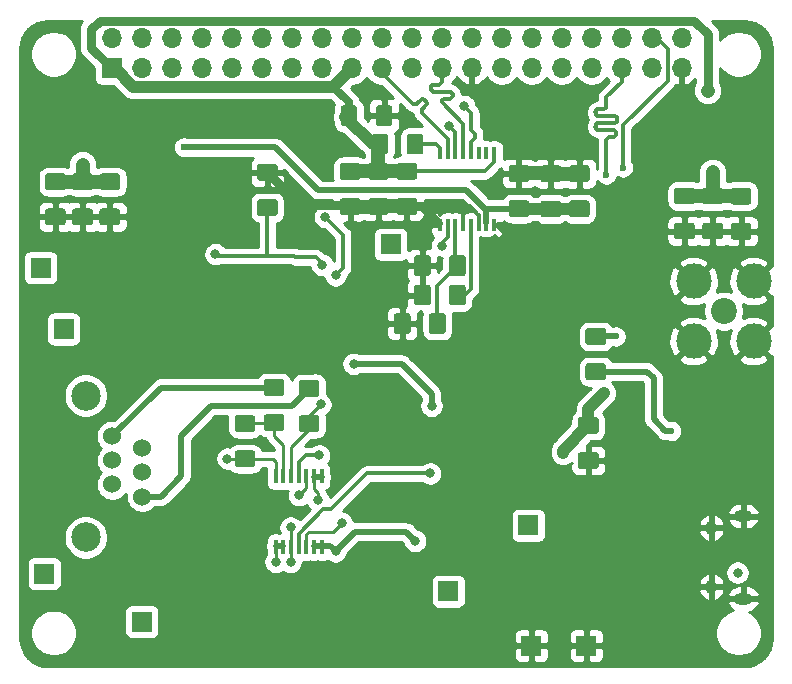
<source format=gbr>
%TF.GenerationSoftware,KiCad,Pcbnew,(5.1.5)-3*%
%TF.CreationDate,2020-11-20T20:43:30+01:00*%
%TF.ProjectId,PCB,5043422e-6b69-4636-9164-5f7063625858,rev?*%
%TF.SameCoordinates,Original*%
%TF.FileFunction,Copper,L2,Bot*%
%TF.FilePolarity,Positive*%
%FSLAX46Y46*%
G04 Gerber Fmt 4.6, Leading zero omitted, Abs format (unit mm)*
G04 Created by KiCad (PCBNEW (5.1.5)-3) date 2020-11-20 20:43:30*
%MOMM*%
%LPD*%
G04 APERTURE LIST*
%TA.AperFunction,ComponentPad*%
%ADD10C,2.200000*%
%TD*%
%TA.AperFunction,ComponentPad*%
%ADD11C,3.000000*%
%TD*%
%TA.AperFunction,SMDPad,CuDef*%
%ADD12R,0.350000X1.200000*%
%TD*%
%TA.AperFunction,SMDPad,CuDef*%
%ADD13R,0.400000X1.000000*%
%TD*%
%TA.AperFunction,ComponentPad*%
%ADD14R,1.700000X1.700000*%
%TD*%
%TA.AperFunction,ComponentPad*%
%ADD15O,1.700000X1.700000*%
%TD*%
%TA.AperFunction,WasherPad*%
%ADD16C,2.500000*%
%TD*%
%TA.AperFunction,ComponentPad*%
%ADD17C,1.524000*%
%TD*%
%TA.AperFunction,SMDPad,CuDef*%
%ADD18C,0.100000*%
%TD*%
%TA.AperFunction,ComponentPad*%
%ADD19O,1.550000X1.000000*%
%TD*%
%TA.AperFunction,ComponentPad*%
%ADD20O,0.950000X1.250000*%
%TD*%
%TA.AperFunction,ViaPad*%
%ADD21C,0.800000*%
%TD*%
%TA.AperFunction,ViaPad*%
%ADD22C,0.600000*%
%TD*%
%TA.AperFunction,Conductor*%
%ADD23C,1.200000*%
%TD*%
%TA.AperFunction,Conductor*%
%ADD24C,0.800000*%
%TD*%
%TA.AperFunction,Conductor*%
%ADD25C,0.300000*%
%TD*%
%TA.AperFunction,Conductor*%
%ADD26C,0.250000*%
%TD*%
%TA.AperFunction,Conductor*%
%ADD27C,0.350000*%
%TD*%
%TA.AperFunction,Conductor*%
%ADD28C,1.000000*%
%TD*%
%TA.AperFunction,Conductor*%
%ADD29C,0.500000*%
%TD*%
%TA.AperFunction,Conductor*%
%ADD30C,0.700000*%
%TD*%
%TA.AperFunction,Conductor*%
%ADD31C,0.254000*%
%TD*%
G04 APERTURE END LIST*
D10*
%TO.P,AE1,1*%
%TO.N,Net-(AE1-Pad1)*%
X126335560Y-139554160D03*
D11*
%TO.P,AE1,2*%
%TO.N,GND*%
X128875560Y-142094160D03*
X123795560Y-142094160D03*
X128875560Y-137014160D03*
X123795560Y-137014160D03*
%TD*%
D12*
%TO.P,U2,14*%
%TO.N,V_measure*%
X92292000Y-159532300D03*
%TO.P,U2,13*%
X91642000Y-159532300D03*
%TO.P,U2,12*%
%TO.N,Net-(C19-Pad1)*%
X90992000Y-159532300D03*
%TO.P,U2,11*%
%TO.N,-10V*%
X90342000Y-159532300D03*
%TO.P,U2,10*%
%TO.N,Net-(C15-Pad1)*%
X89692000Y-159532300D03*
%TO.P,U2,9*%
%TO.N,Net-(C16-Pad2)*%
X89042000Y-159532300D03*
%TO.P,U2,8*%
X88392000Y-159532300D03*
%TO.P,U2,7*%
%TO.N,Net-(C13-Pad2)*%
X92292000Y-153531000D03*
%TO.P,U2,6*%
X91642000Y-153531000D03*
%TO.P,U2,5*%
%TO.N,Net-(C11-Pad1)*%
X90992000Y-153531000D03*
%TO.P,U2,4*%
%TO.N,+10V*%
X90342000Y-153531000D03*
%TO.P,U2,3*%
%TO.N,Net-(R5-Pad1)*%
X89692000Y-153531000D03*
%TO.P,U2,2*%
%TO.N,Net-(R6-Pad1)*%
X89042000Y-153531000D03*
%TO.P,U2,1*%
%TO.N,Net-(R8-Pad1)*%
X88392000Y-153531000D03*
%TD*%
D13*
%TO.P,U4,16*%
%TO.N,+3V3*%
X106875000Y-126150000D03*
%TO.P,U4,15*%
%TO.N,Net-(U4-Pad15)*%
X106225000Y-126150000D03*
%TO.P,U4,14*%
%TO.N,Net-(U4-Pad14)*%
X105575000Y-126150000D03*
%TO.P,U4,13*%
%TO.N,MISO0*%
X104925000Y-126150000D03*
%TO.P,U4,12*%
%TO.N,SCLK0*%
X104275000Y-126150000D03*
%TO.P,U4,11*%
%TO.N,SPI0_CE0*%
X103625000Y-126150000D03*
%TO.P,U4,10*%
%TO.N,MOSI0*%
X102975000Y-126150000D03*
%TO.P,U4,9*%
%TO.N,Net-(R21-Pad1)*%
X102325000Y-126150000D03*
%TO.P,U4,8*%
%TO.N,GND*%
X102325000Y-132250000D03*
%TO.P,U4,7*%
%TO.N,Net-(C37-Pad1)*%
X102975000Y-132250000D03*
%TO.P,U4,6*%
%TO.N,Net-(C31-Pad2)*%
X103625000Y-132250000D03*
%TO.P,U4,5*%
%TO.N,GND*%
X104275000Y-132250000D03*
%TO.P,U4,4*%
%TO.N,Net-(C32-Pad1)*%
X104925000Y-132250000D03*
%TO.P,U4,3*%
%TO.N,GND*%
X105575000Y-132250000D03*
%TO.P,U4,2*%
%TO.N,+5V*%
X106225000Y-132250000D03*
%TO.P,U4,1*%
%TO.N,GND*%
X106875000Y-132250000D03*
%TD*%
D14*
%TO.P,VOUTP,1*%
%TO.N,Net-(J2-Pad3)*%
X77076300Y-165849300D03*
%TD*%
%TO.P,VOUTN,1*%
%TO.N,Net-(J2-Pad4)*%
X68795900Y-161785300D03*
%TD*%
%TO.P,GND,1*%
%TO.N,GND*%
X114708200Y-167881300D03*
%TD*%
%TO.P,GND,1*%
%TO.N,GND*%
X110058200Y-167881300D03*
%TD*%
%TO.P,V_meas,1*%
%TO.N,V_measure*%
X103009700Y-163258500D03*
%TD*%
%TO.P,+10V,1*%
%TO.N,+10V*%
X98145600Y-133908800D03*
%TD*%
%TO.P,-10V,1*%
%TO.N,-10V*%
X70446900Y-141071600D03*
%TD*%
%TO.P,+3V3,1*%
%TO.N,+3V3*%
X109778800Y-157695900D03*
%TD*%
%TO.P,+5V,1*%
%TO.N,+5V*%
X68491100Y-135864600D03*
%TD*%
D15*
%TO.P,J3,40*%
%TO.N,SCLK1*%
X122775900Y-116464400D03*
%TO.P,J3,39*%
%TO.N,GND*%
X122775900Y-119004400D03*
%TO.P,J3,38*%
%TO.N,MOSI1*%
X120235900Y-116464400D03*
%TO.P,J3,37*%
%TO.N,Net-(J3-Pad37)*%
X120235900Y-119004400D03*
%TO.P,J3,36*%
%TO.N,Net-(J3-Pad36)*%
X117695900Y-116464400D03*
%TO.P,J3,35*%
%TO.N,MISO1*%
X117695900Y-119004400D03*
%TO.P,J3,34*%
%TO.N,GND*%
X115155900Y-116464400D03*
%TO.P,J3,33*%
%TO.N,Net-(J3-Pad33)*%
X115155900Y-119004400D03*
%TO.P,J3,32*%
%TO.N,Net-(J3-Pad32)*%
X112615900Y-116464400D03*
%TO.P,J3,31*%
%TO.N,Net-(J3-Pad31)*%
X112615900Y-119004400D03*
%TO.P,J3,30*%
%TO.N,GND*%
X110075900Y-116464400D03*
%TO.P,J3,29*%
%TO.N,Net-(J3-Pad29)*%
X110075900Y-119004400D03*
%TO.P,J3,28*%
%TO.N,Net-(J3-Pad28)*%
X107535900Y-116464400D03*
%TO.P,J3,27*%
%TO.N,Net-(J3-Pad27)*%
X107535900Y-119004400D03*
%TO.P,J3,26*%
%TO.N,Net-(J3-Pad26)*%
X104995900Y-116464400D03*
%TO.P,J3,25*%
%TO.N,GND*%
X104995900Y-119004400D03*
%TO.P,J3,24*%
%TO.N,SPI0_CE0*%
X102455900Y-116464400D03*
%TO.P,J3,23*%
%TO.N,SCLK0*%
X102455900Y-119004400D03*
%TO.P,J3,22*%
%TO.N,Net-(J3-Pad22)*%
X99915900Y-116464400D03*
%TO.P,J3,21*%
%TO.N,MISO0*%
X99915900Y-119004400D03*
%TO.P,J3,20*%
%TO.N,GND*%
X97375900Y-116464400D03*
%TO.P,J3,19*%
%TO.N,MOSI0*%
X97375900Y-119004400D03*
%TO.P,J3,18*%
%TO.N,Net-(J3-Pad18)*%
X94835900Y-116464400D03*
%TO.P,J3,17*%
%TO.N,+3V3*%
X94835900Y-119004400D03*
%TO.P,J3,16*%
%TO.N,Net-(J3-Pad16)*%
X92295900Y-116464400D03*
%TO.P,J3,15*%
%TO.N,Net-(J3-Pad15)*%
X92295900Y-119004400D03*
%TO.P,J3,14*%
%TO.N,GND*%
X89755900Y-116464400D03*
%TO.P,J3,13*%
%TO.N,Net-(J3-Pad13)*%
X89755900Y-119004400D03*
%TO.P,J3,12*%
%TO.N,SPI1_CE0*%
X87215900Y-116464400D03*
%TO.P,J3,11*%
%TO.N,Net-(J3-Pad11)*%
X87215900Y-119004400D03*
%TO.P,J3,10*%
%TO.N,Net-(J3-Pad10)*%
X84675900Y-116464400D03*
%TO.P,J3,9*%
%TO.N,GND*%
X84675900Y-119004400D03*
%TO.P,J3,8*%
%TO.N,Net-(J3-Pad8)*%
X82135900Y-116464400D03*
%TO.P,J3,7*%
%TO.N,Net-(J3-Pad7)*%
X82135900Y-119004400D03*
%TO.P,J3,6*%
%TO.N,GND*%
X79595900Y-116464400D03*
%TO.P,J3,5*%
%TO.N,Net-(J3-Pad5)*%
X79595900Y-119004400D03*
%TO.P,J3,4*%
%TO.N,+5V*%
X77055900Y-116464400D03*
%TO.P,J3,3*%
%TO.N,Net-(J3-Pad3)*%
X77055900Y-119004400D03*
%TO.P,J3,2*%
%TO.N,+5V*%
X74515900Y-116464400D03*
D14*
%TO.P,J3,1*%
%TO.N,+3V3*%
X74515900Y-119004400D03*
%TD*%
D16*
%TO.P,J2,*%
%TO.N,*%
X72331700Y-158699200D03*
X72331700Y-146699200D03*
D17*
%TO.P,J2,6*%
%TO.N,Net-(J2-Pad6)*%
X74566700Y-154229200D03*
%TO.P,J2,5*%
%TO.N,Net-(J2-Pad5)*%
X74566700Y-152189200D03*
%TO.P,J2,4*%
%TO.N,Net-(J2-Pad4)*%
X74566700Y-150149200D03*
%TO.P,J2,3*%
%TO.N,Net-(J2-Pad3)*%
X77106700Y-155249200D03*
%TO.P,J2,2*%
%TO.N,Net-(J2-Pad2)*%
X77106700Y-153209200D03*
%TO.P,J2,1*%
%TO.N,Net-(J2-Pad1)*%
X77106700Y-151169200D03*
%TD*%
%TA.AperFunction,SMDPad,CuDef*%
D18*
%TO.P,R5,2*%
%TO.N,Net-(J2-Pad3)*%
G36*
X91873404Y-145394704D02*
G01*
X91897673Y-145398304D01*
X91921471Y-145404265D01*
X91944571Y-145412530D01*
X91966749Y-145423020D01*
X91987793Y-145435633D01*
X92007498Y-145450247D01*
X92025677Y-145466723D01*
X92042153Y-145484902D01*
X92056767Y-145504607D01*
X92069380Y-145525651D01*
X92079870Y-145547829D01*
X92088135Y-145570929D01*
X92094096Y-145594727D01*
X92097696Y-145618996D01*
X92098900Y-145643500D01*
X92098900Y-146568500D01*
X92097696Y-146593004D01*
X92094096Y-146617273D01*
X92088135Y-146641071D01*
X92079870Y-146664171D01*
X92069380Y-146686349D01*
X92056767Y-146707393D01*
X92042153Y-146727098D01*
X92025677Y-146745277D01*
X92007498Y-146761753D01*
X91987793Y-146776367D01*
X91966749Y-146788980D01*
X91944571Y-146799470D01*
X91921471Y-146807735D01*
X91897673Y-146813696D01*
X91873404Y-146817296D01*
X91848900Y-146818500D01*
X90598900Y-146818500D01*
X90574396Y-146817296D01*
X90550127Y-146813696D01*
X90526329Y-146807735D01*
X90503229Y-146799470D01*
X90481051Y-146788980D01*
X90460007Y-146776367D01*
X90440302Y-146761753D01*
X90422123Y-146745277D01*
X90405647Y-146727098D01*
X90391033Y-146707393D01*
X90378420Y-146686349D01*
X90367930Y-146664171D01*
X90359665Y-146641071D01*
X90353704Y-146617273D01*
X90350104Y-146593004D01*
X90348900Y-146568500D01*
X90348900Y-145643500D01*
X90350104Y-145618996D01*
X90353704Y-145594727D01*
X90359665Y-145570929D01*
X90367930Y-145547829D01*
X90378420Y-145525651D01*
X90391033Y-145504607D01*
X90405647Y-145484902D01*
X90422123Y-145466723D01*
X90440302Y-145450247D01*
X90460007Y-145435633D01*
X90481051Y-145423020D01*
X90503229Y-145412530D01*
X90526329Y-145404265D01*
X90550127Y-145398304D01*
X90574396Y-145394704D01*
X90598900Y-145393500D01*
X91848900Y-145393500D01*
X91873404Y-145394704D01*
G37*
%TD.AperFunction*%
%TA.AperFunction,SMDPad,CuDef*%
%TO.P,R5,1*%
%TO.N,Net-(R5-Pad1)*%
G36*
X91873404Y-148369704D02*
G01*
X91897673Y-148373304D01*
X91921471Y-148379265D01*
X91944571Y-148387530D01*
X91966749Y-148398020D01*
X91987793Y-148410633D01*
X92007498Y-148425247D01*
X92025677Y-148441723D01*
X92042153Y-148459902D01*
X92056767Y-148479607D01*
X92069380Y-148500651D01*
X92079870Y-148522829D01*
X92088135Y-148545929D01*
X92094096Y-148569727D01*
X92097696Y-148593996D01*
X92098900Y-148618500D01*
X92098900Y-149543500D01*
X92097696Y-149568004D01*
X92094096Y-149592273D01*
X92088135Y-149616071D01*
X92079870Y-149639171D01*
X92069380Y-149661349D01*
X92056767Y-149682393D01*
X92042153Y-149702098D01*
X92025677Y-149720277D01*
X92007498Y-149736753D01*
X91987793Y-149751367D01*
X91966749Y-149763980D01*
X91944571Y-149774470D01*
X91921471Y-149782735D01*
X91897673Y-149788696D01*
X91873404Y-149792296D01*
X91848900Y-149793500D01*
X90598900Y-149793500D01*
X90574396Y-149792296D01*
X90550127Y-149788696D01*
X90526329Y-149782735D01*
X90503229Y-149774470D01*
X90481051Y-149763980D01*
X90460007Y-149751367D01*
X90440302Y-149736753D01*
X90422123Y-149720277D01*
X90405647Y-149702098D01*
X90391033Y-149682393D01*
X90378420Y-149661349D01*
X90367930Y-149639171D01*
X90359665Y-149616071D01*
X90353704Y-149592273D01*
X90350104Y-149568004D01*
X90348900Y-149543500D01*
X90348900Y-148618500D01*
X90350104Y-148593996D01*
X90353704Y-148569727D01*
X90359665Y-148545929D01*
X90367930Y-148522829D01*
X90378420Y-148500651D01*
X90391033Y-148479607D01*
X90405647Y-148459902D01*
X90422123Y-148441723D01*
X90440302Y-148425247D01*
X90460007Y-148410633D01*
X90481051Y-148398020D01*
X90503229Y-148387530D01*
X90526329Y-148379265D01*
X90550127Y-148373304D01*
X90574396Y-148369704D01*
X90598900Y-148368500D01*
X91848900Y-148368500D01*
X91873404Y-148369704D01*
G37*
%TD.AperFunction*%
%TD*%
%TA.AperFunction,SMDPad,CuDef*%
%TO.P,R6,2*%
%TO.N,Net-(J2-Pad4)*%
G36*
X88914504Y-145310104D02*
G01*
X88938773Y-145313704D01*
X88962571Y-145319665D01*
X88985671Y-145327930D01*
X89007849Y-145338420D01*
X89028893Y-145351033D01*
X89048598Y-145365647D01*
X89066777Y-145382123D01*
X89083253Y-145400302D01*
X89097867Y-145420007D01*
X89110480Y-145441051D01*
X89120970Y-145463229D01*
X89129235Y-145486329D01*
X89135196Y-145510127D01*
X89138796Y-145534396D01*
X89140000Y-145558900D01*
X89140000Y-146483900D01*
X89138796Y-146508404D01*
X89135196Y-146532673D01*
X89129235Y-146556471D01*
X89120970Y-146579571D01*
X89110480Y-146601749D01*
X89097867Y-146622793D01*
X89083253Y-146642498D01*
X89066777Y-146660677D01*
X89048598Y-146677153D01*
X89028893Y-146691767D01*
X89007849Y-146704380D01*
X88985671Y-146714870D01*
X88962571Y-146723135D01*
X88938773Y-146729096D01*
X88914504Y-146732696D01*
X88890000Y-146733900D01*
X87640000Y-146733900D01*
X87615496Y-146732696D01*
X87591227Y-146729096D01*
X87567429Y-146723135D01*
X87544329Y-146714870D01*
X87522151Y-146704380D01*
X87501107Y-146691767D01*
X87481402Y-146677153D01*
X87463223Y-146660677D01*
X87446747Y-146642498D01*
X87432133Y-146622793D01*
X87419520Y-146601749D01*
X87409030Y-146579571D01*
X87400765Y-146556471D01*
X87394804Y-146532673D01*
X87391204Y-146508404D01*
X87390000Y-146483900D01*
X87390000Y-145558900D01*
X87391204Y-145534396D01*
X87394804Y-145510127D01*
X87400765Y-145486329D01*
X87409030Y-145463229D01*
X87419520Y-145441051D01*
X87432133Y-145420007D01*
X87446747Y-145400302D01*
X87463223Y-145382123D01*
X87481402Y-145365647D01*
X87501107Y-145351033D01*
X87522151Y-145338420D01*
X87544329Y-145327930D01*
X87567429Y-145319665D01*
X87591227Y-145313704D01*
X87615496Y-145310104D01*
X87640000Y-145308900D01*
X88890000Y-145308900D01*
X88914504Y-145310104D01*
G37*
%TD.AperFunction*%
%TA.AperFunction,SMDPad,CuDef*%
%TO.P,R6,1*%
%TO.N,Net-(R6-Pad1)*%
G36*
X88914504Y-148285104D02*
G01*
X88938773Y-148288704D01*
X88962571Y-148294665D01*
X88985671Y-148302930D01*
X89007849Y-148313420D01*
X89028893Y-148326033D01*
X89048598Y-148340647D01*
X89066777Y-148357123D01*
X89083253Y-148375302D01*
X89097867Y-148395007D01*
X89110480Y-148416051D01*
X89120970Y-148438229D01*
X89129235Y-148461329D01*
X89135196Y-148485127D01*
X89138796Y-148509396D01*
X89140000Y-148533900D01*
X89140000Y-149458900D01*
X89138796Y-149483404D01*
X89135196Y-149507673D01*
X89129235Y-149531471D01*
X89120970Y-149554571D01*
X89110480Y-149576749D01*
X89097867Y-149597793D01*
X89083253Y-149617498D01*
X89066777Y-149635677D01*
X89048598Y-149652153D01*
X89028893Y-149666767D01*
X89007849Y-149679380D01*
X88985671Y-149689870D01*
X88962571Y-149698135D01*
X88938773Y-149704096D01*
X88914504Y-149707696D01*
X88890000Y-149708900D01*
X87640000Y-149708900D01*
X87615496Y-149707696D01*
X87591227Y-149704096D01*
X87567429Y-149698135D01*
X87544329Y-149689870D01*
X87522151Y-149679380D01*
X87501107Y-149666767D01*
X87481402Y-149652153D01*
X87463223Y-149635677D01*
X87446747Y-149617498D01*
X87432133Y-149597793D01*
X87419520Y-149576749D01*
X87409030Y-149554571D01*
X87400765Y-149531471D01*
X87394804Y-149507673D01*
X87391204Y-149483404D01*
X87390000Y-149458900D01*
X87390000Y-148533900D01*
X87391204Y-148509396D01*
X87394804Y-148485127D01*
X87400765Y-148461329D01*
X87409030Y-148438229D01*
X87419520Y-148416051D01*
X87432133Y-148395007D01*
X87446747Y-148375302D01*
X87463223Y-148357123D01*
X87481402Y-148340647D01*
X87501107Y-148326033D01*
X87522151Y-148313420D01*
X87544329Y-148302930D01*
X87567429Y-148294665D01*
X87591227Y-148288704D01*
X87615496Y-148285104D01*
X87640000Y-148283900D01*
X88890000Y-148283900D01*
X88914504Y-148285104D01*
G37*
%TD.AperFunction*%
%TD*%
%TA.AperFunction,SMDPad,CuDef*%
%TO.P,R21,2*%
%TO.N,+3V3*%
G36*
X97712004Y-124526204D02*
G01*
X97736273Y-124529804D01*
X97760071Y-124535765D01*
X97783171Y-124544030D01*
X97805349Y-124554520D01*
X97826393Y-124567133D01*
X97846098Y-124581747D01*
X97864277Y-124598223D01*
X97880753Y-124616402D01*
X97895367Y-124636107D01*
X97907980Y-124657151D01*
X97918470Y-124679329D01*
X97926735Y-124702429D01*
X97932696Y-124726227D01*
X97936296Y-124750496D01*
X97937500Y-124775000D01*
X97937500Y-126025000D01*
X97936296Y-126049504D01*
X97932696Y-126073773D01*
X97926735Y-126097571D01*
X97918470Y-126120671D01*
X97907980Y-126142849D01*
X97895367Y-126163893D01*
X97880753Y-126183598D01*
X97864277Y-126201777D01*
X97846098Y-126218253D01*
X97826393Y-126232867D01*
X97805349Y-126245480D01*
X97783171Y-126255970D01*
X97760071Y-126264235D01*
X97736273Y-126270196D01*
X97712004Y-126273796D01*
X97687500Y-126275000D01*
X96762500Y-126275000D01*
X96737996Y-126273796D01*
X96713727Y-126270196D01*
X96689929Y-126264235D01*
X96666829Y-126255970D01*
X96644651Y-126245480D01*
X96623607Y-126232867D01*
X96603902Y-126218253D01*
X96585723Y-126201777D01*
X96569247Y-126183598D01*
X96554633Y-126163893D01*
X96542020Y-126142849D01*
X96531530Y-126120671D01*
X96523265Y-126097571D01*
X96517304Y-126073773D01*
X96513704Y-126049504D01*
X96512500Y-126025000D01*
X96512500Y-124775000D01*
X96513704Y-124750496D01*
X96517304Y-124726227D01*
X96523265Y-124702429D01*
X96531530Y-124679329D01*
X96542020Y-124657151D01*
X96554633Y-124636107D01*
X96569247Y-124616402D01*
X96585723Y-124598223D01*
X96603902Y-124581747D01*
X96623607Y-124567133D01*
X96644651Y-124554520D01*
X96666829Y-124544030D01*
X96689929Y-124535765D01*
X96713727Y-124529804D01*
X96737996Y-124526204D01*
X96762500Y-124525000D01*
X97687500Y-124525000D01*
X97712004Y-124526204D01*
G37*
%TD.AperFunction*%
%TA.AperFunction,SMDPad,CuDef*%
%TO.P,R21,1*%
%TO.N,Net-(R21-Pad1)*%
G36*
X100687004Y-124526204D02*
G01*
X100711273Y-124529804D01*
X100735071Y-124535765D01*
X100758171Y-124544030D01*
X100780349Y-124554520D01*
X100801393Y-124567133D01*
X100821098Y-124581747D01*
X100839277Y-124598223D01*
X100855753Y-124616402D01*
X100870367Y-124636107D01*
X100882980Y-124657151D01*
X100893470Y-124679329D01*
X100901735Y-124702429D01*
X100907696Y-124726227D01*
X100911296Y-124750496D01*
X100912500Y-124775000D01*
X100912500Y-126025000D01*
X100911296Y-126049504D01*
X100907696Y-126073773D01*
X100901735Y-126097571D01*
X100893470Y-126120671D01*
X100882980Y-126142849D01*
X100870367Y-126163893D01*
X100855753Y-126183598D01*
X100839277Y-126201777D01*
X100821098Y-126218253D01*
X100801393Y-126232867D01*
X100780349Y-126245480D01*
X100758171Y-126255970D01*
X100735071Y-126264235D01*
X100711273Y-126270196D01*
X100687004Y-126273796D01*
X100662500Y-126275000D01*
X99737500Y-126275000D01*
X99712996Y-126273796D01*
X99688727Y-126270196D01*
X99664929Y-126264235D01*
X99641829Y-126255970D01*
X99619651Y-126245480D01*
X99598607Y-126232867D01*
X99578902Y-126218253D01*
X99560723Y-126201777D01*
X99544247Y-126183598D01*
X99529633Y-126163893D01*
X99517020Y-126142849D01*
X99506530Y-126120671D01*
X99498265Y-126097571D01*
X99492304Y-126073773D01*
X99488704Y-126049504D01*
X99487500Y-126025000D01*
X99487500Y-124775000D01*
X99488704Y-124750496D01*
X99492304Y-124726227D01*
X99498265Y-124702429D01*
X99506530Y-124679329D01*
X99517020Y-124657151D01*
X99529633Y-124636107D01*
X99544247Y-124616402D01*
X99560723Y-124598223D01*
X99578902Y-124581747D01*
X99598607Y-124567133D01*
X99619651Y-124554520D01*
X99641829Y-124544030D01*
X99664929Y-124535765D01*
X99688727Y-124529804D01*
X99712996Y-124526204D01*
X99737500Y-124525000D01*
X100662500Y-124525000D01*
X100687004Y-124526204D01*
G37*
%TD.AperFunction*%
%TD*%
%TA.AperFunction,SMDPad,CuDef*%
%TO.P,R9,2*%
%TO.N,Net-(R6-Pad1)*%
G36*
X86450704Y-148361304D02*
G01*
X86474973Y-148364904D01*
X86498771Y-148370865D01*
X86521871Y-148379130D01*
X86544049Y-148389620D01*
X86565093Y-148402233D01*
X86584798Y-148416847D01*
X86602977Y-148433323D01*
X86619453Y-148451502D01*
X86634067Y-148471207D01*
X86646680Y-148492251D01*
X86657170Y-148514429D01*
X86665435Y-148537529D01*
X86671396Y-148561327D01*
X86674996Y-148585596D01*
X86676200Y-148610100D01*
X86676200Y-149535100D01*
X86674996Y-149559604D01*
X86671396Y-149583873D01*
X86665435Y-149607671D01*
X86657170Y-149630771D01*
X86646680Y-149652949D01*
X86634067Y-149673993D01*
X86619453Y-149693698D01*
X86602977Y-149711877D01*
X86584798Y-149728353D01*
X86565093Y-149742967D01*
X86544049Y-149755580D01*
X86521871Y-149766070D01*
X86498771Y-149774335D01*
X86474973Y-149780296D01*
X86450704Y-149783896D01*
X86426200Y-149785100D01*
X85176200Y-149785100D01*
X85151696Y-149783896D01*
X85127427Y-149780296D01*
X85103629Y-149774335D01*
X85080529Y-149766070D01*
X85058351Y-149755580D01*
X85037307Y-149742967D01*
X85017602Y-149728353D01*
X84999423Y-149711877D01*
X84982947Y-149693698D01*
X84968333Y-149673993D01*
X84955720Y-149652949D01*
X84945230Y-149630771D01*
X84936965Y-149607671D01*
X84931004Y-149583873D01*
X84927404Y-149559604D01*
X84926200Y-149535100D01*
X84926200Y-148610100D01*
X84927404Y-148585596D01*
X84931004Y-148561327D01*
X84936965Y-148537529D01*
X84945230Y-148514429D01*
X84955720Y-148492251D01*
X84968333Y-148471207D01*
X84982947Y-148451502D01*
X84999423Y-148433323D01*
X85017602Y-148416847D01*
X85037307Y-148402233D01*
X85058351Y-148389620D01*
X85080529Y-148379130D01*
X85103629Y-148370865D01*
X85127427Y-148364904D01*
X85151696Y-148361304D01*
X85176200Y-148360100D01*
X86426200Y-148360100D01*
X86450704Y-148361304D01*
G37*
%TD.AperFunction*%
%TA.AperFunction,SMDPad,CuDef*%
%TO.P,R9,1*%
%TO.N,Net-(R8-Pad1)*%
G36*
X86450704Y-151336304D02*
G01*
X86474973Y-151339904D01*
X86498771Y-151345865D01*
X86521871Y-151354130D01*
X86544049Y-151364620D01*
X86565093Y-151377233D01*
X86584798Y-151391847D01*
X86602977Y-151408323D01*
X86619453Y-151426502D01*
X86634067Y-151446207D01*
X86646680Y-151467251D01*
X86657170Y-151489429D01*
X86665435Y-151512529D01*
X86671396Y-151536327D01*
X86674996Y-151560596D01*
X86676200Y-151585100D01*
X86676200Y-152510100D01*
X86674996Y-152534604D01*
X86671396Y-152558873D01*
X86665435Y-152582671D01*
X86657170Y-152605771D01*
X86646680Y-152627949D01*
X86634067Y-152648993D01*
X86619453Y-152668698D01*
X86602977Y-152686877D01*
X86584798Y-152703353D01*
X86565093Y-152717967D01*
X86544049Y-152730580D01*
X86521871Y-152741070D01*
X86498771Y-152749335D01*
X86474973Y-152755296D01*
X86450704Y-152758896D01*
X86426200Y-152760100D01*
X85176200Y-152760100D01*
X85151696Y-152758896D01*
X85127427Y-152755296D01*
X85103629Y-152749335D01*
X85080529Y-152741070D01*
X85058351Y-152730580D01*
X85037307Y-152717967D01*
X85017602Y-152703353D01*
X84999423Y-152686877D01*
X84982947Y-152668698D01*
X84968333Y-152648993D01*
X84955720Y-152627949D01*
X84945230Y-152605771D01*
X84936965Y-152582671D01*
X84931004Y-152558873D01*
X84927404Y-152534604D01*
X84926200Y-152510100D01*
X84926200Y-151585100D01*
X84927404Y-151560596D01*
X84931004Y-151536327D01*
X84936965Y-151512529D01*
X84945230Y-151489429D01*
X84955720Y-151467251D01*
X84968333Y-151446207D01*
X84982947Y-151426502D01*
X84999423Y-151408323D01*
X85017602Y-151391847D01*
X85037307Y-151377233D01*
X85058351Y-151364620D01*
X85080529Y-151354130D01*
X85103629Y-151345865D01*
X85127427Y-151339904D01*
X85151696Y-151336304D01*
X85176200Y-151335100D01*
X86426200Y-151335100D01*
X86450704Y-151336304D01*
G37*
%TD.AperFunction*%
%TD*%
%TA.AperFunction,SMDPad,CuDef*%
%TO.P,R4,2*%
%TO.N,Net-(R4-Pad2)*%
G36*
X116149504Y-140988704D02*
G01*
X116173773Y-140992304D01*
X116197571Y-140998265D01*
X116220671Y-141006530D01*
X116242849Y-141017020D01*
X116263893Y-141029633D01*
X116283598Y-141044247D01*
X116301777Y-141060723D01*
X116318253Y-141078902D01*
X116332867Y-141098607D01*
X116345480Y-141119651D01*
X116355970Y-141141829D01*
X116364235Y-141164929D01*
X116370196Y-141188727D01*
X116373796Y-141212996D01*
X116375000Y-141237500D01*
X116375000Y-142162500D01*
X116373796Y-142187004D01*
X116370196Y-142211273D01*
X116364235Y-142235071D01*
X116355970Y-142258171D01*
X116345480Y-142280349D01*
X116332867Y-142301393D01*
X116318253Y-142321098D01*
X116301777Y-142339277D01*
X116283598Y-142355753D01*
X116263893Y-142370367D01*
X116242849Y-142382980D01*
X116220671Y-142393470D01*
X116197571Y-142401735D01*
X116173773Y-142407696D01*
X116149504Y-142411296D01*
X116125000Y-142412500D01*
X114875000Y-142412500D01*
X114850496Y-142411296D01*
X114826227Y-142407696D01*
X114802429Y-142401735D01*
X114779329Y-142393470D01*
X114757151Y-142382980D01*
X114736107Y-142370367D01*
X114716402Y-142355753D01*
X114698223Y-142339277D01*
X114681747Y-142321098D01*
X114667133Y-142301393D01*
X114654520Y-142280349D01*
X114644030Y-142258171D01*
X114635765Y-142235071D01*
X114629804Y-142211273D01*
X114626204Y-142187004D01*
X114625000Y-142162500D01*
X114625000Y-141237500D01*
X114626204Y-141212996D01*
X114629804Y-141188727D01*
X114635765Y-141164929D01*
X114644030Y-141141829D01*
X114654520Y-141119651D01*
X114667133Y-141098607D01*
X114681747Y-141078902D01*
X114698223Y-141060723D01*
X114716402Y-141044247D01*
X114736107Y-141029633D01*
X114757151Y-141017020D01*
X114779329Y-141006530D01*
X114802429Y-140998265D01*
X114826227Y-140992304D01*
X114850496Y-140988704D01*
X114875000Y-140987500D01*
X116125000Y-140987500D01*
X116149504Y-140988704D01*
G37*
%TD.AperFunction*%
%TA.AperFunction,SMDPad,CuDef*%
%TO.P,R4,1*%
%TO.N,Net-(C2-Pad1)*%
G36*
X116149504Y-143963704D02*
G01*
X116173773Y-143967304D01*
X116197571Y-143973265D01*
X116220671Y-143981530D01*
X116242849Y-143992020D01*
X116263893Y-144004633D01*
X116283598Y-144019247D01*
X116301777Y-144035723D01*
X116318253Y-144053902D01*
X116332867Y-144073607D01*
X116345480Y-144094651D01*
X116355970Y-144116829D01*
X116364235Y-144139929D01*
X116370196Y-144163727D01*
X116373796Y-144187996D01*
X116375000Y-144212500D01*
X116375000Y-145137500D01*
X116373796Y-145162004D01*
X116370196Y-145186273D01*
X116364235Y-145210071D01*
X116355970Y-145233171D01*
X116345480Y-145255349D01*
X116332867Y-145276393D01*
X116318253Y-145296098D01*
X116301777Y-145314277D01*
X116283598Y-145330753D01*
X116263893Y-145345367D01*
X116242849Y-145357980D01*
X116220671Y-145368470D01*
X116197571Y-145376735D01*
X116173773Y-145382696D01*
X116149504Y-145386296D01*
X116125000Y-145387500D01*
X114875000Y-145387500D01*
X114850496Y-145386296D01*
X114826227Y-145382696D01*
X114802429Y-145376735D01*
X114779329Y-145368470D01*
X114757151Y-145357980D01*
X114736107Y-145345367D01*
X114716402Y-145330753D01*
X114698223Y-145314277D01*
X114681747Y-145296098D01*
X114667133Y-145276393D01*
X114654520Y-145255349D01*
X114644030Y-145233171D01*
X114635765Y-145210071D01*
X114629804Y-145186273D01*
X114626204Y-145162004D01*
X114625000Y-145137500D01*
X114625000Y-144212500D01*
X114626204Y-144187996D01*
X114629804Y-144163727D01*
X114635765Y-144139929D01*
X114644030Y-144116829D01*
X114654520Y-144094651D01*
X114667133Y-144073607D01*
X114681747Y-144053902D01*
X114698223Y-144035723D01*
X114716402Y-144019247D01*
X114736107Y-144004633D01*
X114757151Y-143992020D01*
X114779329Y-143981530D01*
X114802429Y-143973265D01*
X114826227Y-143967304D01*
X114850496Y-143963704D01*
X114875000Y-143962500D01*
X116125000Y-143962500D01*
X116149504Y-143963704D01*
G37*
%TD.AperFunction*%
%TD*%
D19*
%TO.P,J1,6*%
%TO.N,GND*%
X128000000Y-156900000D03*
X128000000Y-163900000D03*
D20*
X125300000Y-162900000D03*
X125300000Y-157900000D03*
%TD*%
%TA.AperFunction,SMDPad,CuDef*%
D18*
%TO.P,C40,2*%
%TO.N,+3V3*%
G36*
X100149504Y-127001204D02*
G01*
X100173773Y-127004804D01*
X100197571Y-127010765D01*
X100220671Y-127019030D01*
X100242849Y-127029520D01*
X100263893Y-127042133D01*
X100283598Y-127056747D01*
X100301777Y-127073223D01*
X100318253Y-127091402D01*
X100332867Y-127111107D01*
X100345480Y-127132151D01*
X100355970Y-127154329D01*
X100364235Y-127177429D01*
X100370196Y-127201227D01*
X100373796Y-127225496D01*
X100375000Y-127250000D01*
X100375000Y-128175000D01*
X100373796Y-128199504D01*
X100370196Y-128223773D01*
X100364235Y-128247571D01*
X100355970Y-128270671D01*
X100345480Y-128292849D01*
X100332867Y-128313893D01*
X100318253Y-128333598D01*
X100301777Y-128351777D01*
X100283598Y-128368253D01*
X100263893Y-128382867D01*
X100242849Y-128395480D01*
X100220671Y-128405970D01*
X100197571Y-128414235D01*
X100173773Y-128420196D01*
X100149504Y-128423796D01*
X100125000Y-128425000D01*
X98875000Y-128425000D01*
X98850496Y-128423796D01*
X98826227Y-128420196D01*
X98802429Y-128414235D01*
X98779329Y-128405970D01*
X98757151Y-128395480D01*
X98736107Y-128382867D01*
X98716402Y-128368253D01*
X98698223Y-128351777D01*
X98681747Y-128333598D01*
X98667133Y-128313893D01*
X98654520Y-128292849D01*
X98644030Y-128270671D01*
X98635765Y-128247571D01*
X98629804Y-128223773D01*
X98626204Y-128199504D01*
X98625000Y-128175000D01*
X98625000Y-127250000D01*
X98626204Y-127225496D01*
X98629804Y-127201227D01*
X98635765Y-127177429D01*
X98644030Y-127154329D01*
X98654520Y-127132151D01*
X98667133Y-127111107D01*
X98681747Y-127091402D01*
X98698223Y-127073223D01*
X98716402Y-127056747D01*
X98736107Y-127042133D01*
X98757151Y-127029520D01*
X98779329Y-127019030D01*
X98802429Y-127010765D01*
X98826227Y-127004804D01*
X98850496Y-127001204D01*
X98875000Y-127000000D01*
X100125000Y-127000000D01*
X100149504Y-127001204D01*
G37*
%TD.AperFunction*%
%TA.AperFunction,SMDPad,CuDef*%
%TO.P,C40,1*%
%TO.N,GND*%
G36*
X100149504Y-129976204D02*
G01*
X100173773Y-129979804D01*
X100197571Y-129985765D01*
X100220671Y-129994030D01*
X100242849Y-130004520D01*
X100263893Y-130017133D01*
X100283598Y-130031747D01*
X100301777Y-130048223D01*
X100318253Y-130066402D01*
X100332867Y-130086107D01*
X100345480Y-130107151D01*
X100355970Y-130129329D01*
X100364235Y-130152429D01*
X100370196Y-130176227D01*
X100373796Y-130200496D01*
X100375000Y-130225000D01*
X100375000Y-131150000D01*
X100373796Y-131174504D01*
X100370196Y-131198773D01*
X100364235Y-131222571D01*
X100355970Y-131245671D01*
X100345480Y-131267849D01*
X100332867Y-131288893D01*
X100318253Y-131308598D01*
X100301777Y-131326777D01*
X100283598Y-131343253D01*
X100263893Y-131357867D01*
X100242849Y-131370480D01*
X100220671Y-131380970D01*
X100197571Y-131389235D01*
X100173773Y-131395196D01*
X100149504Y-131398796D01*
X100125000Y-131400000D01*
X98875000Y-131400000D01*
X98850496Y-131398796D01*
X98826227Y-131395196D01*
X98802429Y-131389235D01*
X98779329Y-131380970D01*
X98757151Y-131370480D01*
X98736107Y-131357867D01*
X98716402Y-131343253D01*
X98698223Y-131326777D01*
X98681747Y-131308598D01*
X98667133Y-131288893D01*
X98654520Y-131267849D01*
X98644030Y-131245671D01*
X98635765Y-131222571D01*
X98629804Y-131198773D01*
X98626204Y-131174504D01*
X98625000Y-131150000D01*
X98625000Y-130225000D01*
X98626204Y-130200496D01*
X98629804Y-130176227D01*
X98635765Y-130152429D01*
X98644030Y-130129329D01*
X98654520Y-130107151D01*
X98667133Y-130086107D01*
X98681747Y-130066402D01*
X98698223Y-130048223D01*
X98716402Y-130031747D01*
X98736107Y-130017133D01*
X98757151Y-130004520D01*
X98779329Y-129994030D01*
X98802429Y-129985765D01*
X98826227Y-129979804D01*
X98850496Y-129976204D01*
X98875000Y-129975000D01*
X100125000Y-129975000D01*
X100149504Y-129976204D01*
G37*
%TD.AperFunction*%
%TD*%
%TA.AperFunction,SMDPad,CuDef*%
%TO.P,C39,2*%
%TO.N,+3V3*%
G36*
X95349504Y-127013704D02*
G01*
X95373773Y-127017304D01*
X95397571Y-127023265D01*
X95420671Y-127031530D01*
X95442849Y-127042020D01*
X95463893Y-127054633D01*
X95483598Y-127069247D01*
X95501777Y-127085723D01*
X95518253Y-127103902D01*
X95532867Y-127123607D01*
X95545480Y-127144651D01*
X95555970Y-127166829D01*
X95564235Y-127189929D01*
X95570196Y-127213727D01*
X95573796Y-127237996D01*
X95575000Y-127262500D01*
X95575000Y-128187500D01*
X95573796Y-128212004D01*
X95570196Y-128236273D01*
X95564235Y-128260071D01*
X95555970Y-128283171D01*
X95545480Y-128305349D01*
X95532867Y-128326393D01*
X95518253Y-128346098D01*
X95501777Y-128364277D01*
X95483598Y-128380753D01*
X95463893Y-128395367D01*
X95442849Y-128407980D01*
X95420671Y-128418470D01*
X95397571Y-128426735D01*
X95373773Y-128432696D01*
X95349504Y-128436296D01*
X95325000Y-128437500D01*
X94075000Y-128437500D01*
X94050496Y-128436296D01*
X94026227Y-128432696D01*
X94002429Y-128426735D01*
X93979329Y-128418470D01*
X93957151Y-128407980D01*
X93936107Y-128395367D01*
X93916402Y-128380753D01*
X93898223Y-128364277D01*
X93881747Y-128346098D01*
X93867133Y-128326393D01*
X93854520Y-128305349D01*
X93844030Y-128283171D01*
X93835765Y-128260071D01*
X93829804Y-128236273D01*
X93826204Y-128212004D01*
X93825000Y-128187500D01*
X93825000Y-127262500D01*
X93826204Y-127237996D01*
X93829804Y-127213727D01*
X93835765Y-127189929D01*
X93844030Y-127166829D01*
X93854520Y-127144651D01*
X93867133Y-127123607D01*
X93881747Y-127103902D01*
X93898223Y-127085723D01*
X93916402Y-127069247D01*
X93936107Y-127054633D01*
X93957151Y-127042020D01*
X93979329Y-127031530D01*
X94002429Y-127023265D01*
X94026227Y-127017304D01*
X94050496Y-127013704D01*
X94075000Y-127012500D01*
X95325000Y-127012500D01*
X95349504Y-127013704D01*
G37*
%TD.AperFunction*%
%TA.AperFunction,SMDPad,CuDef*%
%TO.P,C39,1*%
%TO.N,GND*%
G36*
X95349504Y-129988704D02*
G01*
X95373773Y-129992304D01*
X95397571Y-129998265D01*
X95420671Y-130006530D01*
X95442849Y-130017020D01*
X95463893Y-130029633D01*
X95483598Y-130044247D01*
X95501777Y-130060723D01*
X95518253Y-130078902D01*
X95532867Y-130098607D01*
X95545480Y-130119651D01*
X95555970Y-130141829D01*
X95564235Y-130164929D01*
X95570196Y-130188727D01*
X95573796Y-130212996D01*
X95575000Y-130237500D01*
X95575000Y-131162500D01*
X95573796Y-131187004D01*
X95570196Y-131211273D01*
X95564235Y-131235071D01*
X95555970Y-131258171D01*
X95545480Y-131280349D01*
X95532867Y-131301393D01*
X95518253Y-131321098D01*
X95501777Y-131339277D01*
X95483598Y-131355753D01*
X95463893Y-131370367D01*
X95442849Y-131382980D01*
X95420671Y-131393470D01*
X95397571Y-131401735D01*
X95373773Y-131407696D01*
X95349504Y-131411296D01*
X95325000Y-131412500D01*
X94075000Y-131412500D01*
X94050496Y-131411296D01*
X94026227Y-131407696D01*
X94002429Y-131401735D01*
X93979329Y-131393470D01*
X93957151Y-131382980D01*
X93936107Y-131370367D01*
X93916402Y-131355753D01*
X93898223Y-131339277D01*
X93881747Y-131321098D01*
X93867133Y-131301393D01*
X93854520Y-131280349D01*
X93844030Y-131258171D01*
X93835765Y-131235071D01*
X93829804Y-131211273D01*
X93826204Y-131187004D01*
X93825000Y-131162500D01*
X93825000Y-130237500D01*
X93826204Y-130212996D01*
X93829804Y-130188727D01*
X93835765Y-130164929D01*
X93844030Y-130141829D01*
X93854520Y-130119651D01*
X93867133Y-130098607D01*
X93881747Y-130078902D01*
X93898223Y-130060723D01*
X93916402Y-130044247D01*
X93936107Y-130029633D01*
X93957151Y-130017020D01*
X93979329Y-130006530D01*
X94002429Y-129998265D01*
X94026227Y-129992304D01*
X94050496Y-129988704D01*
X94075000Y-129987500D01*
X95325000Y-129987500D01*
X95349504Y-129988704D01*
G37*
%TD.AperFunction*%
%TD*%
%TA.AperFunction,SMDPad,CuDef*%
%TO.P,C38,2*%
%TO.N,+3V3*%
G36*
X97749504Y-127001204D02*
G01*
X97773773Y-127004804D01*
X97797571Y-127010765D01*
X97820671Y-127019030D01*
X97842849Y-127029520D01*
X97863893Y-127042133D01*
X97883598Y-127056747D01*
X97901777Y-127073223D01*
X97918253Y-127091402D01*
X97932867Y-127111107D01*
X97945480Y-127132151D01*
X97955970Y-127154329D01*
X97964235Y-127177429D01*
X97970196Y-127201227D01*
X97973796Y-127225496D01*
X97975000Y-127250000D01*
X97975000Y-128175000D01*
X97973796Y-128199504D01*
X97970196Y-128223773D01*
X97964235Y-128247571D01*
X97955970Y-128270671D01*
X97945480Y-128292849D01*
X97932867Y-128313893D01*
X97918253Y-128333598D01*
X97901777Y-128351777D01*
X97883598Y-128368253D01*
X97863893Y-128382867D01*
X97842849Y-128395480D01*
X97820671Y-128405970D01*
X97797571Y-128414235D01*
X97773773Y-128420196D01*
X97749504Y-128423796D01*
X97725000Y-128425000D01*
X96475000Y-128425000D01*
X96450496Y-128423796D01*
X96426227Y-128420196D01*
X96402429Y-128414235D01*
X96379329Y-128405970D01*
X96357151Y-128395480D01*
X96336107Y-128382867D01*
X96316402Y-128368253D01*
X96298223Y-128351777D01*
X96281747Y-128333598D01*
X96267133Y-128313893D01*
X96254520Y-128292849D01*
X96244030Y-128270671D01*
X96235765Y-128247571D01*
X96229804Y-128223773D01*
X96226204Y-128199504D01*
X96225000Y-128175000D01*
X96225000Y-127250000D01*
X96226204Y-127225496D01*
X96229804Y-127201227D01*
X96235765Y-127177429D01*
X96244030Y-127154329D01*
X96254520Y-127132151D01*
X96267133Y-127111107D01*
X96281747Y-127091402D01*
X96298223Y-127073223D01*
X96316402Y-127056747D01*
X96336107Y-127042133D01*
X96357151Y-127029520D01*
X96379329Y-127019030D01*
X96402429Y-127010765D01*
X96426227Y-127004804D01*
X96450496Y-127001204D01*
X96475000Y-127000000D01*
X97725000Y-127000000D01*
X97749504Y-127001204D01*
G37*
%TD.AperFunction*%
%TA.AperFunction,SMDPad,CuDef*%
%TO.P,C38,1*%
%TO.N,GND*%
G36*
X97749504Y-129976204D02*
G01*
X97773773Y-129979804D01*
X97797571Y-129985765D01*
X97820671Y-129994030D01*
X97842849Y-130004520D01*
X97863893Y-130017133D01*
X97883598Y-130031747D01*
X97901777Y-130048223D01*
X97918253Y-130066402D01*
X97932867Y-130086107D01*
X97945480Y-130107151D01*
X97955970Y-130129329D01*
X97964235Y-130152429D01*
X97970196Y-130176227D01*
X97973796Y-130200496D01*
X97975000Y-130225000D01*
X97975000Y-131150000D01*
X97973796Y-131174504D01*
X97970196Y-131198773D01*
X97964235Y-131222571D01*
X97955970Y-131245671D01*
X97945480Y-131267849D01*
X97932867Y-131288893D01*
X97918253Y-131308598D01*
X97901777Y-131326777D01*
X97883598Y-131343253D01*
X97863893Y-131357867D01*
X97842849Y-131370480D01*
X97820671Y-131380970D01*
X97797571Y-131389235D01*
X97773773Y-131395196D01*
X97749504Y-131398796D01*
X97725000Y-131400000D01*
X96475000Y-131400000D01*
X96450496Y-131398796D01*
X96426227Y-131395196D01*
X96402429Y-131389235D01*
X96379329Y-131380970D01*
X96357151Y-131370480D01*
X96336107Y-131357867D01*
X96316402Y-131343253D01*
X96298223Y-131326777D01*
X96281747Y-131308598D01*
X96267133Y-131288893D01*
X96254520Y-131267849D01*
X96244030Y-131245671D01*
X96235765Y-131222571D01*
X96229804Y-131198773D01*
X96226204Y-131174504D01*
X96225000Y-131150000D01*
X96225000Y-130225000D01*
X96226204Y-130200496D01*
X96229804Y-130176227D01*
X96235765Y-130152429D01*
X96244030Y-130129329D01*
X96254520Y-130107151D01*
X96267133Y-130086107D01*
X96281747Y-130066402D01*
X96298223Y-130048223D01*
X96316402Y-130031747D01*
X96336107Y-130017133D01*
X96357151Y-130004520D01*
X96379329Y-129994030D01*
X96402429Y-129985765D01*
X96426227Y-129979804D01*
X96450496Y-129976204D01*
X96475000Y-129975000D01*
X97725000Y-129975000D01*
X97749504Y-129976204D01*
G37*
%TD.AperFunction*%
%TD*%
%TA.AperFunction,SMDPad,CuDef*%
%TO.P,C36,2*%
%TO.N,GND*%
G36*
X109649504Y-127188704D02*
G01*
X109673773Y-127192304D01*
X109697571Y-127198265D01*
X109720671Y-127206530D01*
X109742849Y-127217020D01*
X109763893Y-127229633D01*
X109783598Y-127244247D01*
X109801777Y-127260723D01*
X109818253Y-127278902D01*
X109832867Y-127298607D01*
X109845480Y-127319651D01*
X109855970Y-127341829D01*
X109864235Y-127364929D01*
X109870196Y-127388727D01*
X109873796Y-127412996D01*
X109875000Y-127437500D01*
X109875000Y-128362500D01*
X109873796Y-128387004D01*
X109870196Y-128411273D01*
X109864235Y-128435071D01*
X109855970Y-128458171D01*
X109845480Y-128480349D01*
X109832867Y-128501393D01*
X109818253Y-128521098D01*
X109801777Y-128539277D01*
X109783598Y-128555753D01*
X109763893Y-128570367D01*
X109742849Y-128582980D01*
X109720671Y-128593470D01*
X109697571Y-128601735D01*
X109673773Y-128607696D01*
X109649504Y-128611296D01*
X109625000Y-128612500D01*
X108375000Y-128612500D01*
X108350496Y-128611296D01*
X108326227Y-128607696D01*
X108302429Y-128601735D01*
X108279329Y-128593470D01*
X108257151Y-128582980D01*
X108236107Y-128570367D01*
X108216402Y-128555753D01*
X108198223Y-128539277D01*
X108181747Y-128521098D01*
X108167133Y-128501393D01*
X108154520Y-128480349D01*
X108144030Y-128458171D01*
X108135765Y-128435071D01*
X108129804Y-128411273D01*
X108126204Y-128387004D01*
X108125000Y-128362500D01*
X108125000Y-127437500D01*
X108126204Y-127412996D01*
X108129804Y-127388727D01*
X108135765Y-127364929D01*
X108144030Y-127341829D01*
X108154520Y-127319651D01*
X108167133Y-127298607D01*
X108181747Y-127278902D01*
X108198223Y-127260723D01*
X108216402Y-127244247D01*
X108236107Y-127229633D01*
X108257151Y-127217020D01*
X108279329Y-127206530D01*
X108302429Y-127198265D01*
X108326227Y-127192304D01*
X108350496Y-127188704D01*
X108375000Y-127187500D01*
X109625000Y-127187500D01*
X109649504Y-127188704D01*
G37*
%TD.AperFunction*%
%TA.AperFunction,SMDPad,CuDef*%
%TO.P,C36,1*%
%TO.N,+5V*%
G36*
X109649504Y-130163704D02*
G01*
X109673773Y-130167304D01*
X109697571Y-130173265D01*
X109720671Y-130181530D01*
X109742849Y-130192020D01*
X109763893Y-130204633D01*
X109783598Y-130219247D01*
X109801777Y-130235723D01*
X109818253Y-130253902D01*
X109832867Y-130273607D01*
X109845480Y-130294651D01*
X109855970Y-130316829D01*
X109864235Y-130339929D01*
X109870196Y-130363727D01*
X109873796Y-130387996D01*
X109875000Y-130412500D01*
X109875000Y-131337500D01*
X109873796Y-131362004D01*
X109870196Y-131386273D01*
X109864235Y-131410071D01*
X109855970Y-131433171D01*
X109845480Y-131455349D01*
X109832867Y-131476393D01*
X109818253Y-131496098D01*
X109801777Y-131514277D01*
X109783598Y-131530753D01*
X109763893Y-131545367D01*
X109742849Y-131557980D01*
X109720671Y-131568470D01*
X109697571Y-131576735D01*
X109673773Y-131582696D01*
X109649504Y-131586296D01*
X109625000Y-131587500D01*
X108375000Y-131587500D01*
X108350496Y-131586296D01*
X108326227Y-131582696D01*
X108302429Y-131576735D01*
X108279329Y-131568470D01*
X108257151Y-131557980D01*
X108236107Y-131545367D01*
X108216402Y-131530753D01*
X108198223Y-131514277D01*
X108181747Y-131496098D01*
X108167133Y-131476393D01*
X108154520Y-131455349D01*
X108144030Y-131433171D01*
X108135765Y-131410071D01*
X108129804Y-131386273D01*
X108126204Y-131362004D01*
X108125000Y-131337500D01*
X108125000Y-130412500D01*
X108126204Y-130387996D01*
X108129804Y-130363727D01*
X108135765Y-130339929D01*
X108144030Y-130316829D01*
X108154520Y-130294651D01*
X108167133Y-130273607D01*
X108181747Y-130253902D01*
X108198223Y-130235723D01*
X108216402Y-130219247D01*
X108236107Y-130204633D01*
X108257151Y-130192020D01*
X108279329Y-130181530D01*
X108302429Y-130173265D01*
X108326227Y-130167304D01*
X108350496Y-130163704D01*
X108375000Y-130162500D01*
X109625000Y-130162500D01*
X109649504Y-130163704D01*
G37*
%TD.AperFunction*%
%TD*%
%TA.AperFunction,SMDPad,CuDef*%
%TO.P,C35,2*%
%TO.N,GND*%
G36*
X112349504Y-127213704D02*
G01*
X112373773Y-127217304D01*
X112397571Y-127223265D01*
X112420671Y-127231530D01*
X112442849Y-127242020D01*
X112463893Y-127254633D01*
X112483598Y-127269247D01*
X112501777Y-127285723D01*
X112518253Y-127303902D01*
X112532867Y-127323607D01*
X112545480Y-127344651D01*
X112555970Y-127366829D01*
X112564235Y-127389929D01*
X112570196Y-127413727D01*
X112573796Y-127437996D01*
X112575000Y-127462500D01*
X112575000Y-128387500D01*
X112573796Y-128412004D01*
X112570196Y-128436273D01*
X112564235Y-128460071D01*
X112555970Y-128483171D01*
X112545480Y-128505349D01*
X112532867Y-128526393D01*
X112518253Y-128546098D01*
X112501777Y-128564277D01*
X112483598Y-128580753D01*
X112463893Y-128595367D01*
X112442849Y-128607980D01*
X112420671Y-128618470D01*
X112397571Y-128626735D01*
X112373773Y-128632696D01*
X112349504Y-128636296D01*
X112325000Y-128637500D01*
X111075000Y-128637500D01*
X111050496Y-128636296D01*
X111026227Y-128632696D01*
X111002429Y-128626735D01*
X110979329Y-128618470D01*
X110957151Y-128607980D01*
X110936107Y-128595367D01*
X110916402Y-128580753D01*
X110898223Y-128564277D01*
X110881747Y-128546098D01*
X110867133Y-128526393D01*
X110854520Y-128505349D01*
X110844030Y-128483171D01*
X110835765Y-128460071D01*
X110829804Y-128436273D01*
X110826204Y-128412004D01*
X110825000Y-128387500D01*
X110825000Y-127462500D01*
X110826204Y-127437996D01*
X110829804Y-127413727D01*
X110835765Y-127389929D01*
X110844030Y-127366829D01*
X110854520Y-127344651D01*
X110867133Y-127323607D01*
X110881747Y-127303902D01*
X110898223Y-127285723D01*
X110916402Y-127269247D01*
X110936107Y-127254633D01*
X110957151Y-127242020D01*
X110979329Y-127231530D01*
X111002429Y-127223265D01*
X111026227Y-127217304D01*
X111050496Y-127213704D01*
X111075000Y-127212500D01*
X112325000Y-127212500D01*
X112349504Y-127213704D01*
G37*
%TD.AperFunction*%
%TA.AperFunction,SMDPad,CuDef*%
%TO.P,C35,1*%
%TO.N,+5V*%
G36*
X112349504Y-130188704D02*
G01*
X112373773Y-130192304D01*
X112397571Y-130198265D01*
X112420671Y-130206530D01*
X112442849Y-130217020D01*
X112463893Y-130229633D01*
X112483598Y-130244247D01*
X112501777Y-130260723D01*
X112518253Y-130278902D01*
X112532867Y-130298607D01*
X112545480Y-130319651D01*
X112555970Y-130341829D01*
X112564235Y-130364929D01*
X112570196Y-130388727D01*
X112573796Y-130412996D01*
X112575000Y-130437500D01*
X112575000Y-131362500D01*
X112573796Y-131387004D01*
X112570196Y-131411273D01*
X112564235Y-131435071D01*
X112555970Y-131458171D01*
X112545480Y-131480349D01*
X112532867Y-131501393D01*
X112518253Y-131521098D01*
X112501777Y-131539277D01*
X112483598Y-131555753D01*
X112463893Y-131570367D01*
X112442849Y-131582980D01*
X112420671Y-131593470D01*
X112397571Y-131601735D01*
X112373773Y-131607696D01*
X112349504Y-131611296D01*
X112325000Y-131612500D01*
X111075000Y-131612500D01*
X111050496Y-131611296D01*
X111026227Y-131607696D01*
X111002429Y-131601735D01*
X110979329Y-131593470D01*
X110957151Y-131582980D01*
X110936107Y-131570367D01*
X110916402Y-131555753D01*
X110898223Y-131539277D01*
X110881747Y-131521098D01*
X110867133Y-131501393D01*
X110854520Y-131480349D01*
X110844030Y-131458171D01*
X110835765Y-131435071D01*
X110829804Y-131411273D01*
X110826204Y-131387004D01*
X110825000Y-131362500D01*
X110825000Y-130437500D01*
X110826204Y-130412996D01*
X110829804Y-130388727D01*
X110835765Y-130364929D01*
X110844030Y-130341829D01*
X110854520Y-130319651D01*
X110867133Y-130298607D01*
X110881747Y-130278902D01*
X110898223Y-130260723D01*
X110916402Y-130244247D01*
X110936107Y-130229633D01*
X110957151Y-130217020D01*
X110979329Y-130206530D01*
X111002429Y-130198265D01*
X111026227Y-130192304D01*
X111050496Y-130188704D01*
X111075000Y-130187500D01*
X112325000Y-130187500D01*
X112349504Y-130188704D01*
G37*
%TD.AperFunction*%
%TD*%
%TA.AperFunction,SMDPad,CuDef*%
%TO.P,C34,2*%
%TO.N,GND*%
G36*
X114749504Y-127201204D02*
G01*
X114773773Y-127204804D01*
X114797571Y-127210765D01*
X114820671Y-127219030D01*
X114842849Y-127229520D01*
X114863893Y-127242133D01*
X114883598Y-127256747D01*
X114901777Y-127273223D01*
X114918253Y-127291402D01*
X114932867Y-127311107D01*
X114945480Y-127332151D01*
X114955970Y-127354329D01*
X114964235Y-127377429D01*
X114970196Y-127401227D01*
X114973796Y-127425496D01*
X114975000Y-127450000D01*
X114975000Y-128375000D01*
X114973796Y-128399504D01*
X114970196Y-128423773D01*
X114964235Y-128447571D01*
X114955970Y-128470671D01*
X114945480Y-128492849D01*
X114932867Y-128513893D01*
X114918253Y-128533598D01*
X114901777Y-128551777D01*
X114883598Y-128568253D01*
X114863893Y-128582867D01*
X114842849Y-128595480D01*
X114820671Y-128605970D01*
X114797571Y-128614235D01*
X114773773Y-128620196D01*
X114749504Y-128623796D01*
X114725000Y-128625000D01*
X113475000Y-128625000D01*
X113450496Y-128623796D01*
X113426227Y-128620196D01*
X113402429Y-128614235D01*
X113379329Y-128605970D01*
X113357151Y-128595480D01*
X113336107Y-128582867D01*
X113316402Y-128568253D01*
X113298223Y-128551777D01*
X113281747Y-128533598D01*
X113267133Y-128513893D01*
X113254520Y-128492849D01*
X113244030Y-128470671D01*
X113235765Y-128447571D01*
X113229804Y-128423773D01*
X113226204Y-128399504D01*
X113225000Y-128375000D01*
X113225000Y-127450000D01*
X113226204Y-127425496D01*
X113229804Y-127401227D01*
X113235765Y-127377429D01*
X113244030Y-127354329D01*
X113254520Y-127332151D01*
X113267133Y-127311107D01*
X113281747Y-127291402D01*
X113298223Y-127273223D01*
X113316402Y-127256747D01*
X113336107Y-127242133D01*
X113357151Y-127229520D01*
X113379329Y-127219030D01*
X113402429Y-127210765D01*
X113426227Y-127204804D01*
X113450496Y-127201204D01*
X113475000Y-127200000D01*
X114725000Y-127200000D01*
X114749504Y-127201204D01*
G37*
%TD.AperFunction*%
%TA.AperFunction,SMDPad,CuDef*%
%TO.P,C34,1*%
%TO.N,+5V*%
G36*
X114749504Y-130176204D02*
G01*
X114773773Y-130179804D01*
X114797571Y-130185765D01*
X114820671Y-130194030D01*
X114842849Y-130204520D01*
X114863893Y-130217133D01*
X114883598Y-130231747D01*
X114901777Y-130248223D01*
X114918253Y-130266402D01*
X114932867Y-130286107D01*
X114945480Y-130307151D01*
X114955970Y-130329329D01*
X114964235Y-130352429D01*
X114970196Y-130376227D01*
X114973796Y-130400496D01*
X114975000Y-130425000D01*
X114975000Y-131350000D01*
X114973796Y-131374504D01*
X114970196Y-131398773D01*
X114964235Y-131422571D01*
X114955970Y-131445671D01*
X114945480Y-131467849D01*
X114932867Y-131488893D01*
X114918253Y-131508598D01*
X114901777Y-131526777D01*
X114883598Y-131543253D01*
X114863893Y-131557867D01*
X114842849Y-131570480D01*
X114820671Y-131580970D01*
X114797571Y-131589235D01*
X114773773Y-131595196D01*
X114749504Y-131598796D01*
X114725000Y-131600000D01*
X113475000Y-131600000D01*
X113450496Y-131598796D01*
X113426227Y-131595196D01*
X113402429Y-131589235D01*
X113379329Y-131580970D01*
X113357151Y-131570480D01*
X113336107Y-131557867D01*
X113316402Y-131543253D01*
X113298223Y-131526777D01*
X113281747Y-131508598D01*
X113267133Y-131488893D01*
X113254520Y-131467849D01*
X113244030Y-131445671D01*
X113235765Y-131422571D01*
X113229804Y-131398773D01*
X113226204Y-131374504D01*
X113225000Y-131350000D01*
X113225000Y-130425000D01*
X113226204Y-130400496D01*
X113229804Y-130376227D01*
X113235765Y-130352429D01*
X113244030Y-130329329D01*
X113254520Y-130307151D01*
X113267133Y-130286107D01*
X113281747Y-130266402D01*
X113298223Y-130248223D01*
X113316402Y-130231747D01*
X113336107Y-130217133D01*
X113357151Y-130204520D01*
X113379329Y-130194030D01*
X113402429Y-130185765D01*
X113426227Y-130179804D01*
X113450496Y-130176204D01*
X113475000Y-130175000D01*
X114725000Y-130175000D01*
X114749504Y-130176204D01*
G37*
%TD.AperFunction*%
%TD*%
%TA.AperFunction,SMDPad,CuDef*%
%TO.P,C33,2*%
%TO.N,Net-(C31-Pad2)*%
G36*
X102574504Y-139726204D02*
G01*
X102598773Y-139729804D01*
X102622571Y-139735765D01*
X102645671Y-139744030D01*
X102667849Y-139754520D01*
X102688893Y-139767133D01*
X102708598Y-139781747D01*
X102726777Y-139798223D01*
X102743253Y-139816402D01*
X102757867Y-139836107D01*
X102770480Y-139857151D01*
X102780970Y-139879329D01*
X102789235Y-139902429D01*
X102795196Y-139926227D01*
X102798796Y-139950496D01*
X102800000Y-139975000D01*
X102800000Y-141225000D01*
X102798796Y-141249504D01*
X102795196Y-141273773D01*
X102789235Y-141297571D01*
X102780970Y-141320671D01*
X102770480Y-141342849D01*
X102757867Y-141363893D01*
X102743253Y-141383598D01*
X102726777Y-141401777D01*
X102708598Y-141418253D01*
X102688893Y-141432867D01*
X102667849Y-141445480D01*
X102645671Y-141455970D01*
X102622571Y-141464235D01*
X102598773Y-141470196D01*
X102574504Y-141473796D01*
X102550000Y-141475000D01*
X101625000Y-141475000D01*
X101600496Y-141473796D01*
X101576227Y-141470196D01*
X101552429Y-141464235D01*
X101529329Y-141455970D01*
X101507151Y-141445480D01*
X101486107Y-141432867D01*
X101466402Y-141418253D01*
X101448223Y-141401777D01*
X101431747Y-141383598D01*
X101417133Y-141363893D01*
X101404520Y-141342849D01*
X101394030Y-141320671D01*
X101385765Y-141297571D01*
X101379804Y-141273773D01*
X101376204Y-141249504D01*
X101375000Y-141225000D01*
X101375000Y-139975000D01*
X101376204Y-139950496D01*
X101379804Y-139926227D01*
X101385765Y-139902429D01*
X101394030Y-139879329D01*
X101404520Y-139857151D01*
X101417133Y-139836107D01*
X101431747Y-139816402D01*
X101448223Y-139798223D01*
X101466402Y-139781747D01*
X101486107Y-139767133D01*
X101507151Y-139754520D01*
X101529329Y-139744030D01*
X101552429Y-139735765D01*
X101576227Y-139729804D01*
X101600496Y-139726204D01*
X101625000Y-139725000D01*
X102550000Y-139725000D01*
X102574504Y-139726204D01*
G37*
%TD.AperFunction*%
%TA.AperFunction,SMDPad,CuDef*%
%TO.P,C33,1*%
%TO.N,GND*%
G36*
X99599504Y-139726204D02*
G01*
X99623773Y-139729804D01*
X99647571Y-139735765D01*
X99670671Y-139744030D01*
X99692849Y-139754520D01*
X99713893Y-139767133D01*
X99733598Y-139781747D01*
X99751777Y-139798223D01*
X99768253Y-139816402D01*
X99782867Y-139836107D01*
X99795480Y-139857151D01*
X99805970Y-139879329D01*
X99814235Y-139902429D01*
X99820196Y-139926227D01*
X99823796Y-139950496D01*
X99825000Y-139975000D01*
X99825000Y-141225000D01*
X99823796Y-141249504D01*
X99820196Y-141273773D01*
X99814235Y-141297571D01*
X99805970Y-141320671D01*
X99795480Y-141342849D01*
X99782867Y-141363893D01*
X99768253Y-141383598D01*
X99751777Y-141401777D01*
X99733598Y-141418253D01*
X99713893Y-141432867D01*
X99692849Y-141445480D01*
X99670671Y-141455970D01*
X99647571Y-141464235D01*
X99623773Y-141470196D01*
X99599504Y-141473796D01*
X99575000Y-141475000D01*
X98650000Y-141475000D01*
X98625496Y-141473796D01*
X98601227Y-141470196D01*
X98577429Y-141464235D01*
X98554329Y-141455970D01*
X98532151Y-141445480D01*
X98511107Y-141432867D01*
X98491402Y-141418253D01*
X98473223Y-141401777D01*
X98456747Y-141383598D01*
X98442133Y-141363893D01*
X98429520Y-141342849D01*
X98419030Y-141320671D01*
X98410765Y-141297571D01*
X98404804Y-141273773D01*
X98401204Y-141249504D01*
X98400000Y-141225000D01*
X98400000Y-139975000D01*
X98401204Y-139950496D01*
X98404804Y-139926227D01*
X98410765Y-139902429D01*
X98419030Y-139879329D01*
X98429520Y-139857151D01*
X98442133Y-139836107D01*
X98456747Y-139816402D01*
X98473223Y-139798223D01*
X98491402Y-139781747D01*
X98511107Y-139767133D01*
X98532151Y-139754520D01*
X98554329Y-139744030D01*
X98577429Y-139735765D01*
X98601227Y-139729804D01*
X98625496Y-139726204D01*
X98650000Y-139725000D01*
X99575000Y-139725000D01*
X99599504Y-139726204D01*
G37*
%TD.AperFunction*%
%TD*%
%TA.AperFunction,SMDPad,CuDef*%
%TO.P,C32,2*%
%TO.N,GND*%
G36*
X101299504Y-137326204D02*
G01*
X101323773Y-137329804D01*
X101347571Y-137335765D01*
X101370671Y-137344030D01*
X101392849Y-137354520D01*
X101413893Y-137367133D01*
X101433598Y-137381747D01*
X101451777Y-137398223D01*
X101468253Y-137416402D01*
X101482867Y-137436107D01*
X101495480Y-137457151D01*
X101505970Y-137479329D01*
X101514235Y-137502429D01*
X101520196Y-137526227D01*
X101523796Y-137550496D01*
X101525000Y-137575000D01*
X101525000Y-138825000D01*
X101523796Y-138849504D01*
X101520196Y-138873773D01*
X101514235Y-138897571D01*
X101505970Y-138920671D01*
X101495480Y-138942849D01*
X101482867Y-138963893D01*
X101468253Y-138983598D01*
X101451777Y-139001777D01*
X101433598Y-139018253D01*
X101413893Y-139032867D01*
X101392849Y-139045480D01*
X101370671Y-139055970D01*
X101347571Y-139064235D01*
X101323773Y-139070196D01*
X101299504Y-139073796D01*
X101275000Y-139075000D01*
X100350000Y-139075000D01*
X100325496Y-139073796D01*
X100301227Y-139070196D01*
X100277429Y-139064235D01*
X100254329Y-139055970D01*
X100232151Y-139045480D01*
X100211107Y-139032867D01*
X100191402Y-139018253D01*
X100173223Y-139001777D01*
X100156747Y-138983598D01*
X100142133Y-138963893D01*
X100129520Y-138942849D01*
X100119030Y-138920671D01*
X100110765Y-138897571D01*
X100104804Y-138873773D01*
X100101204Y-138849504D01*
X100100000Y-138825000D01*
X100100000Y-137575000D01*
X100101204Y-137550496D01*
X100104804Y-137526227D01*
X100110765Y-137502429D01*
X100119030Y-137479329D01*
X100129520Y-137457151D01*
X100142133Y-137436107D01*
X100156747Y-137416402D01*
X100173223Y-137398223D01*
X100191402Y-137381747D01*
X100211107Y-137367133D01*
X100232151Y-137354520D01*
X100254329Y-137344030D01*
X100277429Y-137335765D01*
X100301227Y-137329804D01*
X100325496Y-137326204D01*
X100350000Y-137325000D01*
X101275000Y-137325000D01*
X101299504Y-137326204D01*
G37*
%TD.AperFunction*%
%TA.AperFunction,SMDPad,CuDef*%
%TO.P,C32,1*%
%TO.N,Net-(C32-Pad1)*%
G36*
X104274504Y-137326204D02*
G01*
X104298773Y-137329804D01*
X104322571Y-137335765D01*
X104345671Y-137344030D01*
X104367849Y-137354520D01*
X104388893Y-137367133D01*
X104408598Y-137381747D01*
X104426777Y-137398223D01*
X104443253Y-137416402D01*
X104457867Y-137436107D01*
X104470480Y-137457151D01*
X104480970Y-137479329D01*
X104489235Y-137502429D01*
X104495196Y-137526227D01*
X104498796Y-137550496D01*
X104500000Y-137575000D01*
X104500000Y-138825000D01*
X104498796Y-138849504D01*
X104495196Y-138873773D01*
X104489235Y-138897571D01*
X104480970Y-138920671D01*
X104470480Y-138942849D01*
X104457867Y-138963893D01*
X104443253Y-138983598D01*
X104426777Y-139001777D01*
X104408598Y-139018253D01*
X104388893Y-139032867D01*
X104367849Y-139045480D01*
X104345671Y-139055970D01*
X104322571Y-139064235D01*
X104298773Y-139070196D01*
X104274504Y-139073796D01*
X104250000Y-139075000D01*
X103325000Y-139075000D01*
X103300496Y-139073796D01*
X103276227Y-139070196D01*
X103252429Y-139064235D01*
X103229329Y-139055970D01*
X103207151Y-139045480D01*
X103186107Y-139032867D01*
X103166402Y-139018253D01*
X103148223Y-139001777D01*
X103131747Y-138983598D01*
X103117133Y-138963893D01*
X103104520Y-138942849D01*
X103094030Y-138920671D01*
X103085765Y-138897571D01*
X103079804Y-138873773D01*
X103076204Y-138849504D01*
X103075000Y-138825000D01*
X103075000Y-137575000D01*
X103076204Y-137550496D01*
X103079804Y-137526227D01*
X103085765Y-137502429D01*
X103094030Y-137479329D01*
X103104520Y-137457151D01*
X103117133Y-137436107D01*
X103131747Y-137416402D01*
X103148223Y-137398223D01*
X103166402Y-137381747D01*
X103186107Y-137367133D01*
X103207151Y-137354520D01*
X103229329Y-137344030D01*
X103252429Y-137335765D01*
X103276227Y-137329804D01*
X103300496Y-137326204D01*
X103325000Y-137325000D01*
X104250000Y-137325000D01*
X104274504Y-137326204D01*
G37*
%TD.AperFunction*%
%TD*%
%TA.AperFunction,SMDPad,CuDef*%
%TO.P,C31,2*%
%TO.N,Net-(C31-Pad2)*%
G36*
X104274504Y-134826204D02*
G01*
X104298773Y-134829804D01*
X104322571Y-134835765D01*
X104345671Y-134844030D01*
X104367849Y-134854520D01*
X104388893Y-134867133D01*
X104408598Y-134881747D01*
X104426777Y-134898223D01*
X104443253Y-134916402D01*
X104457867Y-134936107D01*
X104470480Y-134957151D01*
X104480970Y-134979329D01*
X104489235Y-135002429D01*
X104495196Y-135026227D01*
X104498796Y-135050496D01*
X104500000Y-135075000D01*
X104500000Y-136325000D01*
X104498796Y-136349504D01*
X104495196Y-136373773D01*
X104489235Y-136397571D01*
X104480970Y-136420671D01*
X104470480Y-136442849D01*
X104457867Y-136463893D01*
X104443253Y-136483598D01*
X104426777Y-136501777D01*
X104408598Y-136518253D01*
X104388893Y-136532867D01*
X104367849Y-136545480D01*
X104345671Y-136555970D01*
X104322571Y-136564235D01*
X104298773Y-136570196D01*
X104274504Y-136573796D01*
X104250000Y-136575000D01*
X103325000Y-136575000D01*
X103300496Y-136573796D01*
X103276227Y-136570196D01*
X103252429Y-136564235D01*
X103229329Y-136555970D01*
X103207151Y-136545480D01*
X103186107Y-136532867D01*
X103166402Y-136518253D01*
X103148223Y-136501777D01*
X103131747Y-136483598D01*
X103117133Y-136463893D01*
X103104520Y-136442849D01*
X103094030Y-136420671D01*
X103085765Y-136397571D01*
X103079804Y-136373773D01*
X103076204Y-136349504D01*
X103075000Y-136325000D01*
X103075000Y-135075000D01*
X103076204Y-135050496D01*
X103079804Y-135026227D01*
X103085765Y-135002429D01*
X103094030Y-134979329D01*
X103104520Y-134957151D01*
X103117133Y-134936107D01*
X103131747Y-134916402D01*
X103148223Y-134898223D01*
X103166402Y-134881747D01*
X103186107Y-134867133D01*
X103207151Y-134854520D01*
X103229329Y-134844030D01*
X103252429Y-134835765D01*
X103276227Y-134829804D01*
X103300496Y-134826204D01*
X103325000Y-134825000D01*
X104250000Y-134825000D01*
X104274504Y-134826204D01*
G37*
%TD.AperFunction*%
%TA.AperFunction,SMDPad,CuDef*%
%TO.P,C31,1*%
%TO.N,GND*%
G36*
X101299504Y-134826204D02*
G01*
X101323773Y-134829804D01*
X101347571Y-134835765D01*
X101370671Y-134844030D01*
X101392849Y-134854520D01*
X101413893Y-134867133D01*
X101433598Y-134881747D01*
X101451777Y-134898223D01*
X101468253Y-134916402D01*
X101482867Y-134936107D01*
X101495480Y-134957151D01*
X101505970Y-134979329D01*
X101514235Y-135002429D01*
X101520196Y-135026227D01*
X101523796Y-135050496D01*
X101525000Y-135075000D01*
X101525000Y-136325000D01*
X101523796Y-136349504D01*
X101520196Y-136373773D01*
X101514235Y-136397571D01*
X101505970Y-136420671D01*
X101495480Y-136442849D01*
X101482867Y-136463893D01*
X101468253Y-136483598D01*
X101451777Y-136501777D01*
X101433598Y-136518253D01*
X101413893Y-136532867D01*
X101392849Y-136545480D01*
X101370671Y-136555970D01*
X101347571Y-136564235D01*
X101323773Y-136570196D01*
X101299504Y-136573796D01*
X101275000Y-136575000D01*
X100350000Y-136575000D01*
X100325496Y-136573796D01*
X100301227Y-136570196D01*
X100277429Y-136564235D01*
X100254329Y-136555970D01*
X100232151Y-136545480D01*
X100211107Y-136532867D01*
X100191402Y-136518253D01*
X100173223Y-136501777D01*
X100156747Y-136483598D01*
X100142133Y-136463893D01*
X100129520Y-136442849D01*
X100119030Y-136420671D01*
X100110765Y-136397571D01*
X100104804Y-136373773D01*
X100101204Y-136349504D01*
X100100000Y-136325000D01*
X100100000Y-135075000D01*
X100101204Y-135050496D01*
X100104804Y-135026227D01*
X100110765Y-135002429D01*
X100119030Y-134979329D01*
X100129520Y-134957151D01*
X100142133Y-134936107D01*
X100156747Y-134916402D01*
X100173223Y-134898223D01*
X100191402Y-134881747D01*
X100211107Y-134867133D01*
X100232151Y-134854520D01*
X100254329Y-134844030D01*
X100277429Y-134835765D01*
X100301227Y-134829804D01*
X100325496Y-134826204D01*
X100350000Y-134825000D01*
X101275000Y-134825000D01*
X101299504Y-134826204D01*
G37*
%TD.AperFunction*%
%TD*%
%TA.AperFunction,SMDPad,CuDef*%
%TO.P,C23,2*%
%TO.N,GND*%
G36*
X88349504Y-127088704D02*
G01*
X88373773Y-127092304D01*
X88397571Y-127098265D01*
X88420671Y-127106530D01*
X88442849Y-127117020D01*
X88463893Y-127129633D01*
X88483598Y-127144247D01*
X88501777Y-127160723D01*
X88518253Y-127178902D01*
X88532867Y-127198607D01*
X88545480Y-127219651D01*
X88555970Y-127241829D01*
X88564235Y-127264929D01*
X88570196Y-127288727D01*
X88573796Y-127312996D01*
X88575000Y-127337500D01*
X88575000Y-128262500D01*
X88573796Y-128287004D01*
X88570196Y-128311273D01*
X88564235Y-128335071D01*
X88555970Y-128358171D01*
X88545480Y-128380349D01*
X88532867Y-128401393D01*
X88518253Y-128421098D01*
X88501777Y-128439277D01*
X88483598Y-128455753D01*
X88463893Y-128470367D01*
X88442849Y-128482980D01*
X88420671Y-128493470D01*
X88397571Y-128501735D01*
X88373773Y-128507696D01*
X88349504Y-128511296D01*
X88325000Y-128512500D01*
X87075000Y-128512500D01*
X87050496Y-128511296D01*
X87026227Y-128507696D01*
X87002429Y-128501735D01*
X86979329Y-128493470D01*
X86957151Y-128482980D01*
X86936107Y-128470367D01*
X86916402Y-128455753D01*
X86898223Y-128439277D01*
X86881747Y-128421098D01*
X86867133Y-128401393D01*
X86854520Y-128380349D01*
X86844030Y-128358171D01*
X86835765Y-128335071D01*
X86829804Y-128311273D01*
X86826204Y-128287004D01*
X86825000Y-128262500D01*
X86825000Y-127337500D01*
X86826204Y-127312996D01*
X86829804Y-127288727D01*
X86835765Y-127264929D01*
X86844030Y-127241829D01*
X86854520Y-127219651D01*
X86867133Y-127198607D01*
X86881747Y-127178902D01*
X86898223Y-127160723D01*
X86916402Y-127144247D01*
X86936107Y-127129633D01*
X86957151Y-127117020D01*
X86979329Y-127106530D01*
X87002429Y-127098265D01*
X87026227Y-127092304D01*
X87050496Y-127088704D01*
X87075000Y-127087500D01*
X88325000Y-127087500D01*
X88349504Y-127088704D01*
G37*
%TD.AperFunction*%
%TA.AperFunction,SMDPad,CuDef*%
%TO.P,C23,1*%
%TO.N,+5V*%
G36*
X88349504Y-130063704D02*
G01*
X88373773Y-130067304D01*
X88397571Y-130073265D01*
X88420671Y-130081530D01*
X88442849Y-130092020D01*
X88463893Y-130104633D01*
X88483598Y-130119247D01*
X88501777Y-130135723D01*
X88518253Y-130153902D01*
X88532867Y-130173607D01*
X88545480Y-130194651D01*
X88555970Y-130216829D01*
X88564235Y-130239929D01*
X88570196Y-130263727D01*
X88573796Y-130287996D01*
X88575000Y-130312500D01*
X88575000Y-131237500D01*
X88573796Y-131262004D01*
X88570196Y-131286273D01*
X88564235Y-131310071D01*
X88555970Y-131333171D01*
X88545480Y-131355349D01*
X88532867Y-131376393D01*
X88518253Y-131396098D01*
X88501777Y-131414277D01*
X88483598Y-131430753D01*
X88463893Y-131445367D01*
X88442849Y-131457980D01*
X88420671Y-131468470D01*
X88397571Y-131476735D01*
X88373773Y-131482696D01*
X88349504Y-131486296D01*
X88325000Y-131487500D01*
X87075000Y-131487500D01*
X87050496Y-131486296D01*
X87026227Y-131482696D01*
X87002429Y-131476735D01*
X86979329Y-131468470D01*
X86957151Y-131457980D01*
X86936107Y-131445367D01*
X86916402Y-131430753D01*
X86898223Y-131414277D01*
X86881747Y-131396098D01*
X86867133Y-131376393D01*
X86854520Y-131355349D01*
X86844030Y-131333171D01*
X86835765Y-131310071D01*
X86829804Y-131286273D01*
X86826204Y-131262004D01*
X86825000Y-131237500D01*
X86825000Y-130312500D01*
X86826204Y-130287996D01*
X86829804Y-130263727D01*
X86835765Y-130239929D01*
X86844030Y-130216829D01*
X86854520Y-130194651D01*
X86867133Y-130173607D01*
X86881747Y-130153902D01*
X86898223Y-130135723D01*
X86916402Y-130119247D01*
X86936107Y-130104633D01*
X86957151Y-130092020D01*
X86979329Y-130081530D01*
X87002429Y-130073265D01*
X87026227Y-130067304D01*
X87050496Y-130063704D01*
X87075000Y-130062500D01*
X88325000Y-130062500D01*
X88349504Y-130063704D01*
G37*
%TD.AperFunction*%
%TD*%
%TA.AperFunction,SMDPad,CuDef*%
%TO.P,C12,2*%
%TO.N,GND*%
G36*
X123649504Y-132063704D02*
G01*
X123673773Y-132067304D01*
X123697571Y-132073265D01*
X123720671Y-132081530D01*
X123742849Y-132092020D01*
X123763893Y-132104633D01*
X123783598Y-132119247D01*
X123801777Y-132135723D01*
X123818253Y-132153902D01*
X123832867Y-132173607D01*
X123845480Y-132194651D01*
X123855970Y-132216829D01*
X123864235Y-132239929D01*
X123870196Y-132263727D01*
X123873796Y-132287996D01*
X123875000Y-132312500D01*
X123875000Y-133237500D01*
X123873796Y-133262004D01*
X123870196Y-133286273D01*
X123864235Y-133310071D01*
X123855970Y-133333171D01*
X123845480Y-133355349D01*
X123832867Y-133376393D01*
X123818253Y-133396098D01*
X123801777Y-133414277D01*
X123783598Y-133430753D01*
X123763893Y-133445367D01*
X123742849Y-133457980D01*
X123720671Y-133468470D01*
X123697571Y-133476735D01*
X123673773Y-133482696D01*
X123649504Y-133486296D01*
X123625000Y-133487500D01*
X122375000Y-133487500D01*
X122350496Y-133486296D01*
X122326227Y-133482696D01*
X122302429Y-133476735D01*
X122279329Y-133468470D01*
X122257151Y-133457980D01*
X122236107Y-133445367D01*
X122216402Y-133430753D01*
X122198223Y-133414277D01*
X122181747Y-133396098D01*
X122167133Y-133376393D01*
X122154520Y-133355349D01*
X122144030Y-133333171D01*
X122135765Y-133310071D01*
X122129804Y-133286273D01*
X122126204Y-133262004D01*
X122125000Y-133237500D01*
X122125000Y-132312500D01*
X122126204Y-132287996D01*
X122129804Y-132263727D01*
X122135765Y-132239929D01*
X122144030Y-132216829D01*
X122154520Y-132194651D01*
X122167133Y-132173607D01*
X122181747Y-132153902D01*
X122198223Y-132135723D01*
X122216402Y-132119247D01*
X122236107Y-132104633D01*
X122257151Y-132092020D01*
X122279329Y-132081530D01*
X122302429Y-132073265D01*
X122326227Y-132067304D01*
X122350496Y-132063704D01*
X122375000Y-132062500D01*
X123625000Y-132062500D01*
X123649504Y-132063704D01*
G37*
%TD.AperFunction*%
%TA.AperFunction,SMDPad,CuDef*%
%TO.P,C12,1*%
%TO.N,+3V3*%
G36*
X123649504Y-129088704D02*
G01*
X123673773Y-129092304D01*
X123697571Y-129098265D01*
X123720671Y-129106530D01*
X123742849Y-129117020D01*
X123763893Y-129129633D01*
X123783598Y-129144247D01*
X123801777Y-129160723D01*
X123818253Y-129178902D01*
X123832867Y-129198607D01*
X123845480Y-129219651D01*
X123855970Y-129241829D01*
X123864235Y-129264929D01*
X123870196Y-129288727D01*
X123873796Y-129312996D01*
X123875000Y-129337500D01*
X123875000Y-130262500D01*
X123873796Y-130287004D01*
X123870196Y-130311273D01*
X123864235Y-130335071D01*
X123855970Y-130358171D01*
X123845480Y-130380349D01*
X123832867Y-130401393D01*
X123818253Y-130421098D01*
X123801777Y-130439277D01*
X123783598Y-130455753D01*
X123763893Y-130470367D01*
X123742849Y-130482980D01*
X123720671Y-130493470D01*
X123697571Y-130501735D01*
X123673773Y-130507696D01*
X123649504Y-130511296D01*
X123625000Y-130512500D01*
X122375000Y-130512500D01*
X122350496Y-130511296D01*
X122326227Y-130507696D01*
X122302429Y-130501735D01*
X122279329Y-130493470D01*
X122257151Y-130482980D01*
X122236107Y-130470367D01*
X122216402Y-130455753D01*
X122198223Y-130439277D01*
X122181747Y-130421098D01*
X122167133Y-130401393D01*
X122154520Y-130380349D01*
X122144030Y-130358171D01*
X122135765Y-130335071D01*
X122129804Y-130311273D01*
X122126204Y-130287004D01*
X122125000Y-130262500D01*
X122125000Y-129337500D01*
X122126204Y-129312996D01*
X122129804Y-129288727D01*
X122135765Y-129264929D01*
X122144030Y-129241829D01*
X122154520Y-129219651D01*
X122167133Y-129198607D01*
X122181747Y-129178902D01*
X122198223Y-129160723D01*
X122216402Y-129144247D01*
X122236107Y-129129633D01*
X122257151Y-129117020D01*
X122279329Y-129106530D01*
X122302429Y-129098265D01*
X122326227Y-129092304D01*
X122350496Y-129088704D01*
X122375000Y-129087500D01*
X123625000Y-129087500D01*
X123649504Y-129088704D01*
G37*
%TD.AperFunction*%
%TD*%
%TA.AperFunction,SMDPad,CuDef*%
%TO.P,C10,2*%
%TO.N,GND*%
G36*
X128449504Y-132076204D02*
G01*
X128473773Y-132079804D01*
X128497571Y-132085765D01*
X128520671Y-132094030D01*
X128542849Y-132104520D01*
X128563893Y-132117133D01*
X128583598Y-132131747D01*
X128601777Y-132148223D01*
X128618253Y-132166402D01*
X128632867Y-132186107D01*
X128645480Y-132207151D01*
X128655970Y-132229329D01*
X128664235Y-132252429D01*
X128670196Y-132276227D01*
X128673796Y-132300496D01*
X128675000Y-132325000D01*
X128675000Y-133250000D01*
X128673796Y-133274504D01*
X128670196Y-133298773D01*
X128664235Y-133322571D01*
X128655970Y-133345671D01*
X128645480Y-133367849D01*
X128632867Y-133388893D01*
X128618253Y-133408598D01*
X128601777Y-133426777D01*
X128583598Y-133443253D01*
X128563893Y-133457867D01*
X128542849Y-133470480D01*
X128520671Y-133480970D01*
X128497571Y-133489235D01*
X128473773Y-133495196D01*
X128449504Y-133498796D01*
X128425000Y-133500000D01*
X127175000Y-133500000D01*
X127150496Y-133498796D01*
X127126227Y-133495196D01*
X127102429Y-133489235D01*
X127079329Y-133480970D01*
X127057151Y-133470480D01*
X127036107Y-133457867D01*
X127016402Y-133443253D01*
X126998223Y-133426777D01*
X126981747Y-133408598D01*
X126967133Y-133388893D01*
X126954520Y-133367849D01*
X126944030Y-133345671D01*
X126935765Y-133322571D01*
X126929804Y-133298773D01*
X126926204Y-133274504D01*
X126925000Y-133250000D01*
X126925000Y-132325000D01*
X126926204Y-132300496D01*
X126929804Y-132276227D01*
X126935765Y-132252429D01*
X126944030Y-132229329D01*
X126954520Y-132207151D01*
X126967133Y-132186107D01*
X126981747Y-132166402D01*
X126998223Y-132148223D01*
X127016402Y-132131747D01*
X127036107Y-132117133D01*
X127057151Y-132104520D01*
X127079329Y-132094030D01*
X127102429Y-132085765D01*
X127126227Y-132079804D01*
X127150496Y-132076204D01*
X127175000Y-132075000D01*
X128425000Y-132075000D01*
X128449504Y-132076204D01*
G37*
%TD.AperFunction*%
%TA.AperFunction,SMDPad,CuDef*%
%TO.P,C10,1*%
%TO.N,+3V3*%
G36*
X128449504Y-129101204D02*
G01*
X128473773Y-129104804D01*
X128497571Y-129110765D01*
X128520671Y-129119030D01*
X128542849Y-129129520D01*
X128563893Y-129142133D01*
X128583598Y-129156747D01*
X128601777Y-129173223D01*
X128618253Y-129191402D01*
X128632867Y-129211107D01*
X128645480Y-129232151D01*
X128655970Y-129254329D01*
X128664235Y-129277429D01*
X128670196Y-129301227D01*
X128673796Y-129325496D01*
X128675000Y-129350000D01*
X128675000Y-130275000D01*
X128673796Y-130299504D01*
X128670196Y-130323773D01*
X128664235Y-130347571D01*
X128655970Y-130370671D01*
X128645480Y-130392849D01*
X128632867Y-130413893D01*
X128618253Y-130433598D01*
X128601777Y-130451777D01*
X128583598Y-130468253D01*
X128563893Y-130482867D01*
X128542849Y-130495480D01*
X128520671Y-130505970D01*
X128497571Y-130514235D01*
X128473773Y-130520196D01*
X128449504Y-130523796D01*
X128425000Y-130525000D01*
X127175000Y-130525000D01*
X127150496Y-130523796D01*
X127126227Y-130520196D01*
X127102429Y-130514235D01*
X127079329Y-130505970D01*
X127057151Y-130495480D01*
X127036107Y-130482867D01*
X127016402Y-130468253D01*
X126998223Y-130451777D01*
X126981747Y-130433598D01*
X126967133Y-130413893D01*
X126954520Y-130392849D01*
X126944030Y-130370671D01*
X126935765Y-130347571D01*
X126929804Y-130323773D01*
X126926204Y-130299504D01*
X126925000Y-130275000D01*
X126925000Y-129350000D01*
X126926204Y-129325496D01*
X126929804Y-129301227D01*
X126935765Y-129277429D01*
X126944030Y-129254329D01*
X126954520Y-129232151D01*
X126967133Y-129211107D01*
X126981747Y-129191402D01*
X126998223Y-129173223D01*
X127016402Y-129156747D01*
X127036107Y-129142133D01*
X127057151Y-129129520D01*
X127079329Y-129119030D01*
X127102429Y-129110765D01*
X127126227Y-129104804D01*
X127150496Y-129101204D01*
X127175000Y-129100000D01*
X128425000Y-129100000D01*
X128449504Y-129101204D01*
G37*
%TD.AperFunction*%
%TD*%
%TA.AperFunction,SMDPad,CuDef*%
%TO.P,C9,2*%
%TO.N,GND*%
G36*
X126049504Y-132063704D02*
G01*
X126073773Y-132067304D01*
X126097571Y-132073265D01*
X126120671Y-132081530D01*
X126142849Y-132092020D01*
X126163893Y-132104633D01*
X126183598Y-132119247D01*
X126201777Y-132135723D01*
X126218253Y-132153902D01*
X126232867Y-132173607D01*
X126245480Y-132194651D01*
X126255970Y-132216829D01*
X126264235Y-132239929D01*
X126270196Y-132263727D01*
X126273796Y-132287996D01*
X126275000Y-132312500D01*
X126275000Y-133237500D01*
X126273796Y-133262004D01*
X126270196Y-133286273D01*
X126264235Y-133310071D01*
X126255970Y-133333171D01*
X126245480Y-133355349D01*
X126232867Y-133376393D01*
X126218253Y-133396098D01*
X126201777Y-133414277D01*
X126183598Y-133430753D01*
X126163893Y-133445367D01*
X126142849Y-133457980D01*
X126120671Y-133468470D01*
X126097571Y-133476735D01*
X126073773Y-133482696D01*
X126049504Y-133486296D01*
X126025000Y-133487500D01*
X124775000Y-133487500D01*
X124750496Y-133486296D01*
X124726227Y-133482696D01*
X124702429Y-133476735D01*
X124679329Y-133468470D01*
X124657151Y-133457980D01*
X124636107Y-133445367D01*
X124616402Y-133430753D01*
X124598223Y-133414277D01*
X124581747Y-133396098D01*
X124567133Y-133376393D01*
X124554520Y-133355349D01*
X124544030Y-133333171D01*
X124535765Y-133310071D01*
X124529804Y-133286273D01*
X124526204Y-133262004D01*
X124525000Y-133237500D01*
X124525000Y-132312500D01*
X124526204Y-132287996D01*
X124529804Y-132263727D01*
X124535765Y-132239929D01*
X124544030Y-132216829D01*
X124554520Y-132194651D01*
X124567133Y-132173607D01*
X124581747Y-132153902D01*
X124598223Y-132135723D01*
X124616402Y-132119247D01*
X124636107Y-132104633D01*
X124657151Y-132092020D01*
X124679329Y-132081530D01*
X124702429Y-132073265D01*
X124726227Y-132067304D01*
X124750496Y-132063704D01*
X124775000Y-132062500D01*
X126025000Y-132062500D01*
X126049504Y-132063704D01*
G37*
%TD.AperFunction*%
%TA.AperFunction,SMDPad,CuDef*%
%TO.P,C9,1*%
%TO.N,+3V3*%
G36*
X126049504Y-129088704D02*
G01*
X126073773Y-129092304D01*
X126097571Y-129098265D01*
X126120671Y-129106530D01*
X126142849Y-129117020D01*
X126163893Y-129129633D01*
X126183598Y-129144247D01*
X126201777Y-129160723D01*
X126218253Y-129178902D01*
X126232867Y-129198607D01*
X126245480Y-129219651D01*
X126255970Y-129241829D01*
X126264235Y-129264929D01*
X126270196Y-129288727D01*
X126273796Y-129312996D01*
X126275000Y-129337500D01*
X126275000Y-130262500D01*
X126273796Y-130287004D01*
X126270196Y-130311273D01*
X126264235Y-130335071D01*
X126255970Y-130358171D01*
X126245480Y-130380349D01*
X126232867Y-130401393D01*
X126218253Y-130421098D01*
X126201777Y-130439277D01*
X126183598Y-130455753D01*
X126163893Y-130470367D01*
X126142849Y-130482980D01*
X126120671Y-130493470D01*
X126097571Y-130501735D01*
X126073773Y-130507696D01*
X126049504Y-130511296D01*
X126025000Y-130512500D01*
X124775000Y-130512500D01*
X124750496Y-130511296D01*
X124726227Y-130507696D01*
X124702429Y-130501735D01*
X124679329Y-130493470D01*
X124657151Y-130482980D01*
X124636107Y-130470367D01*
X124616402Y-130455753D01*
X124598223Y-130439277D01*
X124581747Y-130421098D01*
X124567133Y-130401393D01*
X124554520Y-130380349D01*
X124544030Y-130358171D01*
X124535765Y-130335071D01*
X124529804Y-130311273D01*
X124526204Y-130287004D01*
X124525000Y-130262500D01*
X124525000Y-129337500D01*
X124526204Y-129312996D01*
X124529804Y-129288727D01*
X124535765Y-129264929D01*
X124544030Y-129241829D01*
X124554520Y-129219651D01*
X124567133Y-129198607D01*
X124581747Y-129178902D01*
X124598223Y-129160723D01*
X124616402Y-129144247D01*
X124636107Y-129129633D01*
X124657151Y-129117020D01*
X124679329Y-129106530D01*
X124702429Y-129098265D01*
X124726227Y-129092304D01*
X124750496Y-129088704D01*
X124775000Y-129087500D01*
X126025000Y-129087500D01*
X126049504Y-129088704D01*
G37*
%TD.AperFunction*%
%TD*%
%TA.AperFunction,SMDPad,CuDef*%
%TO.P,C8,2*%
%TO.N,GND*%
G36*
X98064304Y-122138404D02*
G01*
X98088573Y-122142004D01*
X98112371Y-122147965D01*
X98135471Y-122156230D01*
X98157649Y-122166720D01*
X98178693Y-122179333D01*
X98198398Y-122193947D01*
X98216577Y-122210423D01*
X98233053Y-122228602D01*
X98247667Y-122248307D01*
X98260280Y-122269351D01*
X98270770Y-122291529D01*
X98279035Y-122314629D01*
X98284996Y-122338427D01*
X98288596Y-122362696D01*
X98289800Y-122387200D01*
X98289800Y-123637200D01*
X98288596Y-123661704D01*
X98284996Y-123685973D01*
X98279035Y-123709771D01*
X98270770Y-123732871D01*
X98260280Y-123755049D01*
X98247667Y-123776093D01*
X98233053Y-123795798D01*
X98216577Y-123813977D01*
X98198398Y-123830453D01*
X98178693Y-123845067D01*
X98157649Y-123857680D01*
X98135471Y-123868170D01*
X98112371Y-123876435D01*
X98088573Y-123882396D01*
X98064304Y-123885996D01*
X98039800Y-123887200D01*
X97114800Y-123887200D01*
X97090296Y-123885996D01*
X97066027Y-123882396D01*
X97042229Y-123876435D01*
X97019129Y-123868170D01*
X96996951Y-123857680D01*
X96975907Y-123845067D01*
X96956202Y-123830453D01*
X96938023Y-123813977D01*
X96921547Y-123795798D01*
X96906933Y-123776093D01*
X96894320Y-123755049D01*
X96883830Y-123732871D01*
X96875565Y-123709771D01*
X96869604Y-123685973D01*
X96866004Y-123661704D01*
X96864800Y-123637200D01*
X96864800Y-122387200D01*
X96866004Y-122362696D01*
X96869604Y-122338427D01*
X96875565Y-122314629D01*
X96883830Y-122291529D01*
X96894320Y-122269351D01*
X96906933Y-122248307D01*
X96921547Y-122228602D01*
X96938023Y-122210423D01*
X96956202Y-122193947D01*
X96975907Y-122179333D01*
X96996951Y-122166720D01*
X97019129Y-122156230D01*
X97042229Y-122147965D01*
X97066027Y-122142004D01*
X97090296Y-122138404D01*
X97114800Y-122137200D01*
X98039800Y-122137200D01*
X98064304Y-122138404D01*
G37*
%TD.AperFunction*%
%TA.AperFunction,SMDPad,CuDef*%
%TO.P,C8,1*%
%TO.N,+3V3*%
G36*
X95089304Y-122138404D02*
G01*
X95113573Y-122142004D01*
X95137371Y-122147965D01*
X95160471Y-122156230D01*
X95182649Y-122166720D01*
X95203693Y-122179333D01*
X95223398Y-122193947D01*
X95241577Y-122210423D01*
X95258053Y-122228602D01*
X95272667Y-122248307D01*
X95285280Y-122269351D01*
X95295770Y-122291529D01*
X95304035Y-122314629D01*
X95309996Y-122338427D01*
X95313596Y-122362696D01*
X95314800Y-122387200D01*
X95314800Y-123637200D01*
X95313596Y-123661704D01*
X95309996Y-123685973D01*
X95304035Y-123709771D01*
X95295770Y-123732871D01*
X95285280Y-123755049D01*
X95272667Y-123776093D01*
X95258053Y-123795798D01*
X95241577Y-123813977D01*
X95223398Y-123830453D01*
X95203693Y-123845067D01*
X95182649Y-123857680D01*
X95160471Y-123868170D01*
X95137371Y-123876435D01*
X95113573Y-123882396D01*
X95089304Y-123885996D01*
X95064800Y-123887200D01*
X94139800Y-123887200D01*
X94115296Y-123885996D01*
X94091027Y-123882396D01*
X94067229Y-123876435D01*
X94044129Y-123868170D01*
X94021951Y-123857680D01*
X94000907Y-123845067D01*
X93981202Y-123830453D01*
X93963023Y-123813977D01*
X93946547Y-123795798D01*
X93931933Y-123776093D01*
X93919320Y-123755049D01*
X93908830Y-123732871D01*
X93900565Y-123709771D01*
X93894604Y-123685973D01*
X93891004Y-123661704D01*
X93889800Y-123637200D01*
X93889800Y-122387200D01*
X93891004Y-122362696D01*
X93894604Y-122338427D01*
X93900565Y-122314629D01*
X93908830Y-122291529D01*
X93919320Y-122269351D01*
X93931933Y-122248307D01*
X93946547Y-122228602D01*
X93963023Y-122210423D01*
X93981202Y-122193947D01*
X94000907Y-122179333D01*
X94021951Y-122166720D01*
X94044129Y-122156230D01*
X94067229Y-122147965D01*
X94091027Y-122142004D01*
X94115296Y-122138404D01*
X94139800Y-122137200D01*
X95064800Y-122137200D01*
X95089304Y-122138404D01*
G37*
%TD.AperFunction*%
%TD*%
%TA.AperFunction,SMDPad,CuDef*%
%TO.P,C6,2*%
%TO.N,GND*%
G36*
X75008004Y-130860704D02*
G01*
X75032273Y-130864304D01*
X75056071Y-130870265D01*
X75079171Y-130878530D01*
X75101349Y-130889020D01*
X75122393Y-130901633D01*
X75142098Y-130916247D01*
X75160277Y-130932723D01*
X75176753Y-130950902D01*
X75191367Y-130970607D01*
X75203980Y-130991651D01*
X75214470Y-131013829D01*
X75222735Y-131036929D01*
X75228696Y-131060727D01*
X75232296Y-131084996D01*
X75233500Y-131109500D01*
X75233500Y-132034500D01*
X75232296Y-132059004D01*
X75228696Y-132083273D01*
X75222735Y-132107071D01*
X75214470Y-132130171D01*
X75203980Y-132152349D01*
X75191367Y-132173393D01*
X75176753Y-132193098D01*
X75160277Y-132211277D01*
X75142098Y-132227753D01*
X75122393Y-132242367D01*
X75101349Y-132254980D01*
X75079171Y-132265470D01*
X75056071Y-132273735D01*
X75032273Y-132279696D01*
X75008004Y-132283296D01*
X74983500Y-132284500D01*
X73733500Y-132284500D01*
X73708996Y-132283296D01*
X73684727Y-132279696D01*
X73660929Y-132273735D01*
X73637829Y-132265470D01*
X73615651Y-132254980D01*
X73594607Y-132242367D01*
X73574902Y-132227753D01*
X73556723Y-132211277D01*
X73540247Y-132193098D01*
X73525633Y-132173393D01*
X73513020Y-132152349D01*
X73502530Y-132130171D01*
X73494265Y-132107071D01*
X73488304Y-132083273D01*
X73484704Y-132059004D01*
X73483500Y-132034500D01*
X73483500Y-131109500D01*
X73484704Y-131084996D01*
X73488304Y-131060727D01*
X73494265Y-131036929D01*
X73502530Y-131013829D01*
X73513020Y-130991651D01*
X73525633Y-130970607D01*
X73540247Y-130950902D01*
X73556723Y-130932723D01*
X73574902Y-130916247D01*
X73594607Y-130901633D01*
X73615651Y-130889020D01*
X73637829Y-130878530D01*
X73660929Y-130870265D01*
X73684727Y-130864304D01*
X73708996Y-130860704D01*
X73733500Y-130859500D01*
X74983500Y-130859500D01*
X75008004Y-130860704D01*
G37*
%TD.AperFunction*%
%TA.AperFunction,SMDPad,CuDef*%
%TO.P,C6,1*%
%TO.N,+5V*%
G36*
X75008004Y-127885704D02*
G01*
X75032273Y-127889304D01*
X75056071Y-127895265D01*
X75079171Y-127903530D01*
X75101349Y-127914020D01*
X75122393Y-127926633D01*
X75142098Y-127941247D01*
X75160277Y-127957723D01*
X75176753Y-127975902D01*
X75191367Y-127995607D01*
X75203980Y-128016651D01*
X75214470Y-128038829D01*
X75222735Y-128061929D01*
X75228696Y-128085727D01*
X75232296Y-128109996D01*
X75233500Y-128134500D01*
X75233500Y-129059500D01*
X75232296Y-129084004D01*
X75228696Y-129108273D01*
X75222735Y-129132071D01*
X75214470Y-129155171D01*
X75203980Y-129177349D01*
X75191367Y-129198393D01*
X75176753Y-129218098D01*
X75160277Y-129236277D01*
X75142098Y-129252753D01*
X75122393Y-129267367D01*
X75101349Y-129279980D01*
X75079171Y-129290470D01*
X75056071Y-129298735D01*
X75032273Y-129304696D01*
X75008004Y-129308296D01*
X74983500Y-129309500D01*
X73733500Y-129309500D01*
X73708996Y-129308296D01*
X73684727Y-129304696D01*
X73660929Y-129298735D01*
X73637829Y-129290470D01*
X73615651Y-129279980D01*
X73594607Y-129267367D01*
X73574902Y-129252753D01*
X73556723Y-129236277D01*
X73540247Y-129218098D01*
X73525633Y-129198393D01*
X73513020Y-129177349D01*
X73502530Y-129155171D01*
X73494265Y-129132071D01*
X73488304Y-129108273D01*
X73484704Y-129084004D01*
X73483500Y-129059500D01*
X73483500Y-128134500D01*
X73484704Y-128109996D01*
X73488304Y-128085727D01*
X73494265Y-128061929D01*
X73502530Y-128038829D01*
X73513020Y-128016651D01*
X73525633Y-127995607D01*
X73540247Y-127975902D01*
X73556723Y-127957723D01*
X73574902Y-127941247D01*
X73594607Y-127926633D01*
X73615651Y-127914020D01*
X73637829Y-127903530D01*
X73660929Y-127895265D01*
X73684727Y-127889304D01*
X73708996Y-127885704D01*
X73733500Y-127884500D01*
X74983500Y-127884500D01*
X75008004Y-127885704D01*
G37*
%TD.AperFunction*%
%TD*%
%TA.AperFunction,SMDPad,CuDef*%
%TO.P,C5,2*%
%TO.N,GND*%
G36*
X70397904Y-130860704D02*
G01*
X70422173Y-130864304D01*
X70445971Y-130870265D01*
X70469071Y-130878530D01*
X70491249Y-130889020D01*
X70512293Y-130901633D01*
X70531998Y-130916247D01*
X70550177Y-130932723D01*
X70566653Y-130950902D01*
X70581267Y-130970607D01*
X70593880Y-130991651D01*
X70604370Y-131013829D01*
X70612635Y-131036929D01*
X70618596Y-131060727D01*
X70622196Y-131084996D01*
X70623400Y-131109500D01*
X70623400Y-132034500D01*
X70622196Y-132059004D01*
X70618596Y-132083273D01*
X70612635Y-132107071D01*
X70604370Y-132130171D01*
X70593880Y-132152349D01*
X70581267Y-132173393D01*
X70566653Y-132193098D01*
X70550177Y-132211277D01*
X70531998Y-132227753D01*
X70512293Y-132242367D01*
X70491249Y-132254980D01*
X70469071Y-132265470D01*
X70445971Y-132273735D01*
X70422173Y-132279696D01*
X70397904Y-132283296D01*
X70373400Y-132284500D01*
X69123400Y-132284500D01*
X69098896Y-132283296D01*
X69074627Y-132279696D01*
X69050829Y-132273735D01*
X69027729Y-132265470D01*
X69005551Y-132254980D01*
X68984507Y-132242367D01*
X68964802Y-132227753D01*
X68946623Y-132211277D01*
X68930147Y-132193098D01*
X68915533Y-132173393D01*
X68902920Y-132152349D01*
X68892430Y-132130171D01*
X68884165Y-132107071D01*
X68878204Y-132083273D01*
X68874604Y-132059004D01*
X68873400Y-132034500D01*
X68873400Y-131109500D01*
X68874604Y-131084996D01*
X68878204Y-131060727D01*
X68884165Y-131036929D01*
X68892430Y-131013829D01*
X68902920Y-130991651D01*
X68915533Y-130970607D01*
X68930147Y-130950902D01*
X68946623Y-130932723D01*
X68964802Y-130916247D01*
X68984507Y-130901633D01*
X69005551Y-130889020D01*
X69027729Y-130878530D01*
X69050829Y-130870265D01*
X69074627Y-130864304D01*
X69098896Y-130860704D01*
X69123400Y-130859500D01*
X70373400Y-130859500D01*
X70397904Y-130860704D01*
G37*
%TD.AperFunction*%
%TA.AperFunction,SMDPad,CuDef*%
%TO.P,C5,1*%
%TO.N,+5V*%
G36*
X70397904Y-127885704D02*
G01*
X70422173Y-127889304D01*
X70445971Y-127895265D01*
X70469071Y-127903530D01*
X70491249Y-127914020D01*
X70512293Y-127926633D01*
X70531998Y-127941247D01*
X70550177Y-127957723D01*
X70566653Y-127975902D01*
X70581267Y-127995607D01*
X70593880Y-128016651D01*
X70604370Y-128038829D01*
X70612635Y-128061929D01*
X70618596Y-128085727D01*
X70622196Y-128109996D01*
X70623400Y-128134500D01*
X70623400Y-129059500D01*
X70622196Y-129084004D01*
X70618596Y-129108273D01*
X70612635Y-129132071D01*
X70604370Y-129155171D01*
X70593880Y-129177349D01*
X70581267Y-129198393D01*
X70566653Y-129218098D01*
X70550177Y-129236277D01*
X70531998Y-129252753D01*
X70512293Y-129267367D01*
X70491249Y-129279980D01*
X70469071Y-129290470D01*
X70445971Y-129298735D01*
X70422173Y-129304696D01*
X70397904Y-129308296D01*
X70373400Y-129309500D01*
X69123400Y-129309500D01*
X69098896Y-129308296D01*
X69074627Y-129304696D01*
X69050829Y-129298735D01*
X69027729Y-129290470D01*
X69005551Y-129279980D01*
X68984507Y-129267367D01*
X68964802Y-129252753D01*
X68946623Y-129236277D01*
X68930147Y-129218098D01*
X68915533Y-129198393D01*
X68902920Y-129177349D01*
X68892430Y-129155171D01*
X68884165Y-129132071D01*
X68878204Y-129108273D01*
X68874604Y-129084004D01*
X68873400Y-129059500D01*
X68873400Y-128134500D01*
X68874604Y-128109996D01*
X68878204Y-128085727D01*
X68884165Y-128061929D01*
X68892430Y-128038829D01*
X68902920Y-128016651D01*
X68915533Y-127995607D01*
X68930147Y-127975902D01*
X68946623Y-127957723D01*
X68964802Y-127941247D01*
X68984507Y-127926633D01*
X69005551Y-127914020D01*
X69027729Y-127903530D01*
X69050829Y-127895265D01*
X69074627Y-127889304D01*
X69098896Y-127885704D01*
X69123400Y-127884500D01*
X70373400Y-127884500D01*
X70397904Y-127885704D01*
G37*
%TD.AperFunction*%
%TD*%
%TA.AperFunction,SMDPad,CuDef*%
%TO.P,C4,2*%
%TO.N,GND*%
G36*
X72696604Y-130860704D02*
G01*
X72720873Y-130864304D01*
X72744671Y-130870265D01*
X72767771Y-130878530D01*
X72789949Y-130889020D01*
X72810993Y-130901633D01*
X72830698Y-130916247D01*
X72848877Y-130932723D01*
X72865353Y-130950902D01*
X72879967Y-130970607D01*
X72892580Y-130991651D01*
X72903070Y-131013829D01*
X72911335Y-131036929D01*
X72917296Y-131060727D01*
X72920896Y-131084996D01*
X72922100Y-131109500D01*
X72922100Y-132034500D01*
X72920896Y-132059004D01*
X72917296Y-132083273D01*
X72911335Y-132107071D01*
X72903070Y-132130171D01*
X72892580Y-132152349D01*
X72879967Y-132173393D01*
X72865353Y-132193098D01*
X72848877Y-132211277D01*
X72830698Y-132227753D01*
X72810993Y-132242367D01*
X72789949Y-132254980D01*
X72767771Y-132265470D01*
X72744671Y-132273735D01*
X72720873Y-132279696D01*
X72696604Y-132283296D01*
X72672100Y-132284500D01*
X71422100Y-132284500D01*
X71397596Y-132283296D01*
X71373327Y-132279696D01*
X71349529Y-132273735D01*
X71326429Y-132265470D01*
X71304251Y-132254980D01*
X71283207Y-132242367D01*
X71263502Y-132227753D01*
X71245323Y-132211277D01*
X71228847Y-132193098D01*
X71214233Y-132173393D01*
X71201620Y-132152349D01*
X71191130Y-132130171D01*
X71182865Y-132107071D01*
X71176904Y-132083273D01*
X71173304Y-132059004D01*
X71172100Y-132034500D01*
X71172100Y-131109500D01*
X71173304Y-131084996D01*
X71176904Y-131060727D01*
X71182865Y-131036929D01*
X71191130Y-131013829D01*
X71201620Y-130991651D01*
X71214233Y-130970607D01*
X71228847Y-130950902D01*
X71245323Y-130932723D01*
X71263502Y-130916247D01*
X71283207Y-130901633D01*
X71304251Y-130889020D01*
X71326429Y-130878530D01*
X71349529Y-130870265D01*
X71373327Y-130864304D01*
X71397596Y-130860704D01*
X71422100Y-130859500D01*
X72672100Y-130859500D01*
X72696604Y-130860704D01*
G37*
%TD.AperFunction*%
%TA.AperFunction,SMDPad,CuDef*%
%TO.P,C4,1*%
%TO.N,+5V*%
G36*
X72696604Y-127885704D02*
G01*
X72720873Y-127889304D01*
X72744671Y-127895265D01*
X72767771Y-127903530D01*
X72789949Y-127914020D01*
X72810993Y-127926633D01*
X72830698Y-127941247D01*
X72848877Y-127957723D01*
X72865353Y-127975902D01*
X72879967Y-127995607D01*
X72892580Y-128016651D01*
X72903070Y-128038829D01*
X72911335Y-128061929D01*
X72917296Y-128085727D01*
X72920896Y-128109996D01*
X72922100Y-128134500D01*
X72922100Y-129059500D01*
X72920896Y-129084004D01*
X72917296Y-129108273D01*
X72911335Y-129132071D01*
X72903070Y-129155171D01*
X72892580Y-129177349D01*
X72879967Y-129198393D01*
X72865353Y-129218098D01*
X72848877Y-129236277D01*
X72830698Y-129252753D01*
X72810993Y-129267367D01*
X72789949Y-129279980D01*
X72767771Y-129290470D01*
X72744671Y-129298735D01*
X72720873Y-129304696D01*
X72696604Y-129308296D01*
X72672100Y-129309500D01*
X71422100Y-129309500D01*
X71397596Y-129308296D01*
X71373327Y-129304696D01*
X71349529Y-129298735D01*
X71326429Y-129290470D01*
X71304251Y-129279980D01*
X71283207Y-129267367D01*
X71263502Y-129252753D01*
X71245323Y-129236277D01*
X71228847Y-129218098D01*
X71214233Y-129198393D01*
X71201620Y-129177349D01*
X71191130Y-129155171D01*
X71182865Y-129132071D01*
X71176904Y-129108273D01*
X71173304Y-129084004D01*
X71172100Y-129059500D01*
X71172100Y-128134500D01*
X71173304Y-128109996D01*
X71176904Y-128085727D01*
X71182865Y-128061929D01*
X71191130Y-128038829D01*
X71201620Y-128016651D01*
X71214233Y-127995607D01*
X71228847Y-127975902D01*
X71245323Y-127957723D01*
X71263502Y-127941247D01*
X71283207Y-127926633D01*
X71304251Y-127914020D01*
X71326429Y-127903530D01*
X71349529Y-127895265D01*
X71373327Y-127889304D01*
X71397596Y-127885704D01*
X71422100Y-127884500D01*
X72672100Y-127884500D01*
X72696604Y-127885704D01*
G37*
%TD.AperFunction*%
%TD*%
%TA.AperFunction,SMDPad,CuDef*%
%TO.P,C1,2*%
%TO.N,+3V3*%
G36*
X115521004Y-148513704D02*
G01*
X115545273Y-148517304D01*
X115569071Y-148523265D01*
X115592171Y-148531530D01*
X115614349Y-148542020D01*
X115635393Y-148554633D01*
X115655098Y-148569247D01*
X115673277Y-148585723D01*
X115689753Y-148603902D01*
X115704367Y-148623607D01*
X115716980Y-148644651D01*
X115727470Y-148666829D01*
X115735735Y-148689929D01*
X115741696Y-148713727D01*
X115745296Y-148737996D01*
X115746500Y-148762500D01*
X115746500Y-149687500D01*
X115745296Y-149712004D01*
X115741696Y-149736273D01*
X115735735Y-149760071D01*
X115727470Y-149783171D01*
X115716980Y-149805349D01*
X115704367Y-149826393D01*
X115689753Y-149846098D01*
X115673277Y-149864277D01*
X115655098Y-149880753D01*
X115635393Y-149895367D01*
X115614349Y-149907980D01*
X115592171Y-149918470D01*
X115569071Y-149926735D01*
X115545273Y-149932696D01*
X115521004Y-149936296D01*
X115496500Y-149937500D01*
X114246500Y-149937500D01*
X114221996Y-149936296D01*
X114197727Y-149932696D01*
X114173929Y-149926735D01*
X114150829Y-149918470D01*
X114128651Y-149907980D01*
X114107607Y-149895367D01*
X114087902Y-149880753D01*
X114069723Y-149864277D01*
X114053247Y-149846098D01*
X114038633Y-149826393D01*
X114026020Y-149805349D01*
X114015530Y-149783171D01*
X114007265Y-149760071D01*
X114001304Y-149736273D01*
X113997704Y-149712004D01*
X113996500Y-149687500D01*
X113996500Y-148762500D01*
X113997704Y-148737996D01*
X114001304Y-148713727D01*
X114007265Y-148689929D01*
X114015530Y-148666829D01*
X114026020Y-148644651D01*
X114038633Y-148623607D01*
X114053247Y-148603902D01*
X114069723Y-148585723D01*
X114087902Y-148569247D01*
X114107607Y-148554633D01*
X114128651Y-148542020D01*
X114150829Y-148531530D01*
X114173929Y-148523265D01*
X114197727Y-148517304D01*
X114221996Y-148513704D01*
X114246500Y-148512500D01*
X115496500Y-148512500D01*
X115521004Y-148513704D01*
G37*
%TD.AperFunction*%
%TA.AperFunction,SMDPad,CuDef*%
%TO.P,C1,1*%
%TO.N,GND*%
G36*
X115521004Y-151488704D02*
G01*
X115545273Y-151492304D01*
X115569071Y-151498265D01*
X115592171Y-151506530D01*
X115614349Y-151517020D01*
X115635393Y-151529633D01*
X115655098Y-151544247D01*
X115673277Y-151560723D01*
X115689753Y-151578902D01*
X115704367Y-151598607D01*
X115716980Y-151619651D01*
X115727470Y-151641829D01*
X115735735Y-151664929D01*
X115741696Y-151688727D01*
X115745296Y-151712996D01*
X115746500Y-151737500D01*
X115746500Y-152662500D01*
X115745296Y-152687004D01*
X115741696Y-152711273D01*
X115735735Y-152735071D01*
X115727470Y-152758171D01*
X115716980Y-152780349D01*
X115704367Y-152801393D01*
X115689753Y-152821098D01*
X115673277Y-152839277D01*
X115655098Y-152855753D01*
X115635393Y-152870367D01*
X115614349Y-152882980D01*
X115592171Y-152893470D01*
X115569071Y-152901735D01*
X115545273Y-152907696D01*
X115521004Y-152911296D01*
X115496500Y-152912500D01*
X114246500Y-152912500D01*
X114221996Y-152911296D01*
X114197727Y-152907696D01*
X114173929Y-152901735D01*
X114150829Y-152893470D01*
X114128651Y-152882980D01*
X114107607Y-152870367D01*
X114087902Y-152855753D01*
X114069723Y-152839277D01*
X114053247Y-152821098D01*
X114038633Y-152801393D01*
X114026020Y-152780349D01*
X114015530Y-152758171D01*
X114007265Y-152735071D01*
X114001304Y-152711273D01*
X113997704Y-152687004D01*
X113996500Y-152662500D01*
X113996500Y-151737500D01*
X113997704Y-151712996D01*
X114001304Y-151688727D01*
X114007265Y-151664929D01*
X114015530Y-151641829D01*
X114026020Y-151619651D01*
X114038633Y-151598607D01*
X114053247Y-151578902D01*
X114069723Y-151560723D01*
X114087902Y-151544247D01*
X114107607Y-151529633D01*
X114128651Y-151517020D01*
X114150829Y-151506530D01*
X114173929Y-151498265D01*
X114197727Y-151492304D01*
X114221996Y-151488704D01*
X114246500Y-151487500D01*
X115496500Y-151487500D01*
X115521004Y-151488704D01*
G37*
%TD.AperFunction*%
%TD*%
D21*
%TO.N,GND*%
X110200000Y-123700000D03*
X129800000Y-132900000D03*
X120800000Y-132900000D03*
X100418900Y-133146800D03*
X84328000Y-123177300D03*
X90131900Y-123063000D03*
X114046000Y-125704600D03*
X109372400Y-134581900D03*
X118110000Y-134581900D03*
X102768400Y-144843500D03*
X89789000Y-142481300D03*
X76720700Y-131178300D03*
X67843400Y-145097500D03*
X96659700Y-121132600D03*
%TO.N,+3V3*%
X116200000Y-146500000D03*
X125400000Y-127800000D03*
X124980700Y-120878600D03*
X112724450Y-151524450D03*
D22*
%TO.N,Net-(C2-Pad1)*%
X121900000Y-149700000D03*
D21*
%TO.N,Net-(C11-Pad1)*%
X90385900Y-155130500D03*
%TO.N,Net-(C13-Pad2)*%
X91973400Y-155524200D03*
%TO.N,Net-(C15-Pad1)*%
X89662000Y-160782000D03*
X89662000Y-157861000D03*
%TO.N,Net-(C16-Pad2)*%
X88392000Y-160782000D03*
%TO.N,+10V*%
X92075000Y-151765000D03*
%TO.N,-10V*%
X101473000Y-153289000D03*
X94996000Y-144018000D03*
X101600000Y-147574000D03*
%TO.N,Net-(C19-Pad1)*%
X93980000Y-157480000D03*
%TO.N,V_measure*%
X93472000Y-159893000D03*
X100200000Y-159000000D03*
%TO.N,Net-(C29-Pad1)*%
X93472000Y-136525000D03*
X92583000Y-131572000D03*
%TO.N,Net-(C37-Pad1)*%
X102500000Y-134000000D03*
D22*
%TO.N,MOSI1*%
X117800000Y-127400000D03*
%TO.N,MISO1*%
X116400000Y-128000000D03*
D21*
%TO.N,SPI0_CE0*%
X103111300Y-123863100D03*
%TO.N,MISO0*%
X104355900Y-122199400D03*
D22*
%TO.N,Net-(R4-Pad2)*%
X117200000Y-141700000D03*
D21*
%TO.N,Net-(R5-Pad1)*%
X92202000Y-147447000D03*
%TO.N,Net-(R8-Pad1)*%
X84305800Y-152047600D03*
%TO.N,+5V*%
X83299300Y-134721600D03*
X92329000Y-135636000D03*
D22*
X80625000Y-125675000D03*
D21*
X72047100Y-127165100D03*
%TO.N,Net-(J1-Pad1)*%
X127511600Y-161700000D03*
%TD*%
D23*
%TO.N,GND*%
X97087500Y-130700000D02*
X97100000Y-130687500D01*
X94700000Y-130700000D02*
X97087500Y-130700000D01*
X97100000Y-130687500D02*
X99500000Y-130687500D01*
X111675000Y-127900000D02*
X111700000Y-127925000D01*
X109000000Y-127900000D02*
X111675000Y-127900000D01*
X114087500Y-127925000D02*
X114100000Y-127912500D01*
X111700000Y-127925000D02*
X114087500Y-127925000D01*
D24*
X94571999Y-130571999D02*
X90471999Y-130571999D01*
X90471999Y-130571999D02*
X87700000Y-127800000D01*
X94700000Y-130700000D02*
X94571999Y-130571999D01*
X100762499Y-130687500D02*
X102174999Y-132100000D01*
X99500000Y-130687500D02*
X100762499Y-130687500D01*
D25*
X106890500Y-132100000D02*
X109372400Y-134581900D01*
X106875000Y-132100000D02*
X106890500Y-132100000D01*
X105575000Y-132100000D02*
X105575000Y-131419998D01*
X105575000Y-131419998D02*
X105562798Y-131419998D01*
X105562798Y-131419998D02*
X104830300Y-130687500D01*
X104275000Y-131335000D02*
X103627500Y-130687500D01*
X104275000Y-132100000D02*
X104275000Y-131335000D01*
X104830300Y-130687500D02*
X103627500Y-130687500D01*
X103627500Y-130687500D02*
X100762499Y-130687500D01*
D26*
%TO.N,+3V3*%
X94376200Y-122798500D02*
X94376200Y-122398500D01*
D23*
X97087500Y-127725000D02*
X97100000Y-127712500D01*
X94700000Y-127725000D02*
X97087500Y-127725000D01*
X97100000Y-127712500D02*
X99500000Y-127712500D01*
X97100000Y-125525000D02*
X97225000Y-125400000D01*
X97100000Y-127712500D02*
X97100000Y-125525000D01*
D27*
X106875000Y-126300000D02*
X106875000Y-126925000D01*
X106087500Y-127712500D02*
X99500000Y-127712500D01*
X106875000Y-126925000D02*
X106087500Y-127712500D01*
D28*
X97225000Y-125400000D02*
X96600000Y-125400000D01*
X96600000Y-125400000D02*
X94300000Y-123100000D01*
D29*
X115900000Y-146500000D02*
X116200000Y-146500000D01*
X116200000Y-146500000D02*
X116200000Y-146500000D01*
D23*
X127787500Y-129800000D02*
X127800000Y-129812500D01*
X123000000Y-129800000D02*
X127787500Y-129800000D01*
X125400000Y-129800000D02*
X125400000Y-127800000D01*
X125400000Y-127800000D02*
X125400000Y-127800000D01*
X124980700Y-120878600D02*
X124980700Y-120878600D01*
D28*
X76311899Y-120554401D02*
X93285899Y-120554401D01*
X93285899Y-120554401D02*
X94835900Y-119004400D01*
X74761898Y-119004400D02*
X76311899Y-120554401D01*
X74515900Y-119004400D02*
X74761898Y-119004400D01*
D30*
X94602300Y-121870802D02*
X93285899Y-120554401D01*
X94602300Y-123012200D02*
X94602300Y-121870802D01*
D24*
X72783700Y-117272200D02*
X72783700Y-115671600D01*
X124980700Y-116090700D02*
X124980700Y-120878600D01*
X74515900Y-119004400D02*
X72783700Y-117272200D01*
X73505290Y-114950010D02*
X123840010Y-114950010D01*
X123840010Y-114950010D02*
X124980700Y-116090700D01*
X72783700Y-115671600D02*
X73505290Y-114950010D01*
D28*
X114871500Y-147828500D02*
X116200000Y-146500000D01*
X114871500Y-149225000D02*
X114871500Y-147828500D01*
X112724450Y-151372050D02*
X114871500Y-149225000D01*
X112724450Y-151524450D02*
X112724450Y-151372050D01*
D29*
%TO.N,Net-(C2-Pad1)*%
X115500000Y-144675000D02*
X119825000Y-144675000D01*
X119825000Y-144675000D02*
X120400000Y-145250000D01*
X120400000Y-145250000D02*
X120400000Y-148700000D01*
X120400000Y-148700000D02*
X121400000Y-149700000D01*
X121400000Y-149700000D02*
X121900000Y-149700000D01*
X121900000Y-149700000D02*
X121900000Y-149700000D01*
D26*
%TO.N,Net-(C11-Pad1)*%
X90992000Y-153631000D02*
X90992000Y-154524400D01*
X90992000Y-154524400D02*
X90385900Y-155130500D01*
%TO.N,Net-(C13-Pad2)*%
X91973400Y-155524200D02*
X91973400Y-154978100D01*
X91642000Y-154646700D02*
X91642000Y-153631000D01*
X91973400Y-154978100D02*
X91642000Y-154646700D01*
D29*
X91642000Y-153631000D02*
X92292000Y-153631000D01*
D26*
%TO.N,Net-(C15-Pad1)*%
X89662000Y-159462300D02*
X89692000Y-159432300D01*
X89662000Y-160782000D02*
X89662000Y-159462300D01*
X89662000Y-159402300D02*
X89692000Y-159432300D01*
X89662000Y-157861000D02*
X89662000Y-159402300D01*
%TO.N,Net-(C16-Pad2)*%
X88392000Y-160782000D02*
X88392000Y-159432300D01*
D29*
X88392000Y-159432300D02*
X89042000Y-159432300D01*
D26*
%TO.N,+10V*%
X92075000Y-151765000D02*
X92075000Y-151765000D01*
D25*
X90342000Y-152355000D02*
X90932000Y-151765000D01*
X90342000Y-153631000D02*
X90342000Y-152355000D01*
X92075000Y-151765000D02*
X90932000Y-151765000D01*
D26*
%TO.N,-10V*%
X101473000Y-153289000D02*
X101473000Y-153289000D01*
D29*
X94996000Y-144018000D02*
X99060000Y-144018000D01*
X99060000Y-144018000D02*
X101600000Y-146558000D01*
X101600000Y-146558000D02*
X101600000Y-147574000D01*
X101600000Y-147574000D02*
X101600000Y-147574000D01*
D25*
X93091000Y-156337000D02*
X96139000Y-153289000D01*
X96139000Y-153289000D02*
X101473000Y-153289000D01*
X90342000Y-159432300D02*
X90342000Y-158387500D01*
X92392500Y-156337000D02*
X93091000Y-156337000D01*
X90342000Y-158387500D02*
X92392500Y-156337000D01*
D26*
%TO.N,Net-(C19-Pad1)*%
X90992000Y-159432300D02*
X90992000Y-158436000D01*
X90992000Y-158436000D02*
X91186000Y-158242000D01*
X91186000Y-158242000D02*
X93218000Y-158242000D01*
X93218000Y-158242000D02*
X93980000Y-157480000D01*
X93980000Y-157480000D02*
X93980000Y-157480000D01*
%TO.N,V_measure*%
X92292000Y-159432300D02*
X92376300Y-159432300D01*
X93472000Y-159893000D02*
X93472000Y-159893000D01*
D29*
X91642000Y-159432300D02*
X92292000Y-159432300D01*
X93011300Y-159432300D02*
X93472000Y-159893000D01*
X92292000Y-159432300D02*
X93011300Y-159432300D01*
X99442000Y-158242000D02*
X100200000Y-159000000D01*
X93472000Y-159893000D02*
X95123000Y-158242000D01*
X95123000Y-158242000D02*
X99442000Y-158242000D01*
X100200000Y-159000000D02*
X100200000Y-159000000D01*
D25*
%TO.N,Net-(C29-Pad1)*%
X93472000Y-136525000D02*
X94107000Y-135890000D01*
X94107000Y-133096000D02*
X92583000Y-131572000D01*
X94107000Y-135890000D02*
X94107000Y-133096000D01*
%TO.N,Net-(C31-Pad2)*%
X102087500Y-137400000D02*
X103787500Y-135700000D01*
X102087500Y-140600000D02*
X102087500Y-137400000D01*
X103625000Y-135537500D02*
X103787500Y-135700000D01*
X103625000Y-132100000D02*
X103625000Y-135537500D01*
%TO.N,Net-(C32-Pad1)*%
X103787500Y-138200000D02*
X104400000Y-138200000D01*
X104925000Y-137675000D02*
X104925000Y-132100000D01*
X104400000Y-138200000D02*
X104925000Y-137675000D01*
D27*
%TO.N,Net-(C37-Pad1)*%
X102975000Y-132100000D02*
X102975000Y-133275000D01*
X102500000Y-133750000D02*
X102500000Y-134000000D01*
X102975000Y-133275000D02*
X102500000Y-133750000D01*
D29*
%TO.N,Net-(J2-Pad4)*%
X88265000Y-145757900D02*
X88265000Y-146021400D01*
X78694500Y-146021400D02*
X88265000Y-146021400D01*
X74566700Y-150149200D02*
X78694500Y-146021400D01*
%TO.N,Net-(J2-Pad3)*%
X91711700Y-145618200D02*
X91223900Y-146106000D01*
X89755900Y-147574000D02*
X91223900Y-146106000D01*
X78684800Y-155249200D02*
X80391000Y-153543000D01*
X77106700Y-155249200D02*
X78684800Y-155249200D01*
X80391000Y-153543000D02*
X80391000Y-150114000D01*
X80391000Y-150114000D02*
X82931000Y-147574000D01*
X82931000Y-147574000D02*
X89755900Y-147574000D01*
D25*
%TO.N,MOSI1*%
X121575899Y-120041601D02*
X117800000Y-123817500D01*
X121575899Y-117372199D02*
X121575899Y-120041601D01*
X120235900Y-116464400D02*
X120668100Y-116464400D01*
X117800000Y-123817500D02*
X117800000Y-127400000D01*
X120668100Y-116464400D02*
X121575899Y-117372199D01*
%TO.N,MISO1*%
X116400000Y-121407500D02*
X117695900Y-120111600D01*
X116400000Y-122128600D02*
X116400000Y-121407500D01*
X116370291Y-122258765D02*
X116392479Y-122195356D01*
X116334550Y-122315646D02*
X116370291Y-122258765D01*
X116230166Y-122398890D02*
X116287047Y-122363149D01*
X116166757Y-122421078D02*
X116230166Y-122398890D01*
X116100000Y-122428600D02*
X116166757Y-122421078D01*
X115774634Y-122428600D02*
X116100000Y-122428600D01*
X115707878Y-122436121D02*
X115774634Y-122428600D01*
X115644469Y-122458309D02*
X115707878Y-122436121D01*
X115587588Y-122494050D02*
X115644469Y-122458309D01*
X115540085Y-122541553D02*
X115587588Y-122494050D01*
X115482156Y-122661843D02*
X115504344Y-122598434D01*
X115474634Y-122728600D02*
X115482156Y-122661843D01*
X115482156Y-122795356D02*
X115474634Y-122728600D01*
X115504344Y-122858765D02*
X115482156Y-122795356D01*
X115540085Y-122915646D02*
X115504344Y-122858765D01*
X115587588Y-122963149D02*
X115540085Y-122915646D01*
X115644469Y-122998890D02*
X115587588Y-122963149D01*
X115774634Y-123028600D02*
X115707878Y-123021078D01*
X117025366Y-123028600D02*
X115774634Y-123028600D01*
X117092122Y-123036121D02*
X117025366Y-123028600D01*
X117155531Y-123058309D02*
X117092122Y-123036121D01*
X117212412Y-123094050D02*
X117155531Y-123058309D01*
X117259915Y-123141553D02*
X117212412Y-123094050D01*
X117317844Y-123261843D02*
X117295656Y-123198434D01*
X117055531Y-124258309D02*
X116992122Y-124236121D01*
X115504344Y-122598434D02*
X115540085Y-122541553D01*
X115474634Y-123928600D02*
X115482156Y-123861843D01*
X117112412Y-124294050D02*
X117055531Y-124258309D01*
X117195656Y-124398434D02*
X117159915Y-124341553D01*
X116392479Y-122195356D02*
X116400000Y-122128600D01*
X116992122Y-124236121D02*
X116925366Y-124228600D01*
X117225366Y-124528600D02*
X117217844Y-124461843D01*
X117217844Y-124595356D02*
X117225366Y-124528600D01*
X116429709Y-124998434D02*
X116465450Y-124941553D01*
X117159915Y-124715646D02*
X117195656Y-124658765D01*
X116569834Y-124858309D02*
X116633243Y-124836121D01*
X117195656Y-124658765D02*
X117217844Y-124595356D01*
X116465450Y-124941553D02*
X116512953Y-124894050D01*
X117159915Y-124341553D02*
X117112412Y-124294050D01*
X117695900Y-120111600D02*
X117695900Y-119004400D01*
X115587588Y-124163149D02*
X115540085Y-124115646D01*
X117317844Y-123395356D02*
X117325366Y-123328600D01*
X117055531Y-124798890D02*
X117112412Y-124763149D01*
X116407521Y-125061843D02*
X116429709Y-124998434D01*
X115774634Y-123628600D02*
X117025366Y-123628600D01*
X117025366Y-123628600D02*
X117092122Y-123621078D01*
X116400000Y-125128600D02*
X116407521Y-125061843D01*
X116287047Y-122363149D02*
X116334550Y-122315646D01*
X115540085Y-124115646D02*
X115504344Y-124058765D01*
X115707878Y-123021078D02*
X115644469Y-122998890D01*
X117217844Y-124461843D02*
X117195656Y-124398434D01*
X116512953Y-124894050D02*
X116569834Y-124858309D01*
X116925366Y-124828600D02*
X116992122Y-124821078D01*
X117112412Y-124763149D02*
X117159915Y-124715646D01*
X116400000Y-128000000D02*
X116400000Y-125128600D01*
X116992122Y-124821078D02*
X117055531Y-124798890D01*
X116700000Y-124828600D02*
X116925366Y-124828600D01*
X116925366Y-124228600D02*
X115774634Y-124228600D01*
X115482156Y-123861843D02*
X115504344Y-123798434D01*
X115774634Y-124228600D02*
X115707878Y-124221078D01*
X115707878Y-124221078D02*
X115644469Y-124198890D01*
X117295656Y-123198434D02*
X117259915Y-123141553D01*
X115644469Y-124198890D02*
X115587588Y-124163149D01*
X117325366Y-123328600D02*
X117317844Y-123261843D01*
X115504344Y-124058765D02*
X115482156Y-123995356D01*
X115540085Y-123741553D02*
X115587588Y-123694050D01*
X115482156Y-123995356D02*
X115474634Y-123928600D01*
X115504344Y-123798434D02*
X115540085Y-123741553D01*
X115587588Y-123694050D02*
X115644469Y-123658309D01*
X115644469Y-123658309D02*
X115707878Y-123636121D01*
X115707878Y-123636121D02*
X115774634Y-123628600D01*
X117092122Y-123621078D02*
X117155531Y-123598890D01*
X117155531Y-123598890D02*
X117212412Y-123563149D01*
X117212412Y-123563149D02*
X117259915Y-123515646D01*
X116633243Y-124836121D02*
X116700000Y-124828600D01*
X117259915Y-123515646D02*
X117295656Y-123458765D01*
X117295656Y-123458765D02*
X117317844Y-123395356D01*
%TO.N,SPI0_CE0*%
X103625000Y-124376800D02*
X103111300Y-123863100D01*
X103625000Y-126300000D02*
X103625000Y-124376800D01*
X103111300Y-123863100D02*
X103111300Y-123863100D01*
%TO.N,SCLK0*%
X102455900Y-119858337D02*
X102455900Y-119004400D01*
X102455900Y-120074200D02*
X102455900Y-119858337D01*
X103218423Y-121003909D02*
X103155014Y-120981721D01*
X102155900Y-120374200D02*
X102222657Y-120366678D01*
X103322807Y-121087153D02*
X103275304Y-121039650D01*
X103358548Y-121144034D02*
X103322807Y-121087153D01*
X101523542Y-120674200D02*
X101531064Y-120607443D01*
X103275304Y-121508749D02*
X103322807Y-121461246D01*
X103218423Y-121544490D02*
X103275304Y-121508749D01*
X103388258Y-121274200D02*
X103380736Y-121207443D01*
X103155014Y-121566678D02*
X103218423Y-121544490D01*
X103322807Y-121461246D02*
X103358548Y-121404365D01*
X102463421Y-121807443D02*
X102485609Y-121744034D01*
X102455900Y-121874200D02*
X102463421Y-121807443D01*
X102390450Y-120261246D02*
X102426191Y-120204365D01*
X103275304Y-121039650D02*
X103218423Y-121003909D01*
X103380736Y-121340956D02*
X103388258Y-121274200D01*
X102485609Y-121744034D02*
X102521350Y-121687153D01*
X102755900Y-121574200D02*
X103088258Y-121574200D01*
X104275000Y-123693300D02*
X102455900Y-121874200D01*
X102521350Y-121687153D02*
X102568853Y-121639650D01*
X104275000Y-126300000D02*
X104275000Y-123693300D01*
X103088258Y-121574200D02*
X103155014Y-121566678D01*
X103380736Y-121207443D02*
X103358548Y-121144034D01*
X101531064Y-120740956D02*
X101523542Y-120674200D01*
X102568853Y-121639650D02*
X102625734Y-121603909D01*
X103358548Y-121404365D02*
X103380736Y-121340956D01*
X102625734Y-121603909D02*
X102689143Y-121581721D01*
X102689143Y-121581721D02*
X102755900Y-121574200D01*
X102426191Y-120204365D02*
X102448379Y-120140956D01*
X103155014Y-120981721D02*
X103088258Y-120974200D01*
X103088258Y-120974200D02*
X101823542Y-120974200D01*
X101823542Y-120974200D02*
X101756786Y-120966678D01*
X101756786Y-120966678D02*
X101693377Y-120944490D01*
X101693377Y-120944490D02*
X101636496Y-120908749D01*
X101636496Y-120908749D02*
X101588993Y-120861246D01*
X101693377Y-120403909D02*
X101756786Y-120381721D01*
X101588993Y-120861246D02*
X101553252Y-120804365D01*
X101553252Y-120804365D02*
X101531064Y-120740956D01*
X101531064Y-120607443D02*
X101553252Y-120544034D01*
X101553252Y-120544034D02*
X101588993Y-120487153D01*
X101588993Y-120487153D02*
X101636496Y-120439650D01*
X101636496Y-120439650D02*
X101693377Y-120403909D01*
X101756786Y-120381721D02*
X101823542Y-120374200D01*
X101823542Y-120374200D02*
X102155900Y-120374200D01*
X102222657Y-120366678D02*
X102286066Y-120344490D01*
X102286066Y-120344490D02*
X102342947Y-120308749D01*
X102342947Y-120308749D02*
X102390450Y-120261246D01*
X102448379Y-120140956D02*
X102455900Y-120074200D01*
%TO.N,MISO0*%
X104355900Y-122199400D02*
X104925000Y-122768500D01*
X104925000Y-126300000D02*
X104925000Y-125262500D01*
X104925000Y-125262500D02*
X105295700Y-124891800D01*
X105295700Y-124891800D02*
X105295700Y-124548900D01*
X105295700Y-124548900D02*
X104965500Y-124218700D01*
X104965500Y-122809000D02*
X104925000Y-122768500D01*
X104965500Y-124218700D02*
X104965500Y-122809000D01*
D26*
%TO.N,MOSI0*%
X103000000Y-126275000D02*
X102900000Y-126375000D01*
D25*
X97375900Y-119397700D02*
X97375900Y-119004400D01*
X99931461Y-121953261D02*
X97375900Y-119397700D01*
X100053928Y-122030212D02*
X99988358Y-121998635D01*
X100124880Y-122046406D02*
X100053928Y-122030212D01*
X100197657Y-122046406D02*
X100124880Y-122046406D01*
X100268610Y-122030212D02*
X100197657Y-122046406D01*
X100334179Y-121998635D02*
X100268610Y-122030212D01*
X100391079Y-121953259D02*
X100334179Y-121998635D01*
X100619983Y-121724356D02*
X100391079Y-121953259D01*
X100676882Y-121678980D02*
X100619983Y-121724356D01*
X100773747Y-122535349D02*
X100805324Y-122469779D01*
X101079603Y-122183976D02*
X101124979Y-122127076D01*
X100850700Y-122412880D02*
X101079603Y-122183976D01*
X99988358Y-121998635D02*
X99931461Y-121953261D01*
X100757553Y-122606301D02*
X100773747Y-122535349D01*
X100957133Y-121647403D02*
X100886181Y-121631209D01*
X100850700Y-122872500D02*
X100805324Y-122815600D01*
X101022703Y-121678980D02*
X100957133Y-121647403D01*
X100805324Y-122469779D02*
X100850700Y-122412880D01*
X101079603Y-121724356D02*
X101022703Y-121678980D01*
X102975000Y-124996800D02*
X100850700Y-122872500D01*
X100805324Y-122815600D02*
X100773747Y-122750030D01*
X100886181Y-121631209D02*
X100813404Y-121631209D01*
X101156556Y-121846825D02*
X101124979Y-121781255D01*
X102975000Y-126300000D02*
X102975000Y-124996800D01*
X100773747Y-122750030D02*
X100757553Y-122679078D01*
X100757553Y-122679078D02*
X100757553Y-122606301D01*
X101124979Y-122127076D02*
X101156556Y-122061507D01*
X101156556Y-122061507D02*
X101172750Y-121990554D01*
X101172750Y-121990554D02*
X101172750Y-121917777D01*
X101172750Y-121917777D02*
X101156556Y-121846825D01*
X101124979Y-121781255D02*
X101079603Y-121724356D01*
X100813404Y-121631209D02*
X100742452Y-121647403D01*
X100742452Y-121647403D02*
X100676882Y-121678980D01*
D29*
%TO.N,Net-(R4-Pad2)*%
X115500000Y-141700000D02*
X117200000Y-141700000D01*
D26*
%TO.N,Net-(R5-Pad1)*%
X91376500Y-149402800D02*
X91376500Y-149098000D01*
X89692000Y-153631000D02*
X89692000Y-151087300D01*
X89692000Y-151087300D02*
X91376500Y-149402800D01*
X91223900Y-148425100D02*
X92202000Y-147447000D01*
X91223900Y-149081000D02*
X91223900Y-148425100D01*
%TO.N,Net-(R6-Pad1)*%
X89027000Y-153616000D02*
X89042000Y-153631000D01*
X89042000Y-152110200D02*
X89042000Y-153631000D01*
X89039700Y-152107900D02*
X89042000Y-152110200D01*
X88265000Y-148996400D02*
X88265000Y-150126700D01*
X89039700Y-150901400D02*
X89039700Y-152107900D01*
X88265000Y-150126700D02*
X89039700Y-150901400D01*
X85877400Y-148996400D02*
X85801200Y-149072600D01*
X88265000Y-148996400D02*
X85877400Y-148996400D01*
%TO.N,Net-(R8-Pad1)*%
X88392000Y-152298400D02*
X88392000Y-153631000D01*
X85801200Y-152047600D02*
X88141200Y-152047600D01*
X88141200Y-152047600D02*
X88392000Y-152298400D01*
X85801200Y-152047600D02*
X84305800Y-152047600D01*
X84305800Y-152047600D02*
X84305800Y-152047600D01*
D27*
%TO.N,Net-(R21-Pad1)*%
X102325000Y-126300000D02*
X102325000Y-125725000D01*
X102000000Y-125400000D02*
X100200000Y-125400000D01*
X102325000Y-125725000D02*
X102000000Y-125400000D01*
D25*
%TO.N,+5V*%
X92329000Y-135509000D02*
X92329000Y-135636000D01*
X90043000Y-135001000D02*
X91821000Y-135001000D01*
X91821000Y-135001000D02*
X92329000Y-135509000D01*
X89916000Y-134874000D02*
X90043000Y-135001000D01*
X92329000Y-135636000D02*
X92329000Y-135636000D01*
X83312000Y-134874000D02*
X86826000Y-134874000D01*
X87700000Y-134800000D02*
X87774000Y-134874000D01*
X87700000Y-130775000D02*
X87700000Y-134800000D01*
X86826000Y-134874000D02*
X87774000Y-134874000D01*
X87774000Y-134874000D02*
X89916000Y-134874000D01*
D28*
X111712500Y-130887500D02*
X111700000Y-130900000D01*
X114100000Y-130887500D02*
X111712500Y-130887500D01*
X109025000Y-130900000D02*
X109000000Y-130875000D01*
X111700000Y-130900000D02*
X109025000Y-130900000D01*
D29*
X106225000Y-132100000D02*
X106225000Y-130975000D01*
X106325000Y-130875000D02*
X109000000Y-130875000D01*
X106225000Y-130975000D02*
X106325000Y-130875000D01*
X80625000Y-125675000D02*
X88375000Y-125675000D01*
X88375000Y-125675000D02*
X92000000Y-129300000D01*
X104550000Y-129300000D02*
X106225000Y-130975000D01*
X92000000Y-129300000D02*
X104550000Y-129300000D01*
D23*
X69748400Y-128597000D02*
X72047100Y-128597000D01*
X72047100Y-128597000D02*
X74358500Y-128597000D01*
X72047100Y-128597000D02*
X72047100Y-127165100D01*
X72047100Y-127165100D02*
X72047100Y-127165100D01*
%TD*%
D31*
%TO.N,GND*%
G36*
X71918966Y-115093803D02*
G01*
X71822860Y-115273607D01*
X71763677Y-115468705D01*
X71743694Y-115671600D01*
X71748701Y-115722437D01*
X71748700Y-117221372D01*
X71743694Y-117272200D01*
X71748700Y-117323028D01*
X71748700Y-117323037D01*
X71763676Y-117475094D01*
X71822859Y-117670192D01*
X71918966Y-117849997D01*
X72048304Y-118007596D01*
X72087797Y-118040007D01*
X73027828Y-118980039D01*
X73027828Y-119854400D01*
X73040088Y-119978882D01*
X73076398Y-120098580D01*
X73135363Y-120208894D01*
X73214715Y-120305585D01*
X73311406Y-120384937D01*
X73421720Y-120443902D01*
X73541418Y-120480212D01*
X73665900Y-120492472D01*
X74644839Y-120492472D01*
X75469908Y-121317541D01*
X75505450Y-121360850D01*
X75678276Y-121502685D01*
X75875452Y-121608077D01*
X76089400Y-121672978D01*
X76256147Y-121689401D01*
X76256156Y-121689401D01*
X76311898Y-121694891D01*
X76367640Y-121689401D01*
X93027899Y-121689401D01*
X93342499Y-122004001D01*
X93319328Y-122047350D01*
X93268792Y-122213946D01*
X93251728Y-122387200D01*
X93251728Y-122653444D01*
X93246324Y-122663554D01*
X93181423Y-122877502D01*
X93159509Y-123100000D01*
X93181423Y-123322498D01*
X93246324Y-123536446D01*
X93251728Y-123546556D01*
X93251728Y-123637200D01*
X93268792Y-123810454D01*
X93319328Y-123977050D01*
X93401395Y-124130586D01*
X93511838Y-124265162D01*
X93646414Y-124375605D01*
X93799950Y-124457672D01*
X93966546Y-124508208D01*
X94117993Y-124523124D01*
X95758009Y-126163141D01*
X95793551Y-126206449D01*
X95865001Y-126265086D01*
X95865001Y-126490000D01*
X95754599Y-126490000D01*
X95664850Y-126442028D01*
X95498254Y-126391492D01*
X95325000Y-126374428D01*
X94075000Y-126374428D01*
X93901746Y-126391492D01*
X93735150Y-126442028D01*
X93581614Y-126524095D01*
X93447038Y-126634538D01*
X93336595Y-126769114D01*
X93254528Y-126922650D01*
X93203992Y-127089246D01*
X93186928Y-127262500D01*
X93186928Y-128187500D01*
X93203992Y-128360754D01*
X93220447Y-128415000D01*
X92366579Y-128415000D01*
X89031534Y-125079956D01*
X89003817Y-125046183D01*
X88869059Y-124935589D01*
X88715313Y-124853411D01*
X88548490Y-124802805D01*
X88418477Y-124790000D01*
X88418469Y-124790000D01*
X88375000Y-124785719D01*
X88331531Y-124790000D01*
X80931692Y-124790000D01*
X80897729Y-124775932D01*
X80717089Y-124740000D01*
X80532911Y-124740000D01*
X80352271Y-124775932D01*
X80182111Y-124846414D01*
X80028972Y-124948738D01*
X79898738Y-125078972D01*
X79796414Y-125232111D01*
X79725932Y-125402271D01*
X79690000Y-125582911D01*
X79690000Y-125767089D01*
X79725932Y-125947729D01*
X79796414Y-126117889D01*
X79898738Y-126271028D01*
X80028972Y-126401262D01*
X80182111Y-126503586D01*
X80352271Y-126574068D01*
X80532911Y-126610000D01*
X80717089Y-126610000D01*
X80897729Y-126574068D01*
X80931692Y-126560000D01*
X86466805Y-126560000D01*
X86373815Y-126636315D01*
X86294463Y-126733006D01*
X86235498Y-126843320D01*
X86199188Y-126963018D01*
X86186928Y-127087500D01*
X86190000Y-127514250D01*
X86348750Y-127673000D01*
X87573000Y-127673000D01*
X87573000Y-127653000D01*
X87827000Y-127653000D01*
X87827000Y-127673000D01*
X89051250Y-127673000D01*
X89086336Y-127637914D01*
X91343470Y-129895049D01*
X91371183Y-129928817D01*
X91404951Y-129956530D01*
X91404953Y-129956532D01*
X91441106Y-129986202D01*
X91505941Y-130039411D01*
X91659687Y-130121589D01*
X91826510Y-130172195D01*
X91956523Y-130185000D01*
X91956533Y-130185000D01*
X91999999Y-130189281D01*
X92043465Y-130185000D01*
X93188350Y-130185000D01*
X93190000Y-130414250D01*
X93348750Y-130573000D01*
X94573000Y-130573000D01*
X94573000Y-130553000D01*
X94827000Y-130553000D01*
X94827000Y-130573000D01*
X96051250Y-130573000D01*
X96063750Y-130560500D01*
X96973000Y-130560500D01*
X96973000Y-130540500D01*
X97227000Y-130540500D01*
X97227000Y-130560500D01*
X99373000Y-130560500D01*
X99373000Y-130540500D01*
X99627000Y-130540500D01*
X99627000Y-130560500D01*
X100851250Y-130560500D01*
X101010000Y-130401750D01*
X101011560Y-130185000D01*
X104183422Y-130185000D01*
X105110349Y-131111928D01*
X104725000Y-131111928D01*
X104600518Y-131124188D01*
X104597398Y-131125134D01*
X104506750Y-131115000D01*
X104438782Y-131182968D01*
X104370506Y-131219463D01*
X104275000Y-131297842D01*
X104179494Y-131219463D01*
X104111218Y-131182968D01*
X104043250Y-131115000D01*
X103952602Y-131125134D01*
X103949482Y-131124188D01*
X103825000Y-131111928D01*
X103425000Y-131111928D01*
X103300518Y-131124188D01*
X103300000Y-131124345D01*
X103299482Y-131124188D01*
X103175000Y-131111928D01*
X102775000Y-131111928D01*
X102650518Y-131124188D01*
X102647398Y-131125134D01*
X102556750Y-131115000D01*
X102488782Y-131182968D01*
X102420506Y-131219463D01*
X102323815Y-131298815D01*
X102252000Y-131386322D01*
X102252000Y-131273750D01*
X102093250Y-131115000D01*
X101988391Y-131126723D01*
X101869421Y-131165350D01*
X101760272Y-131226445D01*
X101665140Y-131307660D01*
X101587680Y-131405874D01*
X101530869Y-131517312D01*
X101496889Y-131637692D01*
X101487048Y-131762388D01*
X101490000Y-131964250D01*
X101648750Y-132123000D01*
X102136928Y-132123000D01*
X102136928Y-132377000D01*
X101648750Y-132377000D01*
X101490000Y-132535750D01*
X101487048Y-132737612D01*
X101496889Y-132862308D01*
X101530869Y-132982688D01*
X101587680Y-133094126D01*
X101665140Y-133192340D01*
X101760272Y-133273555D01*
X101761850Y-133274439D01*
X101696063Y-133340226D01*
X101582795Y-133509744D01*
X101504774Y-133698102D01*
X101465000Y-133898061D01*
X101465000Y-134101939D01*
X101481967Y-134187238D01*
X101098250Y-134190000D01*
X100939500Y-134348750D01*
X100939500Y-135573000D01*
X102001250Y-135573000D01*
X102160000Y-135414250D01*
X102162262Y-134980380D01*
X102198102Y-134995226D01*
X102398061Y-135035000D01*
X102440868Y-135035000D01*
X102436928Y-135075000D01*
X102436928Y-135940414D01*
X102161201Y-136216142D01*
X102160000Y-135985750D01*
X102001250Y-135827000D01*
X100939500Y-135827000D01*
X100939500Y-138073000D01*
X100959500Y-138073000D01*
X100959500Y-138327000D01*
X100939500Y-138327000D01*
X100939500Y-138347000D01*
X100685500Y-138347000D01*
X100685500Y-138327000D01*
X99623750Y-138327000D01*
X99465000Y-138485750D01*
X99461928Y-139075000D01*
X99463359Y-139089531D01*
X99398250Y-139090000D01*
X99239500Y-139248750D01*
X99239500Y-140473000D01*
X100301250Y-140473000D01*
X100460000Y-140314250D01*
X100463072Y-139725000D01*
X100461641Y-139710469D01*
X100526750Y-139710000D01*
X100685498Y-139551252D01*
X100685498Y-139710000D01*
X100781823Y-139710000D01*
X100753992Y-139801746D01*
X100736928Y-139975000D01*
X100736928Y-141225000D01*
X100753992Y-141398254D01*
X100804528Y-141564850D01*
X100886595Y-141718386D01*
X100997038Y-141852962D01*
X101131614Y-141963405D01*
X101285150Y-142045472D01*
X101451746Y-142096008D01*
X101625000Y-142113072D01*
X102550000Y-142113072D01*
X102723254Y-142096008D01*
X102889850Y-142045472D01*
X103043386Y-141963405D01*
X103177962Y-141852962D01*
X103288405Y-141718386D01*
X103370472Y-141564850D01*
X103421008Y-141398254D01*
X103436840Y-141237500D01*
X113986928Y-141237500D01*
X113986928Y-142162500D01*
X114003992Y-142335754D01*
X114054528Y-142502350D01*
X114136595Y-142655886D01*
X114247038Y-142790462D01*
X114381614Y-142900905D01*
X114535150Y-142982972D01*
X114701746Y-143033508D01*
X114875000Y-143050572D01*
X116125000Y-143050572D01*
X116298254Y-143033508D01*
X116464850Y-142982972D01*
X116618386Y-142900905D01*
X116752962Y-142790462D01*
X116863405Y-142655886D01*
X116899847Y-142587709D01*
X116927271Y-142599068D01*
X117107911Y-142635000D01*
X117292089Y-142635000D01*
X117472729Y-142599068D01*
X117642889Y-142528586D01*
X117796028Y-142426262D01*
X117926262Y-142296028D01*
X118028586Y-142142889D01*
X118031031Y-142136984D01*
X121650658Y-142136984D01*
X121700226Y-142554611D01*
X121830317Y-142954543D01*
X121988346Y-143250198D01*
X122303907Y-143406208D01*
X123615955Y-142094160D01*
X122303907Y-140782112D01*
X121988346Y-140938122D01*
X121797540Y-141312905D01*
X121683516Y-141717711D01*
X121650658Y-142136984D01*
X118031031Y-142136984D01*
X118099068Y-141972729D01*
X118135000Y-141792089D01*
X118135000Y-141607911D01*
X118099068Y-141427271D01*
X118028586Y-141257111D01*
X117926262Y-141103972D01*
X117796028Y-140973738D01*
X117642889Y-140871414D01*
X117472729Y-140800932D01*
X117292089Y-140765000D01*
X117107911Y-140765000D01*
X116927271Y-140800932D01*
X116899847Y-140812291D01*
X116863405Y-140744114D01*
X116752962Y-140609538D01*
X116618386Y-140499095D01*
X116464850Y-140417028D01*
X116298254Y-140366492D01*
X116125000Y-140349428D01*
X114875000Y-140349428D01*
X114701746Y-140366492D01*
X114535150Y-140417028D01*
X114381614Y-140499095D01*
X114247038Y-140609538D01*
X114136595Y-140744114D01*
X114054528Y-140897650D01*
X114003992Y-141064246D01*
X113986928Y-141237500D01*
X103436840Y-141237500D01*
X103438072Y-141225000D01*
X103438072Y-139975000D01*
X103421008Y-139801746D01*
X103394109Y-139713072D01*
X104250000Y-139713072D01*
X104423254Y-139696008D01*
X104589850Y-139645472D01*
X104743386Y-139563405D01*
X104877962Y-139452962D01*
X104988405Y-139318386D01*
X105070472Y-139164850D01*
X105121008Y-138998254D01*
X105138072Y-138825000D01*
X105138072Y-138572085D01*
X105204344Y-138505813D01*
X122483512Y-138505813D01*
X122639522Y-138821374D01*
X123014305Y-139012180D01*
X123419111Y-139126204D01*
X123838384Y-139159062D01*
X124256011Y-139109494D01*
X124655943Y-138979403D01*
X124706981Y-138952123D01*
X124667235Y-139048079D01*
X124600560Y-139383277D01*
X124600560Y-139725043D01*
X124667235Y-140060241D01*
X124710242Y-140164069D01*
X124576815Y-140096140D01*
X124172009Y-139982116D01*
X123752736Y-139949258D01*
X123335109Y-139998826D01*
X122935177Y-140128917D01*
X122639522Y-140286946D01*
X122483512Y-140602507D01*
X123795560Y-141914555D01*
X123809703Y-141900413D01*
X123989308Y-142080018D01*
X123975165Y-142094160D01*
X125287213Y-143406208D01*
X125602774Y-143250198D01*
X125793580Y-142875415D01*
X125907604Y-142470609D01*
X125940462Y-142051336D01*
X125890894Y-141633709D01*
X125760803Y-141233777D01*
X125733523Y-141182739D01*
X125829479Y-141222485D01*
X126164677Y-141289160D01*
X126506443Y-141289160D01*
X126841641Y-141222485D01*
X126945469Y-141179478D01*
X126877540Y-141312905D01*
X126763516Y-141717711D01*
X126730658Y-142136984D01*
X126780226Y-142554611D01*
X126910317Y-142954543D01*
X127068346Y-143250198D01*
X127383907Y-143406208D01*
X128695955Y-142094160D01*
X128681813Y-142080018D01*
X128861418Y-141900413D01*
X128875560Y-141914555D01*
X130187608Y-140602507D01*
X130031598Y-140286946D01*
X129656815Y-140096140D01*
X129252009Y-139982116D01*
X128832736Y-139949258D01*
X128415109Y-139998826D01*
X128015177Y-140128917D01*
X127964139Y-140156197D01*
X128003885Y-140060241D01*
X128070560Y-139725043D01*
X128070560Y-139383277D01*
X128003885Y-139048079D01*
X127960878Y-138944251D01*
X128094305Y-139012180D01*
X128499111Y-139126204D01*
X128918384Y-139159062D01*
X129336011Y-139109494D01*
X129735943Y-138979403D01*
X130031598Y-138821374D01*
X130187608Y-138505813D01*
X128875560Y-137193765D01*
X128861418Y-137207908D01*
X128681813Y-137028303D01*
X128695955Y-137014160D01*
X127383907Y-135702112D01*
X127068346Y-135858122D01*
X126877540Y-136232905D01*
X126763516Y-136637711D01*
X126730658Y-137056984D01*
X126780226Y-137474611D01*
X126910317Y-137874543D01*
X126937597Y-137925581D01*
X126841641Y-137885835D01*
X126506443Y-137819160D01*
X126164677Y-137819160D01*
X125829479Y-137885835D01*
X125725651Y-137928842D01*
X125793580Y-137795415D01*
X125907604Y-137390609D01*
X125940462Y-136971336D01*
X125890894Y-136553709D01*
X125760803Y-136153777D01*
X125602774Y-135858122D01*
X125287213Y-135702112D01*
X123975165Y-137014160D01*
X123989308Y-137028303D01*
X123809703Y-137207908D01*
X123795560Y-137193765D01*
X122483512Y-138505813D01*
X105204344Y-138505813D01*
X105452811Y-138257346D01*
X105482764Y-138232764D01*
X105580862Y-138113233D01*
X105653754Y-137976860D01*
X105659547Y-137957764D01*
X105698641Y-137828888D01*
X105705252Y-137761767D01*
X105710000Y-137713561D01*
X105710000Y-137713554D01*
X105713797Y-137675001D01*
X105710000Y-137636448D01*
X105710000Y-137056984D01*
X121650658Y-137056984D01*
X121700226Y-137474611D01*
X121830317Y-137874543D01*
X121988346Y-138170198D01*
X122303907Y-138326208D01*
X123615955Y-137014160D01*
X122303907Y-135702112D01*
X121988346Y-135858122D01*
X121797540Y-136232905D01*
X121683516Y-136637711D01*
X121650658Y-137056984D01*
X105710000Y-137056984D01*
X105710000Y-135522507D01*
X122483512Y-135522507D01*
X123795560Y-136834555D01*
X125107608Y-135522507D01*
X127563512Y-135522507D01*
X128875560Y-136834555D01*
X130187608Y-135522507D01*
X130031598Y-135206946D01*
X129656815Y-135016140D01*
X129252009Y-134902116D01*
X128832736Y-134869258D01*
X128415109Y-134918826D01*
X128015177Y-135048917D01*
X127719522Y-135206946D01*
X127563512Y-135522507D01*
X125107608Y-135522507D01*
X124951598Y-135206946D01*
X124576815Y-135016140D01*
X124172009Y-134902116D01*
X123752736Y-134869258D01*
X123335109Y-134918826D01*
X122935177Y-135048917D01*
X122639522Y-135206946D01*
X122483512Y-135522507D01*
X105710000Y-135522507D01*
X105710000Y-133487500D01*
X121486928Y-133487500D01*
X121499188Y-133611982D01*
X121535498Y-133731680D01*
X121594463Y-133841994D01*
X121673815Y-133938685D01*
X121770506Y-134018037D01*
X121880820Y-134077002D01*
X122000518Y-134113312D01*
X122125000Y-134125572D01*
X122714250Y-134122500D01*
X122873000Y-133963750D01*
X122873000Y-132902000D01*
X123127000Y-132902000D01*
X123127000Y-133963750D01*
X123285750Y-134122500D01*
X123875000Y-134125572D01*
X123999482Y-134113312D01*
X124119180Y-134077002D01*
X124200000Y-134033802D01*
X124280820Y-134077002D01*
X124400518Y-134113312D01*
X124525000Y-134125572D01*
X125114250Y-134122500D01*
X125273000Y-133963750D01*
X125273000Y-132902000D01*
X125527000Y-132902000D01*
X125527000Y-133963750D01*
X125685750Y-134122500D01*
X126275000Y-134125572D01*
X126399482Y-134113312D01*
X126519180Y-134077002D01*
X126588307Y-134040052D01*
X126680820Y-134089502D01*
X126800518Y-134125812D01*
X126925000Y-134138072D01*
X127514250Y-134135000D01*
X127673000Y-133976250D01*
X127673000Y-132914500D01*
X127927000Y-132914500D01*
X127927000Y-133976250D01*
X128085750Y-134135000D01*
X128675000Y-134138072D01*
X128799482Y-134125812D01*
X128919180Y-134089502D01*
X129029494Y-134030537D01*
X129126185Y-133951185D01*
X129205537Y-133854494D01*
X129264502Y-133744180D01*
X129300812Y-133624482D01*
X129313072Y-133500000D01*
X129310000Y-133073250D01*
X129151250Y-132914500D01*
X127927000Y-132914500D01*
X127673000Y-132914500D01*
X126763750Y-132914500D01*
X126751250Y-132902000D01*
X125527000Y-132902000D01*
X125273000Y-132902000D01*
X123127000Y-132902000D01*
X122873000Y-132902000D01*
X121648750Y-132902000D01*
X121490000Y-133060750D01*
X121486928Y-133487500D01*
X105710000Y-133487500D01*
X105710000Y-133301647D01*
X105738782Y-133317032D01*
X105806750Y-133385000D01*
X105897398Y-133374866D01*
X105900518Y-133375812D01*
X106025000Y-133388072D01*
X106425000Y-133388072D01*
X106549482Y-133375812D01*
X106552602Y-133374866D01*
X106643250Y-133385000D01*
X106711218Y-133317032D01*
X106779494Y-133280537D01*
X106876185Y-133201185D01*
X106948000Y-133113678D01*
X106948000Y-133226250D01*
X107106750Y-133385000D01*
X107211609Y-133373277D01*
X107330579Y-133334650D01*
X107439728Y-133273555D01*
X107534860Y-133192340D01*
X107612320Y-133094126D01*
X107669131Y-132982688D01*
X107703111Y-132862308D01*
X107712952Y-132737612D01*
X107710000Y-132535750D01*
X107551250Y-132377000D01*
X107065795Y-132377000D01*
X107097195Y-132273490D01*
X107110000Y-132143477D01*
X107110000Y-132123000D01*
X107551250Y-132123000D01*
X107710000Y-131964250D01*
X107710631Y-131921100D01*
X107747038Y-131965462D01*
X107881614Y-132075905D01*
X108035150Y-132157972D01*
X108201746Y-132208508D01*
X108375000Y-132225572D01*
X109625000Y-132225572D01*
X109798254Y-132208508D01*
X109964850Y-132157972D01*
X110118386Y-132075905D01*
X110168229Y-132035000D01*
X110501308Y-132035000D01*
X110581614Y-132100905D01*
X110735150Y-132182972D01*
X110901746Y-132233508D01*
X111075000Y-132250572D01*
X112325000Y-132250572D01*
X112498254Y-132233508D01*
X112664850Y-132182972D01*
X112818386Y-132100905D01*
X112907616Y-132027677D01*
X112981614Y-132088405D01*
X113135150Y-132170472D01*
X113301746Y-132221008D01*
X113475000Y-132238072D01*
X114725000Y-132238072D01*
X114898254Y-132221008D01*
X115064850Y-132170472D01*
X115218386Y-132088405D01*
X115249951Y-132062500D01*
X121486928Y-132062500D01*
X121490000Y-132489250D01*
X121648750Y-132648000D01*
X122873000Y-132648000D01*
X122873000Y-131586250D01*
X123127000Y-131586250D01*
X123127000Y-132648000D01*
X125273000Y-132648000D01*
X125273000Y-131586250D01*
X125527000Y-131586250D01*
X125527000Y-132648000D01*
X126436250Y-132648000D01*
X126448750Y-132660500D01*
X127673000Y-132660500D01*
X127673000Y-131598750D01*
X127927000Y-131598750D01*
X127927000Y-132660500D01*
X129151250Y-132660500D01*
X129310000Y-132501750D01*
X129313072Y-132075000D01*
X129300812Y-131950518D01*
X129264502Y-131830820D01*
X129205537Y-131720506D01*
X129126185Y-131623815D01*
X129029494Y-131544463D01*
X128919180Y-131485498D01*
X128799482Y-131449188D01*
X128675000Y-131436928D01*
X128085750Y-131440000D01*
X127927000Y-131598750D01*
X127673000Y-131598750D01*
X127514250Y-131440000D01*
X126925000Y-131436928D01*
X126800518Y-131449188D01*
X126680820Y-131485498D01*
X126611693Y-131522448D01*
X126519180Y-131472998D01*
X126399482Y-131436688D01*
X126275000Y-131424428D01*
X125685750Y-131427500D01*
X125527000Y-131586250D01*
X125273000Y-131586250D01*
X125114250Y-131427500D01*
X124525000Y-131424428D01*
X124400518Y-131436688D01*
X124280820Y-131472998D01*
X124200000Y-131516198D01*
X124119180Y-131472998D01*
X123999482Y-131436688D01*
X123875000Y-131424428D01*
X123285750Y-131427500D01*
X123127000Y-131586250D01*
X122873000Y-131586250D01*
X122714250Y-131427500D01*
X122125000Y-131424428D01*
X122000518Y-131436688D01*
X121880820Y-131472998D01*
X121770506Y-131531963D01*
X121673815Y-131611315D01*
X121594463Y-131708006D01*
X121535498Y-131818320D01*
X121499188Y-131938018D01*
X121486928Y-132062500D01*
X115249951Y-132062500D01*
X115352962Y-131977962D01*
X115463405Y-131843386D01*
X115545472Y-131689850D01*
X115596008Y-131523254D01*
X115613072Y-131350000D01*
X115613072Y-130425000D01*
X115596008Y-130251746D01*
X115545472Y-130085150D01*
X115463405Y-129931614D01*
X115352962Y-129797038D01*
X115218386Y-129686595D01*
X115064850Y-129604528D01*
X114898254Y-129553992D01*
X114725000Y-129536928D01*
X113475000Y-129536928D01*
X113301746Y-129553992D01*
X113135150Y-129604528D01*
X112981614Y-129686595D01*
X112901308Y-129752500D01*
X112883461Y-129752500D01*
X112818386Y-129699095D01*
X112664850Y-129617028D01*
X112498254Y-129566492D01*
X112325000Y-129549428D01*
X111075000Y-129549428D01*
X110901746Y-129566492D01*
X110735150Y-129617028D01*
X110581614Y-129699095D01*
X110501308Y-129765000D01*
X110229155Y-129765000D01*
X110118386Y-129674095D01*
X109964850Y-129592028D01*
X109798254Y-129541492D01*
X109625000Y-129524428D01*
X108375000Y-129524428D01*
X108201746Y-129541492D01*
X108035150Y-129592028D01*
X107881614Y-129674095D01*
X107747038Y-129784538D01*
X107636595Y-129919114D01*
X107598706Y-129990000D01*
X106491579Y-129990000D01*
X105839079Y-129337500D01*
X121486928Y-129337500D01*
X121486928Y-130262500D01*
X121503992Y-130435754D01*
X121554528Y-130602350D01*
X121636595Y-130755886D01*
X121747038Y-130890462D01*
X121881614Y-131000905D01*
X122035150Y-131082972D01*
X122201746Y-131133508D01*
X122375000Y-131150572D01*
X123625000Y-131150572D01*
X123798254Y-131133508D01*
X123964850Y-131082972D01*
X124054599Y-131035000D01*
X124345401Y-131035000D01*
X124435150Y-131082972D01*
X124601746Y-131133508D01*
X124775000Y-131150572D01*
X126025000Y-131150572D01*
X126198254Y-131133508D01*
X126364850Y-131082972D01*
X126454599Y-131035000D01*
X126722015Y-131035000D01*
X126835150Y-131095472D01*
X127001746Y-131146008D01*
X127175000Y-131163072D01*
X128425000Y-131163072D01*
X128598254Y-131146008D01*
X128764850Y-131095472D01*
X128918386Y-131013405D01*
X129052962Y-130902962D01*
X129163405Y-130768386D01*
X129245472Y-130614850D01*
X129296008Y-130448254D01*
X129313072Y-130275000D01*
X129313072Y-129350000D01*
X129296008Y-129176746D01*
X129245472Y-129010150D01*
X129163405Y-128856614D01*
X129052962Y-128722038D01*
X128918386Y-128611595D01*
X128764850Y-128529528D01*
X128598254Y-128478992D01*
X128425000Y-128461928D01*
X127175000Y-128461928D01*
X127001746Y-128478992D01*
X126835150Y-128529528D01*
X126768787Y-128565000D01*
X126635000Y-128565000D01*
X126635000Y-127860665D01*
X126640975Y-127800000D01*
X126617130Y-127557898D01*
X126546511Y-127325099D01*
X126431833Y-127110551D01*
X126277502Y-126922498D01*
X126089449Y-126768167D01*
X125874901Y-126653489D01*
X125642102Y-126582870D01*
X125483469Y-126567246D01*
X125400000Y-126559025D01*
X125339335Y-126565000D01*
X125157898Y-126582870D01*
X124925099Y-126653489D01*
X124710551Y-126768167D01*
X124522498Y-126922498D01*
X124368167Y-127110551D01*
X124253489Y-127325099D01*
X124182870Y-127557898D01*
X124159025Y-127800000D01*
X124165001Y-127860675D01*
X124165001Y-128565000D01*
X124054599Y-128565000D01*
X123964850Y-128517028D01*
X123798254Y-128466492D01*
X123625000Y-128449428D01*
X122375000Y-128449428D01*
X122201746Y-128466492D01*
X122035150Y-128517028D01*
X121881614Y-128599095D01*
X121747038Y-128709538D01*
X121636595Y-128844114D01*
X121554528Y-128997650D01*
X121503992Y-129164246D01*
X121486928Y-129337500D01*
X105839079Y-129337500D01*
X105206534Y-128704956D01*
X105178817Y-128671183D01*
X105107313Y-128612500D01*
X107486928Y-128612500D01*
X107499188Y-128736982D01*
X107535498Y-128856680D01*
X107594463Y-128966994D01*
X107673815Y-129063685D01*
X107770506Y-129143037D01*
X107880820Y-129202002D01*
X108000518Y-129238312D01*
X108125000Y-129250572D01*
X108714250Y-129247500D01*
X108873000Y-129088750D01*
X108873000Y-128027000D01*
X109127000Y-128027000D01*
X109127000Y-129088750D01*
X109285750Y-129247500D01*
X109875000Y-129250572D01*
X109999482Y-129238312D01*
X110119180Y-129202002D01*
X110229494Y-129143037D01*
X110326185Y-129063685D01*
X110339742Y-129047166D01*
X110373815Y-129088685D01*
X110470506Y-129168037D01*
X110580820Y-129227002D01*
X110700518Y-129263312D01*
X110825000Y-129275572D01*
X111414250Y-129272500D01*
X111573000Y-129113750D01*
X111573000Y-128052000D01*
X111827000Y-128052000D01*
X111827000Y-129113750D01*
X111985750Y-129272500D01*
X112575000Y-129275572D01*
X112699482Y-129263312D01*
X112819180Y-129227002D01*
X112911693Y-129177552D01*
X112980820Y-129214502D01*
X113100518Y-129250812D01*
X113225000Y-129263072D01*
X113814250Y-129260000D01*
X113973000Y-129101250D01*
X113973000Y-128039500D01*
X112748750Y-128039500D01*
X112736250Y-128052000D01*
X111827000Y-128052000D01*
X111573000Y-128052000D01*
X110376250Y-128052000D01*
X110351250Y-128027000D01*
X109127000Y-128027000D01*
X108873000Y-128027000D01*
X107648750Y-128027000D01*
X107490000Y-128185750D01*
X107486928Y-128612500D01*
X105107313Y-128612500D01*
X105044059Y-128560589D01*
X104972799Y-128522500D01*
X106047712Y-128522500D01*
X106087500Y-128526419D01*
X106127288Y-128522500D01*
X106127291Y-128522500D01*
X106246288Y-128510780D01*
X106398973Y-128464463D01*
X106539689Y-128389249D01*
X106663028Y-128288028D01*
X106688399Y-128257113D01*
X107419618Y-127525895D01*
X107450528Y-127500528D01*
X107488845Y-127453838D01*
X107490000Y-127614250D01*
X107648750Y-127773000D01*
X108873000Y-127773000D01*
X108873000Y-126711250D01*
X109127000Y-126711250D01*
X109127000Y-127773000D01*
X110323750Y-127773000D01*
X110348750Y-127798000D01*
X111573000Y-127798000D01*
X111573000Y-126736250D01*
X111827000Y-126736250D01*
X111827000Y-127798000D01*
X113051250Y-127798000D01*
X113063750Y-127785500D01*
X113973000Y-127785500D01*
X113973000Y-126723750D01*
X113814250Y-126565000D01*
X113225000Y-126561928D01*
X113100518Y-126574188D01*
X112980820Y-126610498D01*
X112888307Y-126659948D01*
X112819180Y-126622998D01*
X112699482Y-126586688D01*
X112575000Y-126574428D01*
X111985750Y-126577500D01*
X111827000Y-126736250D01*
X111573000Y-126736250D01*
X111414250Y-126577500D01*
X110825000Y-126574428D01*
X110700518Y-126586688D01*
X110580820Y-126622998D01*
X110470506Y-126681963D01*
X110373815Y-126761315D01*
X110360258Y-126777834D01*
X110326185Y-126736315D01*
X110229494Y-126656963D01*
X110119180Y-126597998D01*
X109999482Y-126561688D01*
X109875000Y-126549428D01*
X109285750Y-126552500D01*
X109127000Y-126711250D01*
X108873000Y-126711250D01*
X108714250Y-126552500D01*
X108125000Y-126549428D01*
X108000518Y-126561688D01*
X107880820Y-126597998D01*
X107770506Y-126656963D01*
X107707276Y-126708855D01*
X107713072Y-126650000D01*
X107713072Y-125650000D01*
X107700812Y-125525518D01*
X107664502Y-125405820D01*
X107605537Y-125295506D01*
X107526185Y-125198815D01*
X107429494Y-125119463D01*
X107319180Y-125060498D01*
X107199482Y-125024188D01*
X107075000Y-125011928D01*
X106675000Y-125011928D01*
X106550518Y-125024188D01*
X106550000Y-125024345D01*
X106549482Y-125024188D01*
X106425000Y-125011928D01*
X106072667Y-125011928D01*
X106076936Y-124968577D01*
X106080700Y-124930361D01*
X106080700Y-124930356D01*
X106084497Y-124891800D01*
X106080700Y-124853245D01*
X106080700Y-124587452D01*
X106084497Y-124548899D01*
X106080700Y-124510346D01*
X106080700Y-124510340D01*
X106070844Y-124410275D01*
X106069341Y-124395012D01*
X106048740Y-124327101D01*
X106024454Y-124247040D01*
X105951562Y-124110667D01*
X105853464Y-123991136D01*
X105823510Y-123966553D01*
X105750500Y-123893543D01*
X105750500Y-122847556D01*
X105754297Y-122809000D01*
X105750500Y-122770445D01*
X105750500Y-122770439D01*
X105745396Y-122718614D01*
X105739142Y-122655114D01*
X105702039Y-122532804D01*
X105694254Y-122507140D01*
X105621362Y-122370767D01*
X105523264Y-122251236D01*
X105493316Y-122226658D01*
X105390900Y-122124242D01*
X105390900Y-122097461D01*
X105351126Y-121897502D01*
X105273105Y-121709144D01*
X105159837Y-121539626D01*
X105015674Y-121395463D01*
X104846156Y-121282195D01*
X104657798Y-121204174D01*
X104457839Y-121164400D01*
X104253961Y-121164400D01*
X104169346Y-121181231D01*
X104165241Y-121158967D01*
X104163881Y-121146897D01*
X104161788Y-121097175D01*
X104146129Y-121032748D01*
X104132281Y-120967901D01*
X104112592Y-120922192D01*
X104108587Y-120910747D01*
X104095480Y-120862730D01*
X104065875Y-120803398D01*
X104037947Y-120743263D01*
X104008581Y-120703082D01*
X104002127Y-120692810D01*
X103978668Y-120648921D01*
X103936601Y-120597662D01*
X103895992Y-120545250D01*
X103858424Y-120512613D01*
X103849841Y-120504030D01*
X103817207Y-120466465D01*
X103764795Y-120425856D01*
X103713536Y-120383789D01*
X103669643Y-120360328D01*
X103659372Y-120353874D01*
X103619194Y-120324510D01*
X103559059Y-120296582D01*
X103499727Y-120266977D01*
X103451710Y-120253870D01*
X103440259Y-120249863D01*
X103394546Y-120230173D01*
X103329722Y-120216331D01*
X103318961Y-120213716D01*
X103402532Y-120157875D01*
X103609375Y-119951032D01*
X103731095Y-119768866D01*
X103800722Y-119885755D01*
X103995631Y-120101988D01*
X104228980Y-120276041D01*
X104491801Y-120401225D01*
X104639010Y-120445876D01*
X104868900Y-120324555D01*
X104868900Y-119131400D01*
X104848900Y-119131400D01*
X104848900Y-118877400D01*
X104868900Y-118877400D01*
X104868900Y-118857400D01*
X105122900Y-118857400D01*
X105122900Y-118877400D01*
X105142900Y-118877400D01*
X105142900Y-119131400D01*
X105122900Y-119131400D01*
X105122900Y-120324555D01*
X105352790Y-120445876D01*
X105499999Y-120401225D01*
X105762820Y-120276041D01*
X105996169Y-120101988D01*
X106191078Y-119885755D01*
X106260705Y-119768866D01*
X106382425Y-119951032D01*
X106589268Y-120157875D01*
X106832489Y-120320390D01*
X107102742Y-120432332D01*
X107389640Y-120489400D01*
X107682160Y-120489400D01*
X107969058Y-120432332D01*
X108239311Y-120320390D01*
X108482532Y-120157875D01*
X108689375Y-119951032D01*
X108805900Y-119776640D01*
X108922425Y-119951032D01*
X109129268Y-120157875D01*
X109372489Y-120320390D01*
X109642742Y-120432332D01*
X109929640Y-120489400D01*
X110222160Y-120489400D01*
X110509058Y-120432332D01*
X110779311Y-120320390D01*
X111022532Y-120157875D01*
X111229375Y-119951032D01*
X111345900Y-119776640D01*
X111462425Y-119951032D01*
X111669268Y-120157875D01*
X111912489Y-120320390D01*
X112182742Y-120432332D01*
X112469640Y-120489400D01*
X112762160Y-120489400D01*
X113049058Y-120432332D01*
X113319311Y-120320390D01*
X113562532Y-120157875D01*
X113769375Y-119951032D01*
X113885900Y-119776640D01*
X114002425Y-119951032D01*
X114209268Y-120157875D01*
X114452489Y-120320390D01*
X114722742Y-120432332D01*
X115009640Y-120489400D01*
X115302160Y-120489400D01*
X115589058Y-120432332D01*
X115859311Y-120320390D01*
X116102532Y-120157875D01*
X116309375Y-119951032D01*
X116425900Y-119776640D01*
X116542425Y-119951032D01*
X116644368Y-120052975D01*
X115872185Y-120825158D01*
X115842237Y-120849736D01*
X115817659Y-120879684D01*
X115817655Y-120879688D01*
X115788636Y-120915048D01*
X115744139Y-120969267D01*
X115715122Y-121023555D01*
X115671246Y-121105641D01*
X115644052Y-121195289D01*
X115626359Y-121253613D01*
X115615000Y-121368939D01*
X115615000Y-121368947D01*
X115611203Y-121407500D01*
X115615000Y-121446053D01*
X115615000Y-121654337D01*
X115597610Y-121655069D01*
X115533173Y-121670731D01*
X115468345Y-121684573D01*
X115422630Y-121704264D01*
X115411182Y-121708270D01*
X115363165Y-121721377D01*
X115303833Y-121750982D01*
X115243698Y-121778910D01*
X115203517Y-121808276D01*
X115193245Y-121814730D01*
X115149356Y-121838189D01*
X115098097Y-121880256D01*
X115045685Y-121920865D01*
X115013048Y-121958433D01*
X115004465Y-121967016D01*
X114966900Y-121999650D01*
X114926291Y-122052062D01*
X114884224Y-122103321D01*
X114860763Y-122147214D01*
X114854309Y-122157485D01*
X114824945Y-122197663D01*
X114797017Y-122257798D01*
X114767412Y-122317130D01*
X114754305Y-122365147D01*
X114750300Y-122376592D01*
X114730611Y-122422301D01*
X114716764Y-122487144D01*
X114701104Y-122551575D01*
X114699011Y-122601300D01*
X114697651Y-122613363D01*
X114688628Y-122662306D01*
X114689558Y-122728601D01*
X114688628Y-122794895D01*
X114697653Y-122843845D01*
X114699010Y-122855895D01*
X114701104Y-122905624D01*
X114716767Y-122970067D01*
X114730611Y-123034899D01*
X114750300Y-123080608D01*
X114754305Y-123092052D01*
X114767412Y-123140069D01*
X114797017Y-123199401D01*
X114824945Y-123259536D01*
X114854309Y-123299714D01*
X114860763Y-123309985D01*
X114870712Y-123328599D01*
X114860763Y-123347214D01*
X114854309Y-123357485D01*
X114824945Y-123397663D01*
X114797017Y-123457798D01*
X114767412Y-123517130D01*
X114754305Y-123565147D01*
X114750300Y-123576592D01*
X114730611Y-123622301D01*
X114716764Y-123687144D01*
X114701104Y-123751575D01*
X114699011Y-123801300D01*
X114697651Y-123813363D01*
X114688628Y-123862306D01*
X114689558Y-123928601D01*
X114688628Y-123994895D01*
X114697653Y-124043845D01*
X114699010Y-124055895D01*
X114701104Y-124105624D01*
X114716767Y-124170067D01*
X114730611Y-124234899D01*
X114750300Y-124280608D01*
X114754305Y-124292052D01*
X114767412Y-124340069D01*
X114797017Y-124399401D01*
X114824945Y-124459536D01*
X114854309Y-124499714D01*
X114860763Y-124509985D01*
X114884224Y-124553878D01*
X114926291Y-124605137D01*
X114966900Y-124657549D01*
X115004465Y-124690183D01*
X115013048Y-124698766D01*
X115045685Y-124736334D01*
X115098097Y-124776943D01*
X115149356Y-124819010D01*
X115193245Y-124842469D01*
X115203517Y-124848923D01*
X115243698Y-124878289D01*
X115303833Y-124906217D01*
X115363165Y-124935822D01*
X115411182Y-124948929D01*
X115422622Y-124952932D01*
X115468334Y-124972623D01*
X115533174Y-124986469D01*
X115597610Y-125002130D01*
X115623552Y-125003222D01*
X115619329Y-125046099D01*
X115615618Y-125079035D01*
X115615541Y-125084560D01*
X115615001Y-125090039D01*
X115615001Y-125123086D01*
X115613995Y-125194907D01*
X115615001Y-125200363D01*
X115615000Y-127491880D01*
X115610927Y-127497976D01*
X115613072Y-127200000D01*
X115600812Y-127075518D01*
X115564502Y-126955820D01*
X115505537Y-126845506D01*
X115426185Y-126748815D01*
X115329494Y-126669463D01*
X115219180Y-126610498D01*
X115099482Y-126574188D01*
X114975000Y-126561928D01*
X114385750Y-126565000D01*
X114227000Y-126723750D01*
X114227000Y-127785500D01*
X114247000Y-127785500D01*
X114247000Y-128039500D01*
X114227000Y-128039500D01*
X114227000Y-129101250D01*
X114385750Y-129260000D01*
X114975000Y-129263072D01*
X115099482Y-129250812D01*
X115219180Y-129214502D01*
X115329494Y-129155537D01*
X115426185Y-129076185D01*
X115505537Y-128979494D01*
X115564502Y-128869180D01*
X115600812Y-128749482D01*
X115613072Y-128625000D01*
X115612200Y-128503930D01*
X115673738Y-128596028D01*
X115803972Y-128726262D01*
X115957111Y-128828586D01*
X116127271Y-128899068D01*
X116307911Y-128935000D01*
X116492089Y-128935000D01*
X116672729Y-128899068D01*
X116842889Y-128828586D01*
X116996028Y-128726262D01*
X117126262Y-128596028D01*
X117228586Y-128442889D01*
X117299068Y-128272729D01*
X117313628Y-128199532D01*
X117357111Y-128228586D01*
X117527271Y-128299068D01*
X117707911Y-128335000D01*
X117892089Y-128335000D01*
X118072729Y-128299068D01*
X118242889Y-128228586D01*
X118396028Y-128126262D01*
X118526262Y-127996028D01*
X118628586Y-127842889D01*
X118699068Y-127672729D01*
X118735000Y-127492089D01*
X118735000Y-127307911D01*
X118699068Y-127127271D01*
X118628586Y-126957111D01*
X118585000Y-126891880D01*
X118585000Y-124142657D01*
X122103709Y-120623948D01*
X122133663Y-120599365D01*
X122231761Y-120479834D01*
X122273502Y-120401741D01*
X122419010Y-120445876D01*
X122648900Y-120324555D01*
X122648900Y-119131400D01*
X122628900Y-119131400D01*
X122628900Y-118877400D01*
X122648900Y-118877400D01*
X122648900Y-118857400D01*
X122902900Y-118857400D01*
X122902900Y-118877400D01*
X122922900Y-118877400D01*
X122922900Y-119131400D01*
X122902900Y-119131400D01*
X122902900Y-120324555D01*
X123132790Y-120445876D01*
X123279999Y-120401225D01*
X123542820Y-120276041D01*
X123776169Y-120101988D01*
X123945701Y-119913909D01*
X123945701Y-120195074D01*
X123834189Y-120403699D01*
X123763570Y-120636498D01*
X123739725Y-120878600D01*
X123763570Y-121120702D01*
X123834189Y-121353501D01*
X123948867Y-121568049D01*
X124103198Y-121756102D01*
X124291251Y-121910433D01*
X124505799Y-122025111D01*
X124738598Y-122095730D01*
X124920035Y-122113600D01*
X125041365Y-122113600D01*
X125222802Y-122095730D01*
X125455601Y-122025111D01*
X125670149Y-121910433D01*
X125858202Y-121756102D01*
X126012533Y-121568049D01*
X126127211Y-121353501D01*
X126197830Y-121120702D01*
X126221675Y-120878600D01*
X126197830Y-120636498D01*
X126127211Y-120403699D01*
X126015700Y-120195076D01*
X126015700Y-119001835D01*
X126058149Y-119065364D01*
X126334636Y-119341851D01*
X126659750Y-119559085D01*
X127020997Y-119708718D01*
X127404495Y-119785000D01*
X127795505Y-119785000D01*
X128179003Y-119708718D01*
X128540250Y-119559085D01*
X128865364Y-119341851D01*
X129141851Y-119065364D01*
X129359085Y-118740250D01*
X129508718Y-118379003D01*
X129585000Y-117995505D01*
X129585000Y-117604495D01*
X129508718Y-117220997D01*
X129359085Y-116859750D01*
X129141851Y-116534636D01*
X128865364Y-116258149D01*
X128540250Y-116040915D01*
X128179003Y-115891282D01*
X127795505Y-115815000D01*
X127404495Y-115815000D01*
X127020997Y-115891282D01*
X126659750Y-116040915D01*
X126334636Y-116258149D01*
X126058149Y-116534636D01*
X126015700Y-116598165D01*
X126015700Y-116141527D01*
X126020706Y-116090699D01*
X126015700Y-116039871D01*
X126015700Y-116039862D01*
X126000724Y-115887805D01*
X125941541Y-115692707D01*
X125867524Y-115554230D01*
X125845434Y-115512902D01*
X125748503Y-115394792D01*
X125716096Y-115355304D01*
X125676608Y-115322897D01*
X125338711Y-114985000D01*
X128066495Y-114985000D01*
X128549016Y-115032312D01*
X128980930Y-115162714D01*
X129379285Y-115374524D01*
X129728914Y-115659675D01*
X130016497Y-116007303D01*
X130231086Y-116404177D01*
X130364498Y-116835161D01*
X130415001Y-117315663D01*
X130415001Y-135725738D01*
X130367213Y-135702112D01*
X129055165Y-137014160D01*
X130367213Y-138326208D01*
X130415001Y-138302582D01*
X130415001Y-140805738D01*
X130367213Y-140782112D01*
X129055165Y-142094160D01*
X130367213Y-143406208D01*
X130415000Y-143382582D01*
X130415000Y-167266495D01*
X130367688Y-167749016D01*
X130237287Y-168180927D01*
X130025480Y-168579280D01*
X129740325Y-168928914D01*
X129392697Y-169216497D01*
X128995825Y-169431085D01*
X128564834Y-169564500D01*
X128084346Y-169615000D01*
X69133504Y-169615000D01*
X68650984Y-169567688D01*
X68219073Y-169437287D01*
X67820720Y-169225480D01*
X67471086Y-168940325D01*
X67183503Y-168592697D01*
X66968915Y-168195825D01*
X66835500Y-167764834D01*
X66785000Y-167284346D01*
X66785000Y-166604495D01*
X67615000Y-166604495D01*
X67615000Y-166995505D01*
X67691282Y-167379003D01*
X67840915Y-167740250D01*
X68058149Y-168065364D01*
X68334636Y-168341851D01*
X68659750Y-168559085D01*
X69020997Y-168708718D01*
X69404495Y-168785000D01*
X69795505Y-168785000D01*
X70065474Y-168731300D01*
X108570128Y-168731300D01*
X108582388Y-168855782D01*
X108618698Y-168975480D01*
X108677663Y-169085794D01*
X108757015Y-169182485D01*
X108853706Y-169261837D01*
X108964020Y-169320802D01*
X109083718Y-169357112D01*
X109208200Y-169369372D01*
X109772450Y-169366300D01*
X109931200Y-169207550D01*
X109931200Y-168008300D01*
X110185200Y-168008300D01*
X110185200Y-169207550D01*
X110343950Y-169366300D01*
X110908200Y-169369372D01*
X111032682Y-169357112D01*
X111152380Y-169320802D01*
X111262694Y-169261837D01*
X111359385Y-169182485D01*
X111438737Y-169085794D01*
X111497702Y-168975480D01*
X111534012Y-168855782D01*
X111546272Y-168731300D01*
X113220128Y-168731300D01*
X113232388Y-168855782D01*
X113268698Y-168975480D01*
X113327663Y-169085794D01*
X113407015Y-169182485D01*
X113503706Y-169261837D01*
X113614020Y-169320802D01*
X113733718Y-169357112D01*
X113858200Y-169369372D01*
X114422450Y-169366300D01*
X114581200Y-169207550D01*
X114581200Y-168008300D01*
X114835200Y-168008300D01*
X114835200Y-169207550D01*
X114993950Y-169366300D01*
X115558200Y-169369372D01*
X115682682Y-169357112D01*
X115802380Y-169320802D01*
X115912694Y-169261837D01*
X116009385Y-169182485D01*
X116088737Y-169085794D01*
X116147702Y-168975480D01*
X116184012Y-168855782D01*
X116196272Y-168731300D01*
X116193200Y-168167050D01*
X116034450Y-168008300D01*
X114835200Y-168008300D01*
X114581200Y-168008300D01*
X113381950Y-168008300D01*
X113223200Y-168167050D01*
X113220128Y-168731300D01*
X111546272Y-168731300D01*
X111543200Y-168167050D01*
X111384450Y-168008300D01*
X110185200Y-168008300D01*
X109931200Y-168008300D01*
X108731950Y-168008300D01*
X108573200Y-168167050D01*
X108570128Y-168731300D01*
X70065474Y-168731300D01*
X70179003Y-168708718D01*
X70540250Y-168559085D01*
X70865364Y-168341851D01*
X71141851Y-168065364D01*
X71359085Y-167740250D01*
X71508718Y-167379003D01*
X71585000Y-166995505D01*
X71585000Y-166604495D01*
X71508718Y-166220997D01*
X71359085Y-165859750D01*
X71141851Y-165534636D01*
X70865364Y-165258149D01*
X70540250Y-165040915D01*
X70439783Y-164999300D01*
X75588228Y-164999300D01*
X75588228Y-166699300D01*
X75600488Y-166823782D01*
X75636798Y-166943480D01*
X75695763Y-167053794D01*
X75775115Y-167150485D01*
X75871806Y-167229837D01*
X75982120Y-167288802D01*
X76101818Y-167325112D01*
X76226300Y-167337372D01*
X77926300Y-167337372D01*
X78050782Y-167325112D01*
X78170480Y-167288802D01*
X78280794Y-167229837D01*
X78377485Y-167150485D01*
X78456837Y-167053794D01*
X78468860Y-167031300D01*
X108570128Y-167031300D01*
X108573200Y-167595550D01*
X108731950Y-167754300D01*
X109931200Y-167754300D01*
X109931200Y-166555050D01*
X110185200Y-166555050D01*
X110185200Y-167754300D01*
X111384450Y-167754300D01*
X111543200Y-167595550D01*
X111546272Y-167031300D01*
X113220128Y-167031300D01*
X113223200Y-167595550D01*
X113381950Y-167754300D01*
X114581200Y-167754300D01*
X114581200Y-166555050D01*
X114835200Y-166555050D01*
X114835200Y-167754300D01*
X116034450Y-167754300D01*
X116193200Y-167595550D01*
X116196272Y-167031300D01*
X116184012Y-166906818D01*
X116147702Y-166787120D01*
X116088737Y-166676806D01*
X116029394Y-166604495D01*
X125615000Y-166604495D01*
X125615000Y-166995505D01*
X125691282Y-167379003D01*
X125840915Y-167740250D01*
X126058149Y-168065364D01*
X126334636Y-168341851D01*
X126659750Y-168559085D01*
X127020997Y-168708718D01*
X127404495Y-168785000D01*
X127795505Y-168785000D01*
X128179003Y-168708718D01*
X128540250Y-168559085D01*
X128865364Y-168341851D01*
X129141851Y-168065364D01*
X129359085Y-167740250D01*
X129508718Y-167379003D01*
X129585000Y-166995505D01*
X129585000Y-166604495D01*
X129508718Y-166220997D01*
X129359085Y-165859750D01*
X129141851Y-165534636D01*
X128865364Y-165258149D01*
X128540250Y-165040915D01*
X128483905Y-165017576D01*
X128620987Y-164988415D01*
X128826678Y-164900003D01*
X129011169Y-164773161D01*
X129167369Y-164612764D01*
X129289276Y-164424976D01*
X129369119Y-164201874D01*
X129242954Y-164027000D01*
X128127000Y-164027000D01*
X128127000Y-164047000D01*
X127873000Y-164047000D01*
X127873000Y-164027000D01*
X126757046Y-164027000D01*
X126630881Y-164201874D01*
X126710724Y-164424976D01*
X126832631Y-164612764D01*
X126988831Y-164773161D01*
X127129303Y-164869739D01*
X127020997Y-164891282D01*
X126659750Y-165040915D01*
X126334636Y-165258149D01*
X126058149Y-165534636D01*
X125840915Y-165859750D01*
X125691282Y-166220997D01*
X125615000Y-166604495D01*
X116029394Y-166604495D01*
X116009385Y-166580115D01*
X115912694Y-166500763D01*
X115802380Y-166441798D01*
X115682682Y-166405488D01*
X115558200Y-166393228D01*
X114993950Y-166396300D01*
X114835200Y-166555050D01*
X114581200Y-166555050D01*
X114422450Y-166396300D01*
X113858200Y-166393228D01*
X113733718Y-166405488D01*
X113614020Y-166441798D01*
X113503706Y-166500763D01*
X113407015Y-166580115D01*
X113327663Y-166676806D01*
X113268698Y-166787120D01*
X113232388Y-166906818D01*
X113220128Y-167031300D01*
X111546272Y-167031300D01*
X111534012Y-166906818D01*
X111497702Y-166787120D01*
X111438737Y-166676806D01*
X111359385Y-166580115D01*
X111262694Y-166500763D01*
X111152380Y-166441798D01*
X111032682Y-166405488D01*
X110908200Y-166393228D01*
X110343950Y-166396300D01*
X110185200Y-166555050D01*
X109931200Y-166555050D01*
X109772450Y-166396300D01*
X109208200Y-166393228D01*
X109083718Y-166405488D01*
X108964020Y-166441798D01*
X108853706Y-166500763D01*
X108757015Y-166580115D01*
X108677663Y-166676806D01*
X108618698Y-166787120D01*
X108582388Y-166906818D01*
X108570128Y-167031300D01*
X78468860Y-167031300D01*
X78515802Y-166943480D01*
X78552112Y-166823782D01*
X78564372Y-166699300D01*
X78564372Y-164999300D01*
X78552112Y-164874818D01*
X78515802Y-164755120D01*
X78456837Y-164644806D01*
X78377485Y-164548115D01*
X78280794Y-164468763D01*
X78170480Y-164409798D01*
X78050782Y-164373488D01*
X77926300Y-164361228D01*
X76226300Y-164361228D01*
X76101818Y-164373488D01*
X75982120Y-164409798D01*
X75871806Y-164468763D01*
X75775115Y-164548115D01*
X75695763Y-164644806D01*
X75636798Y-164755120D01*
X75600488Y-164874818D01*
X75588228Y-164999300D01*
X70439783Y-164999300D01*
X70179003Y-164891282D01*
X69795505Y-164815000D01*
X69404495Y-164815000D01*
X69020997Y-164891282D01*
X68659750Y-165040915D01*
X68334636Y-165258149D01*
X68058149Y-165534636D01*
X67840915Y-165859750D01*
X67691282Y-166220997D01*
X67615000Y-166604495D01*
X66785000Y-166604495D01*
X66785000Y-160935300D01*
X67307828Y-160935300D01*
X67307828Y-162635300D01*
X67320088Y-162759782D01*
X67356398Y-162879480D01*
X67415363Y-162989794D01*
X67494715Y-163086485D01*
X67591406Y-163165837D01*
X67701720Y-163224802D01*
X67821418Y-163261112D01*
X67945900Y-163273372D01*
X69645900Y-163273372D01*
X69770382Y-163261112D01*
X69890080Y-163224802D01*
X70000394Y-163165837D01*
X70097085Y-163086485D01*
X70176437Y-162989794D01*
X70235402Y-162879480D01*
X70271712Y-162759782D01*
X70283972Y-162635300D01*
X70283972Y-162408500D01*
X101521628Y-162408500D01*
X101521628Y-164108500D01*
X101533888Y-164232982D01*
X101570198Y-164352680D01*
X101629163Y-164462994D01*
X101708515Y-164559685D01*
X101805206Y-164639037D01*
X101915520Y-164698002D01*
X102035218Y-164734312D01*
X102159700Y-164746572D01*
X103859700Y-164746572D01*
X103984182Y-164734312D01*
X104103880Y-164698002D01*
X104214194Y-164639037D01*
X104310885Y-164559685D01*
X104390237Y-164462994D01*
X104449202Y-164352680D01*
X104485512Y-164232982D01*
X104497772Y-164108500D01*
X104497772Y-163201131D01*
X124198770Y-163201131D01*
X124249414Y-163413066D01*
X124340431Y-163611049D01*
X124468324Y-163787471D01*
X124628178Y-163935553D01*
X124813850Y-164049603D01*
X125002062Y-164119268D01*
X125173000Y-163992734D01*
X125173000Y-163027000D01*
X125427000Y-163027000D01*
X125427000Y-163992734D01*
X125597938Y-164119268D01*
X125786150Y-164049603D01*
X125971822Y-163935553D01*
X126131676Y-163787471D01*
X126259569Y-163611049D01*
X126265509Y-163598126D01*
X126630881Y-163598126D01*
X126757046Y-163773000D01*
X127873000Y-163773000D01*
X127873000Y-162765000D01*
X128127000Y-162765000D01*
X128127000Y-163773000D01*
X129242954Y-163773000D01*
X129369119Y-163598126D01*
X129289276Y-163375024D01*
X129167369Y-163187236D01*
X129011169Y-163026839D01*
X128826678Y-162899997D01*
X128620987Y-162811585D01*
X128402000Y-162765000D01*
X128127000Y-162765000D01*
X127873000Y-162765000D01*
X127598000Y-162765000D01*
X127379013Y-162811585D01*
X127173322Y-162899997D01*
X126988831Y-163026839D01*
X126832631Y-163187236D01*
X126710724Y-163375024D01*
X126630881Y-163598126D01*
X126265509Y-163598126D01*
X126350586Y-163413066D01*
X126401230Y-163201131D01*
X126252564Y-163027000D01*
X125427000Y-163027000D01*
X125173000Y-163027000D01*
X124347436Y-163027000D01*
X124198770Y-163201131D01*
X104497772Y-163201131D01*
X104497772Y-162598869D01*
X124198770Y-162598869D01*
X124347436Y-162773000D01*
X125173000Y-162773000D01*
X125173000Y-161807266D01*
X125427000Y-161807266D01*
X125427000Y-162773000D01*
X126252564Y-162773000D01*
X126401230Y-162598869D01*
X126350586Y-162386934D01*
X126259569Y-162188951D01*
X126131676Y-162012529D01*
X125971822Y-161864447D01*
X125786150Y-161750397D01*
X125597938Y-161680732D01*
X125427000Y-161807266D01*
X125173000Y-161807266D01*
X125002062Y-161680732D01*
X124813850Y-161750397D01*
X124628178Y-161864447D01*
X124468324Y-162012529D01*
X124340431Y-162188951D01*
X124249414Y-162386934D01*
X124198770Y-162598869D01*
X104497772Y-162598869D01*
X104497772Y-162408500D01*
X104485512Y-162284018D01*
X104449202Y-162164320D01*
X104390237Y-162054006D01*
X104310885Y-161957315D01*
X104214194Y-161877963D01*
X104103880Y-161818998D01*
X103984182Y-161782688D01*
X103859700Y-161770428D01*
X102159700Y-161770428D01*
X102035218Y-161782688D01*
X101915520Y-161818998D01*
X101805206Y-161877963D01*
X101708515Y-161957315D01*
X101629163Y-162054006D01*
X101570198Y-162164320D01*
X101533888Y-162284018D01*
X101521628Y-162408500D01*
X70283972Y-162408500D01*
X70283972Y-160935300D01*
X70271712Y-160810818D01*
X70235402Y-160691120D01*
X70176437Y-160580806D01*
X70097085Y-160484115D01*
X70000394Y-160404763D01*
X69890080Y-160345798D01*
X69770382Y-160309488D01*
X69645900Y-160297228D01*
X67945900Y-160297228D01*
X67821418Y-160309488D01*
X67701720Y-160345798D01*
X67591406Y-160404763D01*
X67494715Y-160484115D01*
X67415363Y-160580806D01*
X67356398Y-160691120D01*
X67320088Y-160810818D01*
X67307828Y-160935300D01*
X66785000Y-160935300D01*
X66785000Y-158513544D01*
X70446700Y-158513544D01*
X70446700Y-158884856D01*
X70519139Y-159249034D01*
X70661234Y-159592082D01*
X70867525Y-159900818D01*
X71130082Y-160163375D01*
X71438818Y-160369666D01*
X71781866Y-160511761D01*
X72146044Y-160584200D01*
X72517356Y-160584200D01*
X72881534Y-160511761D01*
X73224582Y-160369666D01*
X73533318Y-160163375D01*
X73795875Y-159900818D01*
X74002166Y-159592082D01*
X74144261Y-159249034D01*
X74216700Y-158884856D01*
X74216700Y-158513544D01*
X74144261Y-158149366D01*
X74002166Y-157806318D01*
X73795875Y-157497582D01*
X73533318Y-157235025D01*
X73224582Y-157028734D01*
X72881534Y-156886639D01*
X72517356Y-156814200D01*
X72146044Y-156814200D01*
X71781866Y-156886639D01*
X71438818Y-157028734D01*
X71130082Y-157235025D01*
X70867525Y-157497582D01*
X70661234Y-157806318D01*
X70519139Y-158149366D01*
X70446700Y-158513544D01*
X66785000Y-158513544D01*
X66785000Y-150011608D01*
X73169700Y-150011608D01*
X73169700Y-150286792D01*
X73223386Y-150556690D01*
X73328695Y-150810927D01*
X73481580Y-151039735D01*
X73611045Y-151169200D01*
X73481580Y-151298665D01*
X73328695Y-151527473D01*
X73223386Y-151781710D01*
X73169700Y-152051608D01*
X73169700Y-152326792D01*
X73223386Y-152596690D01*
X73328695Y-152850927D01*
X73481580Y-153079735D01*
X73611045Y-153209200D01*
X73481580Y-153338665D01*
X73328695Y-153567473D01*
X73223386Y-153821710D01*
X73169700Y-154091608D01*
X73169700Y-154366792D01*
X73223386Y-154636690D01*
X73328695Y-154890927D01*
X73481580Y-155119735D01*
X73676165Y-155314320D01*
X73904973Y-155467205D01*
X74159210Y-155572514D01*
X74429108Y-155626200D01*
X74704292Y-155626200D01*
X74974190Y-155572514D01*
X75228427Y-155467205D01*
X75457235Y-155314320D01*
X75651820Y-155119735D01*
X75731932Y-154999839D01*
X75709700Y-155111608D01*
X75709700Y-155386792D01*
X75763386Y-155656690D01*
X75868695Y-155910927D01*
X76021580Y-156139735D01*
X76216165Y-156334320D01*
X76444973Y-156487205D01*
X76699210Y-156592514D01*
X76969108Y-156646200D01*
X77244292Y-156646200D01*
X77514190Y-156592514D01*
X77768427Y-156487205D01*
X77997235Y-156334320D01*
X78191820Y-156139735D01*
X78195518Y-156134200D01*
X78641331Y-156134200D01*
X78684800Y-156138481D01*
X78728269Y-156134200D01*
X78728277Y-156134200D01*
X78858290Y-156121395D01*
X79025113Y-156070789D01*
X79178859Y-155988611D01*
X79313617Y-155878017D01*
X79341334Y-155844244D01*
X80986050Y-154199529D01*
X81019817Y-154171817D01*
X81049808Y-154135274D01*
X81109416Y-154062641D01*
X81130411Y-154037059D01*
X81212589Y-153883313D01*
X81263195Y-153716490D01*
X81276000Y-153586477D01*
X81276000Y-153586467D01*
X81280281Y-153543001D01*
X81276000Y-153499535D01*
X81276000Y-150480578D01*
X83297579Y-148459000D01*
X84303010Y-148459000D01*
X84288128Y-148610100D01*
X84288128Y-149535100D01*
X84305192Y-149708354D01*
X84355728Y-149874950D01*
X84437795Y-150028486D01*
X84548238Y-150163062D01*
X84682814Y-150273505D01*
X84836350Y-150355572D01*
X85002946Y-150406108D01*
X85176200Y-150423172D01*
X86426200Y-150423172D01*
X86599454Y-150406108D01*
X86766050Y-150355572D01*
X86919586Y-150273505D01*
X87054162Y-150163062D01*
X87074577Y-150138186D01*
X87146614Y-150197305D01*
X87300150Y-150279372D01*
X87466746Y-150329908D01*
X87534469Y-150336578D01*
X87559454Y-150418946D01*
X87630026Y-150550976D01*
X87698984Y-150635000D01*
X87725000Y-150666701D01*
X87753998Y-150690499D01*
X88279700Y-151216202D01*
X88279700Y-151297564D01*
X88178533Y-151287600D01*
X88178522Y-151287600D01*
X88141200Y-151283924D01*
X88103878Y-151287600D01*
X87259519Y-151287600D01*
X87246672Y-151245250D01*
X87164605Y-151091714D01*
X87054162Y-150957138D01*
X86919586Y-150846695D01*
X86766050Y-150764628D01*
X86599454Y-150714092D01*
X86426200Y-150697028D01*
X85176200Y-150697028D01*
X85002946Y-150714092D01*
X84836350Y-150764628D01*
X84682814Y-150846695D01*
X84548238Y-150957138D01*
X84489393Y-151028842D01*
X84407739Y-151012600D01*
X84203861Y-151012600D01*
X84003902Y-151052374D01*
X83815544Y-151130395D01*
X83646026Y-151243663D01*
X83501863Y-151387826D01*
X83388595Y-151557344D01*
X83310574Y-151745702D01*
X83270800Y-151945661D01*
X83270800Y-152149539D01*
X83310574Y-152349498D01*
X83388595Y-152537856D01*
X83501863Y-152707374D01*
X83646026Y-152851537D01*
X83815544Y-152964805D01*
X84003902Y-153042826D01*
X84203861Y-153082600D01*
X84407739Y-153082600D01*
X84489393Y-153066358D01*
X84548238Y-153138062D01*
X84682814Y-153248505D01*
X84836350Y-153330572D01*
X85002946Y-153381108D01*
X85176200Y-153398172D01*
X86426200Y-153398172D01*
X86599454Y-153381108D01*
X86766050Y-153330572D01*
X86919586Y-153248505D01*
X87054162Y-153138062D01*
X87164605Y-153003486D01*
X87246672Y-152849950D01*
X87259519Y-152807600D01*
X87591081Y-152807600D01*
X87578928Y-152931000D01*
X87578928Y-154131000D01*
X87591188Y-154255482D01*
X87627498Y-154375180D01*
X87686463Y-154485494D01*
X87765815Y-154582185D01*
X87862506Y-154661537D01*
X87972820Y-154720502D01*
X88092518Y-154756812D01*
X88217000Y-154769072D01*
X88567000Y-154769072D01*
X88691482Y-154756812D01*
X88717000Y-154749071D01*
X88742518Y-154756812D01*
X88867000Y-154769072D01*
X89217000Y-154769072D01*
X89341482Y-154756812D01*
X89367000Y-154749071D01*
X89392518Y-154756812D01*
X89419317Y-154759451D01*
X89390674Y-154828602D01*
X89350900Y-155028561D01*
X89350900Y-155232439D01*
X89390674Y-155432398D01*
X89468695Y-155620756D01*
X89581963Y-155790274D01*
X89726126Y-155934437D01*
X89895644Y-156047705D01*
X90084002Y-156125726D01*
X90283961Y-156165500D01*
X90487839Y-156165500D01*
X90687798Y-156125726D01*
X90876156Y-156047705D01*
X91027954Y-155946277D01*
X91056195Y-156014456D01*
X91169463Y-156183974D01*
X91302416Y-156316927D01*
X90442027Y-157177316D01*
X90321774Y-157057063D01*
X90152256Y-156943795D01*
X89963898Y-156865774D01*
X89763939Y-156826000D01*
X89560061Y-156826000D01*
X89360102Y-156865774D01*
X89171744Y-156943795D01*
X89002226Y-157057063D01*
X88858063Y-157201226D01*
X88744795Y-157370744D01*
X88666774Y-157559102D01*
X88627000Y-157759061D01*
X88627000Y-157962939D01*
X88666774Y-158162898D01*
X88728067Y-158310872D01*
X88717000Y-158314229D01*
X88691482Y-158306488D01*
X88567000Y-158294228D01*
X88217000Y-158294228D01*
X88092518Y-158306488D01*
X87972820Y-158342798D01*
X87862506Y-158401763D01*
X87765815Y-158481115D01*
X87686463Y-158577806D01*
X87627498Y-158688120D01*
X87591188Y-158807818D01*
X87578928Y-158932300D01*
X87578928Y-159076053D01*
X87570411Y-159091987D01*
X87519805Y-159258810D01*
X87502718Y-159432300D01*
X87519805Y-159605790D01*
X87570411Y-159772613D01*
X87578928Y-159788547D01*
X87578928Y-160132300D01*
X87579237Y-160135435D01*
X87474795Y-160291744D01*
X87396774Y-160480102D01*
X87357000Y-160680061D01*
X87357000Y-160883939D01*
X87396774Y-161083898D01*
X87474795Y-161272256D01*
X87588063Y-161441774D01*
X87732226Y-161585937D01*
X87901744Y-161699205D01*
X88090102Y-161777226D01*
X88290061Y-161817000D01*
X88493939Y-161817000D01*
X88693898Y-161777226D01*
X88882256Y-161699205D01*
X89027000Y-161602490D01*
X89171744Y-161699205D01*
X89360102Y-161777226D01*
X89560061Y-161817000D01*
X89763939Y-161817000D01*
X89963898Y-161777226D01*
X90152256Y-161699205D01*
X90303629Y-161598061D01*
X126476600Y-161598061D01*
X126476600Y-161801939D01*
X126516374Y-162001898D01*
X126594395Y-162190256D01*
X126707663Y-162359774D01*
X126851826Y-162503937D01*
X127021344Y-162617205D01*
X127209702Y-162695226D01*
X127409661Y-162735000D01*
X127613539Y-162735000D01*
X127813498Y-162695226D01*
X128001856Y-162617205D01*
X128171374Y-162503937D01*
X128315537Y-162359774D01*
X128428805Y-162190256D01*
X128506826Y-162001898D01*
X128546600Y-161801939D01*
X128546600Y-161598061D01*
X128506826Y-161398102D01*
X128428805Y-161209744D01*
X128315537Y-161040226D01*
X128171374Y-160896063D01*
X128001856Y-160782795D01*
X127813498Y-160704774D01*
X127613539Y-160665000D01*
X127409661Y-160665000D01*
X127209702Y-160704774D01*
X127021344Y-160782795D01*
X126851826Y-160896063D01*
X126707663Y-161040226D01*
X126594395Y-161209744D01*
X126516374Y-161398102D01*
X126476600Y-161598061D01*
X90303629Y-161598061D01*
X90321774Y-161585937D01*
X90465937Y-161441774D01*
X90579205Y-161272256D01*
X90657226Y-161083898D01*
X90697000Y-160883939D01*
X90697000Y-160758553D01*
X90817000Y-160770372D01*
X91167000Y-160770372D01*
X91291482Y-160758112D01*
X91317000Y-160750371D01*
X91342518Y-160758112D01*
X91467000Y-160770372D01*
X91817000Y-160770372D01*
X91941482Y-160758112D01*
X91967000Y-160750371D01*
X91992518Y-160758112D01*
X92117000Y-160770372D01*
X92467000Y-160770372D01*
X92591482Y-160758112D01*
X92711180Y-160721802D01*
X92793232Y-160677943D01*
X92812226Y-160696937D01*
X92981744Y-160810205D01*
X93170102Y-160888226D01*
X93370061Y-160928000D01*
X93573939Y-160928000D01*
X93773898Y-160888226D01*
X93962256Y-160810205D01*
X94131774Y-160696937D01*
X94275937Y-160552774D01*
X94389205Y-160383256D01*
X94467226Y-160194898D01*
X94478535Y-160138043D01*
X95489579Y-159127000D01*
X99075422Y-159127000D01*
X99193465Y-159245044D01*
X99204774Y-159301898D01*
X99282795Y-159490256D01*
X99396063Y-159659774D01*
X99540226Y-159803937D01*
X99709744Y-159917205D01*
X99898102Y-159995226D01*
X100098061Y-160035000D01*
X100301939Y-160035000D01*
X100501898Y-159995226D01*
X100690256Y-159917205D01*
X100859774Y-159803937D01*
X101003937Y-159659774D01*
X101117205Y-159490256D01*
X101195226Y-159301898D01*
X101235000Y-159101939D01*
X101235000Y-158898061D01*
X101195226Y-158698102D01*
X101117205Y-158509744D01*
X101003937Y-158340226D01*
X100859774Y-158196063D01*
X100690256Y-158082795D01*
X100501898Y-158004774D01*
X100445044Y-157993465D01*
X100098534Y-157646956D01*
X100070817Y-157613183D01*
X99936059Y-157502589D01*
X99782313Y-157420411D01*
X99615490Y-157369805D01*
X99485477Y-157357000D01*
X99485469Y-157357000D01*
X99442000Y-157352719D01*
X99398531Y-157357000D01*
X95166469Y-157357000D01*
X95123000Y-157352719D01*
X95079531Y-157357000D01*
X95079523Y-157357000D01*
X95012131Y-157363637D01*
X94975226Y-157178102D01*
X94897205Y-156989744D01*
X94801092Y-156845900D01*
X108290728Y-156845900D01*
X108290728Y-158545900D01*
X108302988Y-158670382D01*
X108339298Y-158790080D01*
X108398263Y-158900394D01*
X108477615Y-158997085D01*
X108574306Y-159076437D01*
X108684620Y-159135402D01*
X108804318Y-159171712D01*
X108928800Y-159183972D01*
X110628800Y-159183972D01*
X110753282Y-159171712D01*
X110872980Y-159135402D01*
X110983294Y-159076437D01*
X111079985Y-158997085D01*
X111159337Y-158900394D01*
X111218302Y-158790080D01*
X111254612Y-158670382D01*
X111266872Y-158545900D01*
X111266872Y-158201131D01*
X124198770Y-158201131D01*
X124249414Y-158413066D01*
X124340431Y-158611049D01*
X124468324Y-158787471D01*
X124628178Y-158935553D01*
X124813850Y-159049603D01*
X125002062Y-159119268D01*
X125173000Y-158992734D01*
X125173000Y-158027000D01*
X125427000Y-158027000D01*
X125427000Y-158992734D01*
X125597938Y-159119268D01*
X125786150Y-159049603D01*
X125971822Y-158935553D01*
X126131676Y-158787471D01*
X126259569Y-158611049D01*
X126350586Y-158413066D01*
X126401230Y-158201131D01*
X126252564Y-158027000D01*
X125427000Y-158027000D01*
X125173000Y-158027000D01*
X124347436Y-158027000D01*
X124198770Y-158201131D01*
X111266872Y-158201131D01*
X111266872Y-157598869D01*
X124198770Y-157598869D01*
X124347436Y-157773000D01*
X125173000Y-157773000D01*
X125173000Y-156807266D01*
X125427000Y-156807266D01*
X125427000Y-157773000D01*
X126252564Y-157773000D01*
X126401230Y-157598869D01*
X126350586Y-157386934D01*
X126265510Y-157201874D01*
X126630881Y-157201874D01*
X126710724Y-157424976D01*
X126832631Y-157612764D01*
X126988831Y-157773161D01*
X127173322Y-157900003D01*
X127379013Y-157988415D01*
X127598000Y-158035000D01*
X127873000Y-158035000D01*
X127873000Y-157027000D01*
X128127000Y-157027000D01*
X128127000Y-158035000D01*
X128402000Y-158035000D01*
X128620987Y-157988415D01*
X128826678Y-157900003D01*
X129011169Y-157773161D01*
X129167369Y-157612764D01*
X129289276Y-157424976D01*
X129369119Y-157201874D01*
X129242954Y-157027000D01*
X128127000Y-157027000D01*
X127873000Y-157027000D01*
X126757046Y-157027000D01*
X126630881Y-157201874D01*
X126265510Y-157201874D01*
X126259569Y-157188951D01*
X126131676Y-157012529D01*
X125971822Y-156864447D01*
X125786150Y-156750397D01*
X125597938Y-156680732D01*
X125427000Y-156807266D01*
X125173000Y-156807266D01*
X125002062Y-156680732D01*
X124813850Y-156750397D01*
X124628178Y-156864447D01*
X124468324Y-157012529D01*
X124340431Y-157188951D01*
X124249414Y-157386934D01*
X124198770Y-157598869D01*
X111266872Y-157598869D01*
X111266872Y-156845900D01*
X111254612Y-156721418D01*
X111218302Y-156601720D01*
X111216381Y-156598126D01*
X126630881Y-156598126D01*
X126757046Y-156773000D01*
X127873000Y-156773000D01*
X127873000Y-155765000D01*
X128127000Y-155765000D01*
X128127000Y-156773000D01*
X129242954Y-156773000D01*
X129369119Y-156598126D01*
X129289276Y-156375024D01*
X129167369Y-156187236D01*
X129011169Y-156026839D01*
X128826678Y-155899997D01*
X128620987Y-155811585D01*
X128402000Y-155765000D01*
X128127000Y-155765000D01*
X127873000Y-155765000D01*
X127598000Y-155765000D01*
X127379013Y-155811585D01*
X127173322Y-155899997D01*
X126988831Y-156026839D01*
X126832631Y-156187236D01*
X126710724Y-156375024D01*
X126630881Y-156598126D01*
X111216381Y-156598126D01*
X111159337Y-156491406D01*
X111079985Y-156394715D01*
X110983294Y-156315363D01*
X110872980Y-156256398D01*
X110753282Y-156220088D01*
X110628800Y-156207828D01*
X108928800Y-156207828D01*
X108804318Y-156220088D01*
X108684620Y-156256398D01*
X108574306Y-156315363D01*
X108477615Y-156394715D01*
X108398263Y-156491406D01*
X108339298Y-156601720D01*
X108302988Y-156721418D01*
X108290728Y-156845900D01*
X94801092Y-156845900D01*
X94783937Y-156820226D01*
X94639774Y-156676063D01*
X94470256Y-156562795D01*
X94281898Y-156484774D01*
X94091296Y-156446861D01*
X96464158Y-154074000D01*
X100794289Y-154074000D01*
X100813226Y-154092937D01*
X100982744Y-154206205D01*
X101171102Y-154284226D01*
X101371061Y-154324000D01*
X101574939Y-154324000D01*
X101774898Y-154284226D01*
X101963256Y-154206205D01*
X102132774Y-154092937D01*
X102276937Y-153948774D01*
X102390205Y-153779256D01*
X102468226Y-153590898D01*
X102508000Y-153390939D01*
X102508000Y-153187061D01*
X102468226Y-152987102D01*
X102390205Y-152798744D01*
X102276937Y-152629226D01*
X102132774Y-152485063D01*
X101963256Y-152371795D01*
X101774898Y-152293774D01*
X101574939Y-152254000D01*
X101371061Y-152254000D01*
X101171102Y-152293774D01*
X100982744Y-152371795D01*
X100813226Y-152485063D01*
X100794289Y-152504000D01*
X96177555Y-152504000D01*
X96139000Y-152500203D01*
X96100444Y-152504000D01*
X96100439Y-152504000D01*
X96060026Y-152507980D01*
X95985113Y-152515358D01*
X95839764Y-152559450D01*
X95837140Y-152560246D01*
X95700767Y-152633138D01*
X95640980Y-152682205D01*
X95611187Y-152706655D01*
X95611184Y-152706658D01*
X95581236Y-152731236D01*
X95556658Y-152761184D01*
X92989682Y-155328160D01*
X92968626Y-155222302D01*
X92890605Y-155033944D01*
X92777337Y-154864426D01*
X92713859Y-154800948D01*
X92691287Y-154726536D01*
X92711180Y-154720502D01*
X92821494Y-154661537D01*
X92918185Y-154582185D01*
X92997537Y-154485494D01*
X93056502Y-154375180D01*
X93092812Y-154255482D01*
X93105072Y-154131000D01*
X93105072Y-153987247D01*
X93113589Y-153971313D01*
X93164195Y-153804490D01*
X93181282Y-153631000D01*
X93164195Y-153457510D01*
X93113589Y-153290687D01*
X93105072Y-153274753D01*
X93105072Y-152931000D01*
X93092812Y-152806518D01*
X93056502Y-152686820D01*
X92997537Y-152576506D01*
X92918185Y-152479815D01*
X92866397Y-152437314D01*
X92878937Y-152424774D01*
X92992205Y-152255256D01*
X93070226Y-152066898D01*
X93110000Y-151866939D01*
X93110000Y-151663061D01*
X93070226Y-151463102D01*
X93032511Y-151372050D01*
X111583959Y-151372050D01*
X111589450Y-151427801D01*
X111589450Y-151580201D01*
X111605873Y-151746948D01*
X111670774Y-151960896D01*
X111776166Y-152158073D01*
X111918001Y-152330899D01*
X112090827Y-152472734D01*
X112288003Y-152578126D01*
X112501951Y-152643027D01*
X112724450Y-152664941D01*
X112946948Y-152643027D01*
X113160896Y-152578126D01*
X113358073Y-152472734D01*
X113449770Y-152397480D01*
X113361500Y-152485750D01*
X113358428Y-152912500D01*
X113370688Y-153036982D01*
X113406998Y-153156680D01*
X113465963Y-153266994D01*
X113545315Y-153363685D01*
X113642006Y-153443037D01*
X113752320Y-153502002D01*
X113872018Y-153538312D01*
X113996500Y-153550572D01*
X114585750Y-153547500D01*
X114744500Y-153388750D01*
X114744500Y-152327000D01*
X114998500Y-152327000D01*
X114998500Y-153388750D01*
X115157250Y-153547500D01*
X115746500Y-153550572D01*
X115870982Y-153538312D01*
X115990680Y-153502002D01*
X116100994Y-153443037D01*
X116197685Y-153363685D01*
X116277037Y-153266994D01*
X116336002Y-153156680D01*
X116372312Y-153036982D01*
X116384572Y-152912500D01*
X116381500Y-152485750D01*
X116222750Y-152327000D01*
X114998500Y-152327000D01*
X114744500Y-152327000D01*
X114724500Y-152327000D01*
X114724500Y-152073000D01*
X114744500Y-152073000D01*
X114744500Y-151011250D01*
X114998500Y-151011250D01*
X114998500Y-152073000D01*
X116222750Y-152073000D01*
X116381500Y-151914250D01*
X116384572Y-151487500D01*
X116372312Y-151363018D01*
X116336002Y-151243320D01*
X116277037Y-151133006D01*
X116197685Y-151036315D01*
X116100994Y-150956963D01*
X115990680Y-150897998D01*
X115870982Y-150861688D01*
X115746500Y-150849428D01*
X115157250Y-150852500D01*
X114998500Y-151011250D01*
X114744500Y-151011250D01*
X114717441Y-150984191D01*
X115126060Y-150575572D01*
X115496500Y-150575572D01*
X115669754Y-150558508D01*
X115836350Y-150507972D01*
X115989886Y-150425905D01*
X116124462Y-150315462D01*
X116234905Y-150180886D01*
X116316972Y-150027350D01*
X116367508Y-149860754D01*
X116384572Y-149687500D01*
X116384572Y-148762500D01*
X116367508Y-148589246D01*
X116316972Y-148422650D01*
X116234905Y-148269114D01*
X116145256Y-148159876D01*
X117041989Y-147263144D01*
X117148284Y-147133623D01*
X117253676Y-146936447D01*
X117318577Y-146722499D01*
X117340491Y-146500000D01*
X117318577Y-146277501D01*
X117253676Y-146063553D01*
X117148284Y-145866377D01*
X117006449Y-145693551D01*
X116883739Y-145592845D01*
X116901294Y-145560000D01*
X119458422Y-145560000D01*
X119515000Y-145616578D01*
X119515001Y-148656521D01*
X119510719Y-148700000D01*
X119527805Y-148873490D01*
X119578412Y-149040313D01*
X119660590Y-149194059D01*
X119743468Y-149295046D01*
X119743471Y-149295049D01*
X119771184Y-149328817D01*
X119804951Y-149356529D01*
X120743470Y-150295049D01*
X120771183Y-150328817D01*
X120804951Y-150356530D01*
X120804953Y-150356532D01*
X120905941Y-150439411D01*
X121059686Y-150521589D01*
X121204773Y-150565601D01*
X121226510Y-150572195D01*
X121356523Y-150585000D01*
X121356531Y-150585000D01*
X121400000Y-150589281D01*
X121443469Y-150585000D01*
X121593308Y-150585000D01*
X121627271Y-150599068D01*
X121807911Y-150635000D01*
X121992089Y-150635000D01*
X122172729Y-150599068D01*
X122342889Y-150528586D01*
X122496028Y-150426262D01*
X122626262Y-150296028D01*
X122728586Y-150142889D01*
X122799068Y-149972729D01*
X122835000Y-149792089D01*
X122835000Y-149607911D01*
X122799068Y-149427271D01*
X122728586Y-149257111D01*
X122626262Y-149103972D01*
X122496028Y-148973738D01*
X122342889Y-148871414D01*
X122172729Y-148800932D01*
X121992089Y-148765000D01*
X121807911Y-148765000D01*
X121731732Y-148780153D01*
X121285000Y-148333422D01*
X121285000Y-145293469D01*
X121289281Y-145250000D01*
X121285000Y-145206531D01*
X121285000Y-145206523D01*
X121272195Y-145076510D01*
X121221589Y-144909687D01*
X121139411Y-144755941D01*
X121028817Y-144621183D01*
X120995045Y-144593467D01*
X120481534Y-144079956D01*
X120453817Y-144046183D01*
X120319059Y-143935589D01*
X120165313Y-143853411D01*
X119998490Y-143802805D01*
X119868477Y-143790000D01*
X119868469Y-143790000D01*
X119825000Y-143785719D01*
X119781531Y-143790000D01*
X116901294Y-143790000D01*
X116863405Y-143719114D01*
X116754009Y-143585813D01*
X122483512Y-143585813D01*
X122639522Y-143901374D01*
X123014305Y-144092180D01*
X123419111Y-144206204D01*
X123838384Y-144239062D01*
X124256011Y-144189494D01*
X124655943Y-144059403D01*
X124951598Y-143901374D01*
X125107608Y-143585813D01*
X127563512Y-143585813D01*
X127719522Y-143901374D01*
X128094305Y-144092180D01*
X128499111Y-144206204D01*
X128918384Y-144239062D01*
X129336011Y-144189494D01*
X129735943Y-144059403D01*
X130031598Y-143901374D01*
X130187608Y-143585813D01*
X128875560Y-142273765D01*
X127563512Y-143585813D01*
X125107608Y-143585813D01*
X123795560Y-142273765D01*
X122483512Y-143585813D01*
X116754009Y-143585813D01*
X116752962Y-143584538D01*
X116618386Y-143474095D01*
X116464850Y-143392028D01*
X116298254Y-143341492D01*
X116125000Y-143324428D01*
X114875000Y-143324428D01*
X114701746Y-143341492D01*
X114535150Y-143392028D01*
X114381614Y-143474095D01*
X114247038Y-143584538D01*
X114136595Y-143719114D01*
X114054528Y-143872650D01*
X114003992Y-144039246D01*
X113986928Y-144212500D01*
X113986928Y-145137500D01*
X114003992Y-145310754D01*
X114054528Y-145477350D01*
X114136595Y-145630886D01*
X114247038Y-145765462D01*
X114381614Y-145875905D01*
X114535150Y-145957972D01*
X114701746Y-146008508D01*
X114875000Y-146025572D01*
X115069296Y-146025572D01*
X114108360Y-146986509D01*
X114065052Y-147022051D01*
X113923217Y-147194877D01*
X113817824Y-147392053D01*
X113752923Y-147606001D01*
X113738849Y-147748898D01*
X113731009Y-147828500D01*
X113736500Y-147884251D01*
X113736500Y-148037730D01*
X113618538Y-148134538D01*
X113508095Y-148269114D01*
X113426028Y-148422650D01*
X113375492Y-148589246D01*
X113358428Y-148762500D01*
X113358428Y-149132940D01*
X111961310Y-150530059D01*
X111918002Y-150565601D01*
X111776166Y-150738427D01*
X111670774Y-150935603D01*
X111605873Y-151149551D01*
X111591193Y-151298597D01*
X111583959Y-151372050D01*
X93032511Y-151372050D01*
X92992205Y-151274744D01*
X92878937Y-151105226D01*
X92734774Y-150961063D01*
X92565256Y-150847795D01*
X92376898Y-150769774D01*
X92176939Y-150730000D01*
X91973061Y-150730000D01*
X91773102Y-150769774D01*
X91584744Y-150847795D01*
X91415226Y-150961063D01*
X91396289Y-150980000D01*
X90970552Y-150980000D01*
X90931999Y-150976203D01*
X90893446Y-150980000D01*
X90893439Y-150980000D01*
X90871989Y-150982113D01*
X91422530Y-150431572D01*
X91848900Y-150431572D01*
X92022154Y-150414508D01*
X92188750Y-150363972D01*
X92342286Y-150281905D01*
X92476862Y-150171462D01*
X92587305Y-150036886D01*
X92669372Y-149883350D01*
X92719908Y-149716754D01*
X92736972Y-149543500D01*
X92736972Y-148618500D01*
X92719908Y-148445246D01*
X92694807Y-148362500D01*
X92861774Y-148250937D01*
X93005937Y-148106774D01*
X93119205Y-147937256D01*
X93197226Y-147748898D01*
X93237000Y-147548939D01*
X93237000Y-147345061D01*
X93197226Y-147145102D01*
X93119205Y-146956744D01*
X93005937Y-146787226D01*
X92861774Y-146643063D01*
X92736972Y-146559673D01*
X92736972Y-145643500D01*
X92719908Y-145470246D01*
X92669372Y-145303650D01*
X92587305Y-145150114D01*
X92476862Y-145015538D01*
X92342286Y-144905095D01*
X92188750Y-144823028D01*
X92022154Y-144772492D01*
X91948629Y-144765250D01*
X91885189Y-144746006D01*
X91711699Y-144728919D01*
X91538209Y-144746006D01*
X91507149Y-144755428D01*
X90598900Y-144755428D01*
X90425646Y-144772492D01*
X90259050Y-144823028D01*
X90105514Y-144905095D01*
X89970938Y-145015538D01*
X89860495Y-145150114D01*
X89778428Y-145303650D01*
X89757281Y-145373361D01*
X89710472Y-145219050D01*
X89628405Y-145065514D01*
X89517962Y-144930938D01*
X89383386Y-144820495D01*
X89229850Y-144738428D01*
X89063254Y-144687892D01*
X88890000Y-144670828D01*
X87640000Y-144670828D01*
X87466746Y-144687892D01*
X87300150Y-144738428D01*
X87146614Y-144820495D01*
X87012038Y-144930938D01*
X86901595Y-145065514D01*
X86863706Y-145136400D01*
X78737969Y-145136400D01*
X78694500Y-145132119D01*
X78651031Y-145136400D01*
X78651023Y-145136400D01*
X78521010Y-145149205D01*
X78354187Y-145199811D01*
X78260289Y-145250000D01*
X78200441Y-145281989D01*
X78099453Y-145364868D01*
X78099451Y-145364870D01*
X78065683Y-145392583D01*
X78037970Y-145426351D01*
X74710823Y-148753499D01*
X74704292Y-148752200D01*
X74429108Y-148752200D01*
X74159210Y-148805886D01*
X73904973Y-148911195D01*
X73676165Y-149064080D01*
X73481580Y-149258665D01*
X73328695Y-149487473D01*
X73223386Y-149741710D01*
X73169700Y-150011608D01*
X66785000Y-150011608D01*
X66785000Y-146513544D01*
X70446700Y-146513544D01*
X70446700Y-146884856D01*
X70519139Y-147249034D01*
X70661234Y-147592082D01*
X70867525Y-147900818D01*
X71130082Y-148163375D01*
X71438818Y-148369666D01*
X71781866Y-148511761D01*
X72146044Y-148584200D01*
X72517356Y-148584200D01*
X72881534Y-148511761D01*
X73224582Y-148369666D01*
X73533318Y-148163375D01*
X73795875Y-147900818D01*
X74002166Y-147592082D01*
X74144261Y-147249034D01*
X74216700Y-146884856D01*
X74216700Y-146513544D01*
X74144261Y-146149366D01*
X74002166Y-145806318D01*
X73795875Y-145497582D01*
X73533318Y-145235025D01*
X73224582Y-145028734D01*
X72881534Y-144886639D01*
X72517356Y-144814200D01*
X72146044Y-144814200D01*
X71781866Y-144886639D01*
X71438818Y-145028734D01*
X71130082Y-145235025D01*
X70867525Y-145497582D01*
X70661234Y-145806318D01*
X70519139Y-146149366D01*
X70446700Y-146513544D01*
X66785000Y-146513544D01*
X66785000Y-143916061D01*
X93961000Y-143916061D01*
X93961000Y-144119939D01*
X94000774Y-144319898D01*
X94078795Y-144508256D01*
X94192063Y-144677774D01*
X94336226Y-144821937D01*
X94505744Y-144935205D01*
X94694102Y-145013226D01*
X94894061Y-145053000D01*
X95097939Y-145053000D01*
X95297898Y-145013226D01*
X95486256Y-144935205D01*
X95534454Y-144903000D01*
X98693422Y-144903000D01*
X100715000Y-146924579D01*
X100715000Y-147035545D01*
X100682795Y-147083744D01*
X100604774Y-147272102D01*
X100565000Y-147472061D01*
X100565000Y-147675939D01*
X100604774Y-147875898D01*
X100682795Y-148064256D01*
X100796063Y-148233774D01*
X100940226Y-148377937D01*
X101109744Y-148491205D01*
X101298102Y-148569226D01*
X101498061Y-148609000D01*
X101701939Y-148609000D01*
X101901898Y-148569226D01*
X102090256Y-148491205D01*
X102259774Y-148377937D01*
X102403937Y-148233774D01*
X102517205Y-148064256D01*
X102595226Y-147875898D01*
X102635000Y-147675939D01*
X102635000Y-147472061D01*
X102595226Y-147272102D01*
X102517205Y-147083744D01*
X102485000Y-147035546D01*
X102485000Y-146601465D01*
X102489281Y-146557999D01*
X102485000Y-146514533D01*
X102485000Y-146514523D01*
X102472195Y-146384510D01*
X102421589Y-146217687D01*
X102339411Y-146063941D01*
X102291811Y-146005941D01*
X102256532Y-145962953D01*
X102256530Y-145962951D01*
X102228817Y-145929183D01*
X102195050Y-145901471D01*
X99716534Y-143422956D01*
X99688817Y-143389183D01*
X99554059Y-143278589D01*
X99400313Y-143196411D01*
X99233490Y-143145805D01*
X99103477Y-143133000D01*
X99103469Y-143133000D01*
X99060000Y-143128719D01*
X99016531Y-143133000D01*
X95534454Y-143133000D01*
X95486256Y-143100795D01*
X95297898Y-143022774D01*
X95097939Y-142983000D01*
X94894061Y-142983000D01*
X94694102Y-143022774D01*
X94505744Y-143100795D01*
X94336226Y-143214063D01*
X94192063Y-143358226D01*
X94078795Y-143527744D01*
X94000774Y-143716102D01*
X93961000Y-143916061D01*
X66785000Y-143916061D01*
X66785000Y-140221600D01*
X68958828Y-140221600D01*
X68958828Y-141921600D01*
X68971088Y-142046082D01*
X69007398Y-142165780D01*
X69066363Y-142276094D01*
X69145715Y-142372785D01*
X69242406Y-142452137D01*
X69352720Y-142511102D01*
X69472418Y-142547412D01*
X69596900Y-142559672D01*
X71296900Y-142559672D01*
X71421382Y-142547412D01*
X71541080Y-142511102D01*
X71651394Y-142452137D01*
X71748085Y-142372785D01*
X71827437Y-142276094D01*
X71886402Y-142165780D01*
X71922712Y-142046082D01*
X71934972Y-141921600D01*
X71934972Y-141475000D01*
X97761928Y-141475000D01*
X97774188Y-141599482D01*
X97810498Y-141719180D01*
X97869463Y-141829494D01*
X97948815Y-141926185D01*
X98045506Y-142005537D01*
X98155820Y-142064502D01*
X98275518Y-142100812D01*
X98400000Y-142113072D01*
X98826750Y-142110000D01*
X98985500Y-141951250D01*
X98985500Y-140727000D01*
X99239500Y-140727000D01*
X99239500Y-141951250D01*
X99398250Y-142110000D01*
X99825000Y-142113072D01*
X99949482Y-142100812D01*
X100069180Y-142064502D01*
X100179494Y-142005537D01*
X100276185Y-141926185D01*
X100355537Y-141829494D01*
X100414502Y-141719180D01*
X100450812Y-141599482D01*
X100463072Y-141475000D01*
X100460000Y-140885750D01*
X100301250Y-140727000D01*
X99239500Y-140727000D01*
X98985500Y-140727000D01*
X97923750Y-140727000D01*
X97765000Y-140885750D01*
X97761928Y-141475000D01*
X71934972Y-141475000D01*
X71934972Y-140221600D01*
X71922712Y-140097118D01*
X71886402Y-139977420D01*
X71827437Y-139867106D01*
X71748085Y-139770415D01*
X71692747Y-139725000D01*
X97761928Y-139725000D01*
X97765000Y-140314250D01*
X97923750Y-140473000D01*
X98985500Y-140473000D01*
X98985500Y-139248750D01*
X98826750Y-139090000D01*
X98400000Y-139086928D01*
X98275518Y-139099188D01*
X98155820Y-139135498D01*
X98045506Y-139194463D01*
X97948815Y-139273815D01*
X97869463Y-139370506D01*
X97810498Y-139480820D01*
X97774188Y-139600518D01*
X97761928Y-139725000D01*
X71692747Y-139725000D01*
X71651394Y-139691063D01*
X71541080Y-139632098D01*
X71421382Y-139595788D01*
X71296900Y-139583528D01*
X69596900Y-139583528D01*
X69472418Y-139595788D01*
X69352720Y-139632098D01*
X69242406Y-139691063D01*
X69145715Y-139770415D01*
X69066363Y-139867106D01*
X69007398Y-139977420D01*
X68971088Y-140097118D01*
X68958828Y-140221600D01*
X66785000Y-140221600D01*
X66785000Y-135014600D01*
X67003028Y-135014600D01*
X67003028Y-136714600D01*
X67015288Y-136839082D01*
X67051598Y-136958780D01*
X67110563Y-137069094D01*
X67189915Y-137165785D01*
X67286606Y-137245137D01*
X67396920Y-137304102D01*
X67516618Y-137340412D01*
X67641100Y-137352672D01*
X69341100Y-137352672D01*
X69465582Y-137340412D01*
X69585280Y-137304102D01*
X69695594Y-137245137D01*
X69792285Y-137165785D01*
X69871637Y-137069094D01*
X69930602Y-136958780D01*
X69966912Y-136839082D01*
X69979172Y-136714600D01*
X69979172Y-135014600D01*
X69966912Y-134890118D01*
X69930602Y-134770420D01*
X69871637Y-134660106D01*
X69838445Y-134619661D01*
X82264300Y-134619661D01*
X82264300Y-134823539D01*
X82304074Y-135023498D01*
X82382095Y-135211856D01*
X82495363Y-135381374D01*
X82639526Y-135525537D01*
X82809044Y-135638805D01*
X82997402Y-135716826D01*
X83197361Y-135756600D01*
X83401239Y-135756600D01*
X83601198Y-135716826D01*
X83740801Y-135659000D01*
X87735445Y-135659000D01*
X87774000Y-135662797D01*
X87812556Y-135659000D01*
X89608767Y-135659000D01*
X89741140Y-135729754D01*
X89889113Y-135774641D01*
X90004439Y-135786000D01*
X90004446Y-135786000D01*
X90042999Y-135789797D01*
X90081552Y-135786000D01*
X91303560Y-135786000D01*
X91333774Y-135937898D01*
X91411795Y-136126256D01*
X91525063Y-136295774D01*
X91669226Y-136439937D01*
X91838744Y-136553205D01*
X92027102Y-136631226D01*
X92227061Y-136671000D01*
X92430939Y-136671000D01*
X92445200Y-136668163D01*
X92476774Y-136826898D01*
X92554795Y-137015256D01*
X92668063Y-137184774D01*
X92812226Y-137328937D01*
X92981744Y-137442205D01*
X93170102Y-137520226D01*
X93370061Y-137560000D01*
X93573939Y-137560000D01*
X93773898Y-137520226D01*
X93962256Y-137442205D01*
X94131774Y-137328937D01*
X94275937Y-137184774D01*
X94389205Y-137015256D01*
X94467226Y-136826898D01*
X94507000Y-136626939D01*
X94507000Y-136600157D01*
X94532157Y-136575000D01*
X99461928Y-136575000D01*
X99474188Y-136699482D01*
X99510498Y-136819180D01*
X99569463Y-136929494D01*
X99586292Y-136950000D01*
X99569463Y-136970506D01*
X99510498Y-137080820D01*
X99474188Y-137200518D01*
X99461928Y-137325000D01*
X99465000Y-137914250D01*
X99623750Y-138073000D01*
X100685500Y-138073000D01*
X100685500Y-135827000D01*
X99623750Y-135827000D01*
X99465000Y-135985750D01*
X99461928Y-136575000D01*
X94532157Y-136575000D01*
X94634811Y-136472346D01*
X94664764Y-136447764D01*
X94762862Y-136328233D01*
X94835754Y-136191860D01*
X94835754Y-136191859D01*
X94880642Y-136043887D01*
X94891084Y-135937859D01*
X94892000Y-135928561D01*
X94892000Y-135928556D01*
X94895797Y-135890000D01*
X94892000Y-135851444D01*
X94892000Y-133134552D01*
X94895797Y-133095999D01*
X94892134Y-133058800D01*
X96657528Y-133058800D01*
X96657528Y-134758800D01*
X96669788Y-134883282D01*
X96706098Y-135002980D01*
X96765063Y-135113294D01*
X96844415Y-135209985D01*
X96941106Y-135289337D01*
X97051420Y-135348302D01*
X97171118Y-135384612D01*
X97295600Y-135396872D01*
X98995600Y-135396872D01*
X99120082Y-135384612D01*
X99239780Y-135348302D01*
X99350094Y-135289337D01*
X99446785Y-135209985D01*
X99463827Y-135189219D01*
X99465000Y-135414250D01*
X99623750Y-135573000D01*
X100685500Y-135573000D01*
X100685500Y-134348750D01*
X100526750Y-134190000D01*
X100100000Y-134186928D01*
X99975518Y-134199188D01*
X99855820Y-134235498D01*
X99745506Y-134294463D01*
X99648815Y-134373815D01*
X99633672Y-134392267D01*
X99633672Y-133058800D01*
X99621412Y-132934318D01*
X99585102Y-132814620D01*
X99526137Y-132704306D01*
X99446785Y-132607615D01*
X99350094Y-132528263D01*
X99239780Y-132469298D01*
X99120082Y-132432988D01*
X98995600Y-132420728D01*
X97295600Y-132420728D01*
X97171118Y-132432988D01*
X97051420Y-132469298D01*
X96941106Y-132528263D01*
X96844415Y-132607615D01*
X96765063Y-132704306D01*
X96706098Y-132814620D01*
X96669788Y-132934318D01*
X96657528Y-133058800D01*
X94892134Y-133058800D01*
X94892000Y-133057446D01*
X94892000Y-133057439D01*
X94880641Y-132942113D01*
X94878277Y-132934318D01*
X94856432Y-132862308D01*
X94835754Y-132794140D01*
X94762862Y-132657767D01*
X94664764Y-132538236D01*
X94634816Y-132513658D01*
X94169931Y-132048774D01*
X94414250Y-132047500D01*
X94573000Y-131888750D01*
X94573000Y-130827000D01*
X94827000Y-130827000D01*
X94827000Y-131888750D01*
X94985750Y-132047500D01*
X95575000Y-132050572D01*
X95699482Y-132038312D01*
X9581918
... [116963 chars truncated]
</source>
